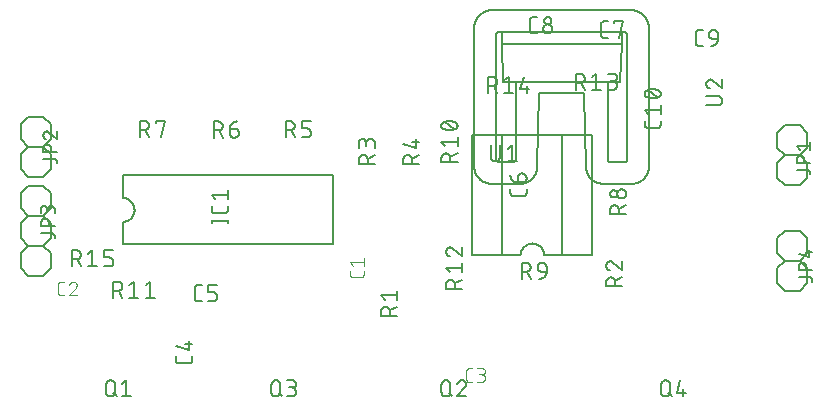
<source format=gto>
G04 EAGLE Gerber RS-274X export*
G75*
%MOMM*%
%FSLAX34Y34*%
%LPD*%
%INSilkscreen Top*%
%IPPOS*%
%AMOC8*
5,1,8,0,0,1.08239X$1,22.5*%
G01*
%ADD10C,0.152400*%
%ADD11C,0.127000*%
%ADD12C,0.101600*%


D10*
X304840Y237690D02*
X127040Y237690D01*
X127040Y179270D02*
X304840Y179270D01*
X304840Y237690D01*
X127040Y237690D02*
X127040Y218640D01*
X127040Y198320D02*
X127040Y179270D01*
X127040Y198320D02*
X127287Y198323D01*
X127535Y198332D01*
X127782Y198347D01*
X128028Y198368D01*
X128274Y198395D01*
X128519Y198428D01*
X128764Y198467D01*
X129007Y198512D01*
X129249Y198563D01*
X129490Y198620D01*
X129729Y198682D01*
X129967Y198751D01*
X130203Y198825D01*
X130437Y198905D01*
X130669Y198990D01*
X130899Y199082D01*
X131127Y199178D01*
X131352Y199281D01*
X131575Y199388D01*
X131795Y199502D01*
X132012Y199620D01*
X132227Y199744D01*
X132438Y199873D01*
X132646Y200007D01*
X132851Y200146D01*
X133052Y200290D01*
X133250Y200438D01*
X133444Y200592D01*
X133634Y200750D01*
X133820Y200913D01*
X134002Y201080D01*
X134180Y201252D01*
X134354Y201428D01*
X134524Y201608D01*
X134689Y201793D01*
X134849Y201981D01*
X135005Y202173D01*
X135157Y202369D01*
X135303Y202568D01*
X135445Y202771D01*
X135581Y202978D01*
X135713Y203187D01*
X135839Y203400D01*
X135960Y203616D01*
X136076Y203834D01*
X136186Y204056D01*
X136291Y204280D01*
X136391Y204506D01*
X136485Y204735D01*
X136573Y204966D01*
X136656Y205200D01*
X136733Y205435D01*
X136804Y205672D01*
X136870Y205910D01*
X136929Y206150D01*
X136983Y206392D01*
X137031Y206635D01*
X137073Y206878D01*
X137109Y207123D01*
X137139Y207369D01*
X137163Y207615D01*
X137181Y207862D01*
X137193Y208109D01*
X137199Y208356D01*
X137199Y208604D01*
X137193Y208851D01*
X137181Y209098D01*
X137163Y209345D01*
X137139Y209591D01*
X137109Y209837D01*
X137073Y210082D01*
X137031Y210325D01*
X136983Y210568D01*
X136929Y210810D01*
X136870Y211050D01*
X136804Y211288D01*
X136733Y211525D01*
X136656Y211760D01*
X136573Y211994D01*
X136485Y212225D01*
X136391Y212454D01*
X136291Y212680D01*
X136186Y212904D01*
X136076Y213126D01*
X135960Y213344D01*
X135839Y213560D01*
X135713Y213773D01*
X135581Y213982D01*
X135445Y214189D01*
X135303Y214392D01*
X135157Y214591D01*
X135005Y214787D01*
X134849Y214979D01*
X134689Y215167D01*
X134524Y215352D01*
X134354Y215532D01*
X134180Y215708D01*
X134002Y215880D01*
X133820Y216047D01*
X133634Y216210D01*
X133444Y216368D01*
X133250Y216522D01*
X133052Y216670D01*
X132851Y216814D01*
X132646Y216953D01*
X132438Y217087D01*
X132227Y217216D01*
X132012Y217340D01*
X131795Y217458D01*
X131575Y217572D01*
X131352Y217679D01*
X131127Y217782D01*
X130899Y217878D01*
X130669Y217970D01*
X130437Y218055D01*
X130203Y218135D01*
X129967Y218209D01*
X129729Y218278D01*
X129490Y218340D01*
X129249Y218397D01*
X129007Y218448D01*
X128764Y218493D01*
X128519Y218532D01*
X128274Y218565D01*
X128028Y218592D01*
X127782Y218613D01*
X127535Y218628D01*
X127287Y218637D01*
X127040Y218640D01*
X202522Y198658D02*
X216238Y198658D01*
X216238Y197134D02*
X216238Y200182D01*
X202522Y200182D02*
X202522Y197134D01*
X216238Y208803D02*
X216238Y211851D01*
X216238Y208803D02*
X216236Y208694D01*
X216230Y208586D01*
X216221Y208477D01*
X216207Y208369D01*
X216190Y208262D01*
X216168Y208155D01*
X216143Y208049D01*
X216115Y207944D01*
X216082Y207840D01*
X216046Y207738D01*
X216006Y207637D01*
X215963Y207537D01*
X215916Y207439D01*
X215865Y207342D01*
X215811Y207248D01*
X215754Y207155D01*
X215694Y207065D01*
X215630Y206976D01*
X215563Y206890D01*
X215494Y206807D01*
X215421Y206726D01*
X215345Y206648D01*
X215267Y206572D01*
X215186Y206499D01*
X215103Y206430D01*
X215017Y206363D01*
X214928Y206299D01*
X214838Y206239D01*
X214745Y206182D01*
X214651Y206128D01*
X214554Y206077D01*
X214456Y206030D01*
X214356Y205987D01*
X214255Y205947D01*
X214153Y205911D01*
X214049Y205878D01*
X213944Y205850D01*
X213838Y205825D01*
X213731Y205803D01*
X213624Y205786D01*
X213516Y205772D01*
X213407Y205763D01*
X213299Y205757D01*
X213190Y205755D01*
X205570Y205755D01*
X205461Y205757D01*
X205353Y205763D01*
X205244Y205772D01*
X205136Y205786D01*
X205029Y205803D01*
X204922Y205825D01*
X204816Y205850D01*
X204711Y205878D01*
X204607Y205911D01*
X204505Y205947D01*
X204404Y205987D01*
X204304Y206030D01*
X204206Y206077D01*
X204109Y206128D01*
X204015Y206182D01*
X203922Y206239D01*
X203832Y206299D01*
X203743Y206363D01*
X203657Y206430D01*
X203574Y206499D01*
X203493Y206572D01*
X203415Y206648D01*
X203339Y206726D01*
X203266Y206807D01*
X203197Y206890D01*
X203130Y206976D01*
X203066Y207065D01*
X203006Y207155D01*
X202949Y207248D01*
X202895Y207342D01*
X202844Y207439D01*
X202797Y207537D01*
X202754Y207637D01*
X202714Y207738D01*
X202678Y207840D01*
X202645Y207944D01*
X202617Y208049D01*
X202592Y208155D01*
X202570Y208262D01*
X202553Y208369D01*
X202539Y208477D01*
X202530Y208586D01*
X202524Y208694D01*
X202522Y208803D01*
X202522Y211851D01*
X205570Y217206D02*
X202522Y221016D01*
X216238Y221016D01*
X216238Y217206D02*
X216238Y224826D01*
X423280Y271410D02*
X423280Y169810D01*
X524880Y169810D02*
X524880Y271410D01*
X448680Y271410D02*
X423280Y271410D01*
X423280Y169810D02*
X448680Y169810D01*
X499480Y169810D02*
X524880Y169810D01*
X484240Y169810D02*
X484237Y170057D01*
X484228Y170305D01*
X484213Y170552D01*
X484192Y170798D01*
X484165Y171044D01*
X484132Y171289D01*
X484093Y171534D01*
X484048Y171777D01*
X483997Y172019D01*
X483940Y172260D01*
X483878Y172499D01*
X483809Y172737D01*
X483735Y172973D01*
X483655Y173207D01*
X483570Y173439D01*
X483478Y173669D01*
X483382Y173897D01*
X483279Y174122D01*
X483172Y174345D01*
X483058Y174565D01*
X482940Y174782D01*
X482816Y174997D01*
X482687Y175208D01*
X482553Y175416D01*
X482414Y175621D01*
X482270Y175822D01*
X482122Y176020D01*
X481968Y176214D01*
X481810Y176404D01*
X481647Y176590D01*
X481480Y176772D01*
X481308Y176950D01*
X481132Y177124D01*
X480952Y177294D01*
X480767Y177459D01*
X480579Y177619D01*
X480387Y177775D01*
X480191Y177927D01*
X479992Y178073D01*
X479789Y178215D01*
X479582Y178351D01*
X479373Y178483D01*
X479160Y178609D01*
X478944Y178730D01*
X478726Y178846D01*
X478504Y178956D01*
X478280Y179061D01*
X478054Y179161D01*
X477825Y179255D01*
X477594Y179343D01*
X477360Y179426D01*
X477125Y179503D01*
X476888Y179574D01*
X476650Y179640D01*
X476410Y179699D01*
X476168Y179753D01*
X475925Y179801D01*
X475682Y179843D01*
X475437Y179879D01*
X475191Y179909D01*
X474945Y179933D01*
X474698Y179951D01*
X474451Y179963D01*
X474204Y179969D01*
X473956Y179969D01*
X473709Y179963D01*
X473462Y179951D01*
X473215Y179933D01*
X472969Y179909D01*
X472723Y179879D01*
X472478Y179843D01*
X472235Y179801D01*
X471992Y179753D01*
X471750Y179699D01*
X471510Y179640D01*
X471272Y179574D01*
X471035Y179503D01*
X470800Y179426D01*
X470566Y179343D01*
X470335Y179255D01*
X470106Y179161D01*
X469880Y179061D01*
X469656Y178956D01*
X469434Y178846D01*
X469216Y178730D01*
X469000Y178609D01*
X468787Y178483D01*
X468578Y178351D01*
X468371Y178215D01*
X468168Y178073D01*
X467969Y177927D01*
X467773Y177775D01*
X467581Y177619D01*
X467393Y177459D01*
X467208Y177294D01*
X467028Y177124D01*
X466852Y176950D01*
X466680Y176772D01*
X466513Y176590D01*
X466350Y176404D01*
X466192Y176214D01*
X466038Y176020D01*
X465890Y175822D01*
X465746Y175621D01*
X465607Y175416D01*
X465473Y175208D01*
X465344Y174997D01*
X465220Y174782D01*
X465102Y174565D01*
X464988Y174345D01*
X464881Y174122D01*
X464778Y173897D01*
X464682Y173669D01*
X464590Y173439D01*
X464505Y173207D01*
X464425Y172973D01*
X464351Y172737D01*
X464282Y172499D01*
X464220Y172260D01*
X464163Y172019D01*
X464112Y171777D01*
X464067Y171534D01*
X464028Y171289D01*
X463995Y171044D01*
X463968Y170798D01*
X463947Y170552D01*
X463932Y170305D01*
X463923Y170057D01*
X463920Y169810D01*
X448680Y169810D02*
X448680Y271410D01*
X448680Y169810D02*
X463920Y169810D01*
X448680Y271410D02*
X499480Y271410D01*
X499480Y169810D01*
X484240Y169810D01*
X499480Y271410D02*
X524880Y271410D01*
X40840Y171650D02*
X40840Y158950D01*
X40840Y171650D02*
X47190Y178000D01*
X59890Y178000D01*
X66240Y171650D01*
X47190Y178000D02*
X40840Y184350D01*
X40840Y197050D01*
X47190Y203400D01*
X59890Y203400D01*
X66240Y197050D01*
X66240Y184350D01*
X59890Y178000D01*
X59890Y152600D02*
X47190Y152600D01*
X40840Y158950D01*
X59890Y152600D02*
X66240Y158950D01*
X66240Y171650D01*
X47190Y203400D02*
X40840Y209750D01*
X40840Y222450D01*
X47190Y228800D01*
X59890Y228800D01*
X66240Y222450D01*
X66240Y209750D01*
X59890Y203400D01*
D11*
X58187Y188783D02*
X67077Y188783D01*
X67177Y188781D01*
X67276Y188775D01*
X67376Y188765D01*
X67474Y188752D01*
X67573Y188734D01*
X67670Y188713D01*
X67766Y188688D01*
X67862Y188659D01*
X67956Y188626D01*
X68049Y188590D01*
X68140Y188550D01*
X68230Y188506D01*
X68318Y188459D01*
X68404Y188409D01*
X68488Y188355D01*
X68570Y188298D01*
X68649Y188238D01*
X68727Y188174D01*
X68801Y188108D01*
X68873Y188039D01*
X68942Y187967D01*
X69008Y187893D01*
X69072Y187815D01*
X69132Y187736D01*
X69189Y187654D01*
X69243Y187570D01*
X69293Y187484D01*
X69340Y187396D01*
X69384Y187306D01*
X69424Y187215D01*
X69460Y187122D01*
X69493Y187028D01*
X69522Y186932D01*
X69547Y186836D01*
X69568Y186739D01*
X69586Y186640D01*
X69599Y186542D01*
X69609Y186442D01*
X69615Y186343D01*
X69617Y186243D01*
X69617Y184973D01*
X69617Y194763D02*
X58187Y194763D01*
X58187Y197938D01*
X58189Y198049D01*
X58195Y198159D01*
X58204Y198270D01*
X58218Y198380D01*
X58235Y198489D01*
X58256Y198598D01*
X58281Y198706D01*
X58310Y198813D01*
X58342Y198919D01*
X58378Y199024D01*
X58418Y199127D01*
X58461Y199229D01*
X58508Y199330D01*
X58559Y199429D01*
X58612Y199526D01*
X58669Y199620D01*
X58730Y199713D01*
X58793Y199804D01*
X58860Y199893D01*
X58930Y199979D01*
X59003Y200062D01*
X59078Y200144D01*
X59156Y200222D01*
X59238Y200297D01*
X59321Y200370D01*
X59407Y200440D01*
X59496Y200507D01*
X59587Y200570D01*
X59680Y200631D01*
X59774Y200688D01*
X59871Y200741D01*
X59970Y200792D01*
X60071Y200839D01*
X60173Y200882D01*
X60276Y200922D01*
X60381Y200958D01*
X60487Y200990D01*
X60594Y201019D01*
X60702Y201044D01*
X60811Y201065D01*
X60920Y201082D01*
X61030Y201096D01*
X61141Y201105D01*
X61251Y201111D01*
X61362Y201113D01*
X61473Y201111D01*
X61583Y201105D01*
X61694Y201096D01*
X61804Y201082D01*
X61913Y201065D01*
X62022Y201044D01*
X62130Y201019D01*
X62237Y200990D01*
X62343Y200958D01*
X62448Y200922D01*
X62551Y200882D01*
X62653Y200839D01*
X62754Y200792D01*
X62853Y200741D01*
X62950Y200688D01*
X63044Y200631D01*
X63137Y200570D01*
X63228Y200507D01*
X63317Y200440D01*
X63403Y200370D01*
X63486Y200297D01*
X63568Y200222D01*
X63646Y200144D01*
X63721Y200062D01*
X63794Y199979D01*
X63864Y199893D01*
X63931Y199804D01*
X63994Y199713D01*
X64055Y199620D01*
X64112Y199526D01*
X64165Y199429D01*
X64216Y199330D01*
X64263Y199229D01*
X64306Y199127D01*
X64346Y199024D01*
X64382Y198919D01*
X64414Y198813D01*
X64443Y198706D01*
X64468Y198598D01*
X64489Y198489D01*
X64506Y198380D01*
X64520Y198270D01*
X64529Y198159D01*
X64535Y198049D01*
X64537Y197938D01*
X64537Y194763D01*
X69617Y205622D02*
X69617Y208797D01*
X69615Y208908D01*
X69609Y209018D01*
X69600Y209129D01*
X69586Y209239D01*
X69569Y209348D01*
X69548Y209457D01*
X69523Y209565D01*
X69494Y209672D01*
X69462Y209778D01*
X69426Y209883D01*
X69386Y209986D01*
X69343Y210088D01*
X69296Y210189D01*
X69245Y210288D01*
X69192Y210385D01*
X69135Y210479D01*
X69074Y210572D01*
X69011Y210663D01*
X68944Y210752D01*
X68874Y210838D01*
X68801Y210921D01*
X68726Y211003D01*
X68648Y211081D01*
X68566Y211156D01*
X68483Y211229D01*
X68397Y211299D01*
X68308Y211366D01*
X68217Y211429D01*
X68124Y211490D01*
X68030Y211547D01*
X67933Y211600D01*
X67834Y211651D01*
X67733Y211698D01*
X67631Y211741D01*
X67528Y211781D01*
X67423Y211817D01*
X67317Y211849D01*
X67210Y211878D01*
X67102Y211903D01*
X66993Y211924D01*
X66884Y211941D01*
X66774Y211955D01*
X66663Y211964D01*
X66553Y211970D01*
X66442Y211972D01*
X66331Y211970D01*
X66221Y211964D01*
X66110Y211955D01*
X66000Y211941D01*
X65891Y211924D01*
X65782Y211903D01*
X65674Y211878D01*
X65567Y211849D01*
X65461Y211817D01*
X65356Y211781D01*
X65253Y211741D01*
X65151Y211698D01*
X65050Y211651D01*
X64951Y211600D01*
X64854Y211547D01*
X64760Y211490D01*
X64667Y211429D01*
X64576Y211366D01*
X64487Y211299D01*
X64401Y211229D01*
X64318Y211156D01*
X64236Y211081D01*
X64158Y211003D01*
X64083Y210921D01*
X64010Y210838D01*
X63940Y210752D01*
X63873Y210663D01*
X63810Y210572D01*
X63749Y210479D01*
X63692Y210385D01*
X63639Y210288D01*
X63588Y210189D01*
X63541Y210088D01*
X63498Y209986D01*
X63458Y209883D01*
X63422Y209778D01*
X63390Y209672D01*
X63361Y209565D01*
X63336Y209457D01*
X63315Y209348D01*
X63298Y209239D01*
X63284Y209129D01*
X63275Y209018D01*
X63269Y208908D01*
X63267Y208797D01*
X58187Y209432D02*
X58187Y205622D01*
X58187Y209432D02*
X58189Y209532D01*
X58195Y209631D01*
X58205Y209731D01*
X58218Y209829D01*
X58236Y209928D01*
X58257Y210025D01*
X58282Y210121D01*
X58311Y210217D01*
X58344Y210311D01*
X58380Y210404D01*
X58420Y210495D01*
X58464Y210585D01*
X58511Y210673D01*
X58561Y210759D01*
X58615Y210843D01*
X58672Y210925D01*
X58732Y211004D01*
X58796Y211082D01*
X58862Y211156D01*
X58931Y211228D01*
X59003Y211297D01*
X59077Y211363D01*
X59155Y211427D01*
X59234Y211487D01*
X59316Y211544D01*
X59400Y211598D01*
X59486Y211648D01*
X59574Y211695D01*
X59664Y211739D01*
X59755Y211779D01*
X59848Y211815D01*
X59942Y211848D01*
X60038Y211877D01*
X60134Y211902D01*
X60231Y211923D01*
X60330Y211941D01*
X60428Y211954D01*
X60528Y211964D01*
X60627Y211970D01*
X60727Y211972D01*
X60827Y211970D01*
X60926Y211964D01*
X61026Y211954D01*
X61124Y211941D01*
X61223Y211923D01*
X61320Y211902D01*
X61416Y211877D01*
X61512Y211848D01*
X61606Y211815D01*
X61699Y211779D01*
X61790Y211739D01*
X61880Y211695D01*
X61968Y211648D01*
X62054Y211598D01*
X62138Y211544D01*
X62220Y211487D01*
X62299Y211427D01*
X62377Y211363D01*
X62451Y211297D01*
X62523Y211228D01*
X62592Y211156D01*
X62658Y211082D01*
X62722Y211004D01*
X62782Y210925D01*
X62839Y210843D01*
X62893Y210759D01*
X62943Y210673D01*
X62990Y210585D01*
X63034Y210495D01*
X63074Y210404D01*
X63110Y210311D01*
X63143Y210217D01*
X63172Y210121D01*
X63197Y210025D01*
X63218Y209928D01*
X63236Y209829D01*
X63249Y209731D01*
X63259Y209631D01*
X63265Y209532D01*
X63267Y209432D01*
X63267Y206892D01*
D10*
X113063Y60398D02*
X113063Y54302D01*
X113063Y60398D02*
X113065Y60520D01*
X113071Y60642D01*
X113081Y60764D01*
X113094Y60885D01*
X113112Y61006D01*
X113133Y61126D01*
X113159Y61246D01*
X113188Y61364D01*
X113220Y61482D01*
X113257Y61599D01*
X113297Y61714D01*
X113341Y61828D01*
X113389Y61940D01*
X113440Y62051D01*
X113495Y62160D01*
X113553Y62268D01*
X113615Y62373D01*
X113680Y62476D01*
X113748Y62578D01*
X113820Y62677D01*
X113894Y62773D01*
X113972Y62868D01*
X114053Y62959D01*
X114136Y63049D01*
X114222Y63135D01*
X114312Y63218D01*
X114403Y63299D01*
X114498Y63377D01*
X114594Y63451D01*
X114693Y63523D01*
X114795Y63591D01*
X114898Y63656D01*
X115003Y63718D01*
X115111Y63776D01*
X115220Y63831D01*
X115331Y63882D01*
X115443Y63930D01*
X115557Y63974D01*
X115672Y64014D01*
X115789Y64051D01*
X115907Y64083D01*
X116025Y64112D01*
X116145Y64138D01*
X116265Y64159D01*
X116386Y64177D01*
X116507Y64190D01*
X116629Y64200D01*
X116751Y64206D01*
X116873Y64208D01*
X116995Y64206D01*
X117117Y64200D01*
X117239Y64190D01*
X117360Y64177D01*
X117481Y64159D01*
X117601Y64138D01*
X117721Y64112D01*
X117839Y64083D01*
X117957Y64051D01*
X118074Y64014D01*
X118189Y63974D01*
X118303Y63930D01*
X118415Y63882D01*
X118526Y63831D01*
X118635Y63776D01*
X118743Y63718D01*
X118848Y63656D01*
X118951Y63591D01*
X119053Y63523D01*
X119152Y63451D01*
X119248Y63377D01*
X119343Y63299D01*
X119434Y63218D01*
X119524Y63135D01*
X119610Y63049D01*
X119693Y62959D01*
X119774Y62868D01*
X119852Y62773D01*
X119926Y62677D01*
X119998Y62578D01*
X120066Y62476D01*
X120131Y62373D01*
X120193Y62268D01*
X120251Y62160D01*
X120306Y62051D01*
X120357Y61940D01*
X120405Y61828D01*
X120449Y61714D01*
X120489Y61599D01*
X120526Y61482D01*
X120558Y61364D01*
X120587Y61246D01*
X120613Y61126D01*
X120634Y61006D01*
X120652Y60885D01*
X120665Y60764D01*
X120675Y60642D01*
X120681Y60520D01*
X120683Y60398D01*
X120683Y54302D01*
X120681Y54180D01*
X120675Y54058D01*
X120665Y53936D01*
X120652Y53815D01*
X120634Y53694D01*
X120613Y53574D01*
X120587Y53454D01*
X120558Y53336D01*
X120526Y53218D01*
X120489Y53101D01*
X120449Y52986D01*
X120405Y52872D01*
X120357Y52760D01*
X120306Y52649D01*
X120251Y52540D01*
X120193Y52432D01*
X120131Y52327D01*
X120066Y52224D01*
X119998Y52122D01*
X119926Y52023D01*
X119852Y51927D01*
X119774Y51832D01*
X119693Y51741D01*
X119610Y51651D01*
X119524Y51565D01*
X119434Y51482D01*
X119343Y51401D01*
X119248Y51323D01*
X119152Y51249D01*
X119053Y51177D01*
X118951Y51109D01*
X118848Y51044D01*
X118743Y50982D01*
X118635Y50924D01*
X118526Y50869D01*
X118415Y50818D01*
X118303Y50770D01*
X118189Y50726D01*
X118074Y50686D01*
X117957Y50649D01*
X117839Y50617D01*
X117721Y50588D01*
X117601Y50562D01*
X117481Y50541D01*
X117360Y50523D01*
X117239Y50510D01*
X117117Y50500D01*
X116995Y50494D01*
X116873Y50492D01*
X116751Y50494D01*
X116629Y50500D01*
X116507Y50510D01*
X116386Y50523D01*
X116265Y50541D01*
X116145Y50562D01*
X116025Y50588D01*
X115907Y50617D01*
X115789Y50649D01*
X115672Y50686D01*
X115557Y50726D01*
X115443Y50770D01*
X115331Y50818D01*
X115220Y50869D01*
X115111Y50924D01*
X115003Y50982D01*
X114898Y51044D01*
X114795Y51109D01*
X114693Y51177D01*
X114594Y51249D01*
X114498Y51323D01*
X114403Y51401D01*
X114312Y51482D01*
X114222Y51565D01*
X114136Y51651D01*
X114053Y51741D01*
X113972Y51832D01*
X113894Y51927D01*
X113820Y52023D01*
X113748Y52122D01*
X113680Y52224D01*
X113615Y52327D01*
X113553Y52432D01*
X113495Y52540D01*
X113440Y52649D01*
X113389Y52760D01*
X113341Y52872D01*
X113297Y52986D01*
X113257Y53101D01*
X113220Y53218D01*
X113188Y53336D01*
X113159Y53454D01*
X113133Y53574D01*
X113112Y53694D01*
X113094Y53815D01*
X113081Y53936D01*
X113071Y54058D01*
X113065Y54180D01*
X113063Y54302D01*
X119159Y53540D02*
X122207Y50492D01*
X126317Y61160D02*
X130127Y64208D01*
X130127Y50492D01*
X126317Y50492D02*
X133937Y50492D01*
X397063Y54302D02*
X397063Y60398D01*
X397065Y60520D01*
X397071Y60642D01*
X397081Y60764D01*
X397094Y60885D01*
X397112Y61006D01*
X397133Y61126D01*
X397159Y61246D01*
X397188Y61364D01*
X397220Y61482D01*
X397257Y61599D01*
X397297Y61714D01*
X397341Y61828D01*
X397389Y61940D01*
X397440Y62051D01*
X397495Y62160D01*
X397553Y62268D01*
X397615Y62373D01*
X397680Y62476D01*
X397748Y62578D01*
X397820Y62677D01*
X397894Y62773D01*
X397972Y62868D01*
X398053Y62959D01*
X398136Y63049D01*
X398222Y63135D01*
X398312Y63218D01*
X398403Y63299D01*
X398498Y63377D01*
X398594Y63451D01*
X398693Y63523D01*
X398795Y63591D01*
X398898Y63656D01*
X399003Y63718D01*
X399111Y63776D01*
X399220Y63831D01*
X399331Y63882D01*
X399443Y63930D01*
X399557Y63974D01*
X399672Y64014D01*
X399789Y64051D01*
X399907Y64083D01*
X400025Y64112D01*
X400145Y64138D01*
X400265Y64159D01*
X400386Y64177D01*
X400507Y64190D01*
X400629Y64200D01*
X400751Y64206D01*
X400873Y64208D01*
X400995Y64206D01*
X401117Y64200D01*
X401239Y64190D01*
X401360Y64177D01*
X401481Y64159D01*
X401601Y64138D01*
X401721Y64112D01*
X401839Y64083D01*
X401957Y64051D01*
X402074Y64014D01*
X402189Y63974D01*
X402303Y63930D01*
X402415Y63882D01*
X402526Y63831D01*
X402635Y63776D01*
X402743Y63718D01*
X402848Y63656D01*
X402951Y63591D01*
X403053Y63523D01*
X403152Y63451D01*
X403248Y63377D01*
X403343Y63299D01*
X403434Y63218D01*
X403524Y63135D01*
X403610Y63049D01*
X403693Y62959D01*
X403774Y62868D01*
X403852Y62773D01*
X403926Y62677D01*
X403998Y62578D01*
X404066Y62476D01*
X404131Y62373D01*
X404193Y62268D01*
X404251Y62160D01*
X404306Y62051D01*
X404357Y61940D01*
X404405Y61828D01*
X404449Y61714D01*
X404489Y61599D01*
X404526Y61482D01*
X404558Y61364D01*
X404587Y61246D01*
X404613Y61126D01*
X404634Y61006D01*
X404652Y60885D01*
X404665Y60764D01*
X404675Y60642D01*
X404681Y60520D01*
X404683Y60398D01*
X404683Y54302D01*
X404681Y54180D01*
X404675Y54058D01*
X404665Y53936D01*
X404652Y53815D01*
X404634Y53694D01*
X404613Y53574D01*
X404587Y53454D01*
X404558Y53336D01*
X404526Y53218D01*
X404489Y53101D01*
X404449Y52986D01*
X404405Y52872D01*
X404357Y52760D01*
X404306Y52649D01*
X404251Y52540D01*
X404193Y52432D01*
X404131Y52327D01*
X404066Y52224D01*
X403998Y52122D01*
X403926Y52023D01*
X403852Y51927D01*
X403774Y51832D01*
X403693Y51741D01*
X403610Y51651D01*
X403524Y51565D01*
X403434Y51482D01*
X403343Y51401D01*
X403248Y51323D01*
X403152Y51249D01*
X403053Y51177D01*
X402951Y51109D01*
X402848Y51044D01*
X402743Y50982D01*
X402635Y50924D01*
X402526Y50869D01*
X402415Y50818D01*
X402303Y50770D01*
X402189Y50726D01*
X402074Y50686D01*
X401957Y50649D01*
X401839Y50617D01*
X401721Y50588D01*
X401601Y50562D01*
X401481Y50541D01*
X401360Y50523D01*
X401239Y50510D01*
X401117Y50500D01*
X400995Y50494D01*
X400873Y50492D01*
X400751Y50494D01*
X400629Y50500D01*
X400507Y50510D01*
X400386Y50523D01*
X400265Y50541D01*
X400145Y50562D01*
X400025Y50588D01*
X399907Y50617D01*
X399789Y50649D01*
X399672Y50686D01*
X399557Y50726D01*
X399443Y50770D01*
X399331Y50818D01*
X399220Y50869D01*
X399111Y50924D01*
X399003Y50982D01*
X398898Y51044D01*
X398795Y51109D01*
X398693Y51177D01*
X398594Y51249D01*
X398498Y51323D01*
X398403Y51401D01*
X398312Y51482D01*
X398222Y51565D01*
X398136Y51651D01*
X398053Y51741D01*
X397972Y51832D01*
X397894Y51927D01*
X397820Y52023D01*
X397748Y52122D01*
X397680Y52224D01*
X397615Y52327D01*
X397553Y52432D01*
X397495Y52540D01*
X397440Y52649D01*
X397389Y52760D01*
X397341Y52872D01*
X397297Y52986D01*
X397257Y53101D01*
X397220Y53218D01*
X397188Y53336D01*
X397159Y53454D01*
X397133Y53574D01*
X397112Y53694D01*
X397094Y53815D01*
X397081Y53936D01*
X397071Y54058D01*
X397065Y54180D01*
X397063Y54302D01*
X403159Y53540D02*
X406207Y50492D01*
X417937Y60779D02*
X417935Y60894D01*
X417929Y61008D01*
X417920Y61122D01*
X417906Y61236D01*
X417889Y61349D01*
X417868Y61462D01*
X417844Y61574D01*
X417815Y61685D01*
X417783Y61795D01*
X417747Y61904D01*
X417708Y62011D01*
X417665Y62118D01*
X417618Y62222D01*
X417568Y62326D01*
X417515Y62427D01*
X417458Y62526D01*
X417398Y62624D01*
X417335Y62720D01*
X417269Y62813D01*
X417199Y62904D01*
X417127Y62993D01*
X417051Y63079D01*
X416973Y63163D01*
X416892Y63244D01*
X416808Y63322D01*
X416722Y63398D01*
X416633Y63470D01*
X416542Y63540D01*
X416449Y63606D01*
X416353Y63669D01*
X416255Y63729D01*
X416156Y63786D01*
X416055Y63839D01*
X415951Y63889D01*
X415847Y63936D01*
X415740Y63979D01*
X415633Y64018D01*
X415524Y64054D01*
X415414Y64086D01*
X415303Y64115D01*
X415191Y64139D01*
X415078Y64160D01*
X414965Y64177D01*
X414851Y64191D01*
X414737Y64200D01*
X414623Y64206D01*
X414508Y64208D01*
X414376Y64206D01*
X414244Y64200D01*
X414113Y64190D01*
X413982Y64176D01*
X413851Y64159D01*
X413721Y64137D01*
X413591Y64112D01*
X413463Y64082D01*
X413335Y64049D01*
X413209Y64012D01*
X413083Y63971D01*
X412959Y63927D01*
X412836Y63878D01*
X412715Y63827D01*
X412595Y63771D01*
X412477Y63712D01*
X412361Y63650D01*
X412247Y63584D01*
X412135Y63514D01*
X412025Y63441D01*
X411917Y63365D01*
X411812Y63286D01*
X411709Y63204D01*
X411608Y63119D01*
X411510Y63030D01*
X411415Y62939D01*
X411322Y62845D01*
X411233Y62748D01*
X411146Y62649D01*
X411062Y62547D01*
X410982Y62443D01*
X410904Y62336D01*
X410830Y62227D01*
X410759Y62116D01*
X410691Y62002D01*
X410627Y61887D01*
X410567Y61770D01*
X410509Y61651D01*
X410456Y61531D01*
X410406Y61409D01*
X410360Y61285D01*
X410317Y61160D01*
X416794Y58112D02*
X416879Y58196D01*
X416961Y58282D01*
X417041Y58371D01*
X417117Y58463D01*
X417191Y58556D01*
X417261Y58653D01*
X417329Y58751D01*
X417393Y58852D01*
X417453Y58955D01*
X417511Y59059D01*
X417565Y59165D01*
X417615Y59274D01*
X417662Y59383D01*
X417706Y59494D01*
X417745Y59607D01*
X417782Y59720D01*
X417814Y59835D01*
X417843Y59951D01*
X417868Y60068D01*
X417889Y60185D01*
X417906Y60303D01*
X417920Y60422D01*
X417929Y60541D01*
X417935Y60660D01*
X417937Y60779D01*
X416794Y58112D02*
X410317Y50492D01*
X417937Y50492D01*
X253063Y54302D02*
X253063Y60398D01*
X253065Y60520D01*
X253071Y60642D01*
X253081Y60764D01*
X253094Y60885D01*
X253112Y61006D01*
X253133Y61126D01*
X253159Y61246D01*
X253188Y61364D01*
X253220Y61482D01*
X253257Y61599D01*
X253297Y61714D01*
X253341Y61828D01*
X253389Y61940D01*
X253440Y62051D01*
X253495Y62160D01*
X253553Y62268D01*
X253615Y62373D01*
X253680Y62476D01*
X253748Y62578D01*
X253820Y62677D01*
X253894Y62773D01*
X253972Y62868D01*
X254053Y62959D01*
X254136Y63049D01*
X254222Y63135D01*
X254312Y63218D01*
X254403Y63299D01*
X254498Y63377D01*
X254594Y63451D01*
X254693Y63523D01*
X254795Y63591D01*
X254898Y63656D01*
X255003Y63718D01*
X255111Y63776D01*
X255220Y63831D01*
X255331Y63882D01*
X255443Y63930D01*
X255557Y63974D01*
X255672Y64014D01*
X255789Y64051D01*
X255907Y64083D01*
X256025Y64112D01*
X256145Y64138D01*
X256265Y64159D01*
X256386Y64177D01*
X256507Y64190D01*
X256629Y64200D01*
X256751Y64206D01*
X256873Y64208D01*
X256995Y64206D01*
X257117Y64200D01*
X257239Y64190D01*
X257360Y64177D01*
X257481Y64159D01*
X257601Y64138D01*
X257721Y64112D01*
X257839Y64083D01*
X257957Y64051D01*
X258074Y64014D01*
X258189Y63974D01*
X258303Y63930D01*
X258415Y63882D01*
X258526Y63831D01*
X258635Y63776D01*
X258743Y63718D01*
X258848Y63656D01*
X258951Y63591D01*
X259053Y63523D01*
X259152Y63451D01*
X259248Y63377D01*
X259343Y63299D01*
X259434Y63218D01*
X259524Y63135D01*
X259610Y63049D01*
X259693Y62959D01*
X259774Y62868D01*
X259852Y62773D01*
X259926Y62677D01*
X259998Y62578D01*
X260066Y62476D01*
X260131Y62373D01*
X260193Y62268D01*
X260251Y62160D01*
X260306Y62051D01*
X260357Y61940D01*
X260405Y61828D01*
X260449Y61714D01*
X260489Y61599D01*
X260526Y61482D01*
X260558Y61364D01*
X260587Y61246D01*
X260613Y61126D01*
X260634Y61006D01*
X260652Y60885D01*
X260665Y60764D01*
X260675Y60642D01*
X260681Y60520D01*
X260683Y60398D01*
X260683Y54302D01*
X260681Y54180D01*
X260675Y54058D01*
X260665Y53936D01*
X260652Y53815D01*
X260634Y53694D01*
X260613Y53574D01*
X260587Y53454D01*
X260558Y53336D01*
X260526Y53218D01*
X260489Y53101D01*
X260449Y52986D01*
X260405Y52872D01*
X260357Y52760D01*
X260306Y52649D01*
X260251Y52540D01*
X260193Y52432D01*
X260131Y52327D01*
X260066Y52224D01*
X259998Y52122D01*
X259926Y52023D01*
X259852Y51927D01*
X259774Y51832D01*
X259693Y51741D01*
X259610Y51651D01*
X259524Y51565D01*
X259434Y51482D01*
X259343Y51401D01*
X259248Y51323D01*
X259152Y51249D01*
X259053Y51177D01*
X258951Y51109D01*
X258848Y51044D01*
X258743Y50982D01*
X258635Y50924D01*
X258526Y50869D01*
X258415Y50818D01*
X258303Y50770D01*
X258189Y50726D01*
X258074Y50686D01*
X257957Y50649D01*
X257839Y50617D01*
X257721Y50588D01*
X257601Y50562D01*
X257481Y50541D01*
X257360Y50523D01*
X257239Y50510D01*
X257117Y50500D01*
X256995Y50494D01*
X256873Y50492D01*
X256751Y50494D01*
X256629Y50500D01*
X256507Y50510D01*
X256386Y50523D01*
X256265Y50541D01*
X256145Y50562D01*
X256025Y50588D01*
X255907Y50617D01*
X255789Y50649D01*
X255672Y50686D01*
X255557Y50726D01*
X255443Y50770D01*
X255331Y50818D01*
X255220Y50869D01*
X255111Y50924D01*
X255003Y50982D01*
X254898Y51044D01*
X254795Y51109D01*
X254693Y51177D01*
X254594Y51249D01*
X254498Y51323D01*
X254403Y51401D01*
X254312Y51482D01*
X254222Y51565D01*
X254136Y51651D01*
X254053Y51741D01*
X253972Y51832D01*
X253894Y51927D01*
X253820Y52023D01*
X253748Y52122D01*
X253680Y52224D01*
X253615Y52327D01*
X253553Y52432D01*
X253495Y52540D01*
X253440Y52649D01*
X253389Y52760D01*
X253341Y52872D01*
X253297Y52986D01*
X253257Y53101D01*
X253220Y53218D01*
X253188Y53336D01*
X253159Y53454D01*
X253133Y53574D01*
X253112Y53694D01*
X253094Y53815D01*
X253081Y53936D01*
X253071Y54058D01*
X253065Y54180D01*
X253063Y54302D01*
X259159Y53540D02*
X262207Y50492D01*
X266317Y50492D02*
X270127Y50492D01*
X270249Y50494D01*
X270371Y50500D01*
X270493Y50510D01*
X270614Y50523D01*
X270735Y50541D01*
X270855Y50562D01*
X270975Y50588D01*
X271093Y50617D01*
X271211Y50649D01*
X271328Y50686D01*
X271443Y50726D01*
X271557Y50770D01*
X271669Y50818D01*
X271780Y50869D01*
X271889Y50924D01*
X271997Y50982D01*
X272102Y51044D01*
X272205Y51109D01*
X272307Y51177D01*
X272406Y51249D01*
X272502Y51323D01*
X272597Y51401D01*
X272688Y51482D01*
X272778Y51565D01*
X272864Y51651D01*
X272947Y51741D01*
X273028Y51832D01*
X273106Y51927D01*
X273180Y52023D01*
X273252Y52122D01*
X273320Y52224D01*
X273385Y52327D01*
X273447Y52432D01*
X273505Y52540D01*
X273560Y52649D01*
X273611Y52760D01*
X273659Y52872D01*
X273703Y52986D01*
X273743Y53101D01*
X273780Y53218D01*
X273812Y53336D01*
X273841Y53454D01*
X273867Y53574D01*
X273888Y53694D01*
X273906Y53815D01*
X273919Y53936D01*
X273929Y54058D01*
X273935Y54180D01*
X273937Y54302D01*
X273935Y54424D01*
X273929Y54546D01*
X273919Y54668D01*
X273906Y54789D01*
X273888Y54910D01*
X273867Y55030D01*
X273841Y55150D01*
X273812Y55268D01*
X273780Y55386D01*
X273743Y55503D01*
X273703Y55618D01*
X273659Y55732D01*
X273611Y55844D01*
X273560Y55955D01*
X273505Y56064D01*
X273447Y56172D01*
X273385Y56277D01*
X273320Y56380D01*
X273252Y56482D01*
X273180Y56581D01*
X273106Y56677D01*
X273028Y56772D01*
X272947Y56863D01*
X272864Y56953D01*
X272778Y57039D01*
X272688Y57122D01*
X272597Y57203D01*
X272502Y57281D01*
X272406Y57355D01*
X272307Y57427D01*
X272205Y57495D01*
X272102Y57560D01*
X271997Y57622D01*
X271889Y57680D01*
X271780Y57735D01*
X271669Y57786D01*
X271557Y57834D01*
X271443Y57878D01*
X271328Y57918D01*
X271211Y57955D01*
X271093Y57987D01*
X270975Y58016D01*
X270855Y58042D01*
X270735Y58063D01*
X270614Y58081D01*
X270493Y58094D01*
X270371Y58104D01*
X270249Y58110D01*
X270127Y58112D01*
X270889Y64208D02*
X266317Y64208D01*
X270889Y64208D02*
X270998Y64206D01*
X271106Y64200D01*
X271215Y64191D01*
X271323Y64177D01*
X271430Y64160D01*
X271537Y64138D01*
X271643Y64113D01*
X271748Y64085D01*
X271852Y64052D01*
X271954Y64016D01*
X272055Y63976D01*
X272155Y63933D01*
X272253Y63886D01*
X272350Y63835D01*
X272444Y63781D01*
X272537Y63724D01*
X272627Y63664D01*
X272716Y63600D01*
X272802Y63533D01*
X272885Y63464D01*
X272966Y63391D01*
X273044Y63315D01*
X273120Y63237D01*
X273193Y63156D01*
X273262Y63073D01*
X273329Y62987D01*
X273393Y62898D01*
X273453Y62808D01*
X273510Y62715D01*
X273564Y62621D01*
X273615Y62524D01*
X273662Y62426D01*
X273705Y62326D01*
X273745Y62225D01*
X273781Y62123D01*
X273814Y62019D01*
X273842Y61914D01*
X273867Y61808D01*
X273889Y61701D01*
X273906Y61594D01*
X273920Y61486D01*
X273929Y61377D01*
X273935Y61269D01*
X273937Y61160D01*
X273935Y61051D01*
X273929Y60943D01*
X273920Y60834D01*
X273906Y60726D01*
X273889Y60619D01*
X273867Y60512D01*
X273842Y60406D01*
X273814Y60301D01*
X273781Y60197D01*
X273745Y60095D01*
X273705Y59994D01*
X273662Y59894D01*
X273615Y59796D01*
X273564Y59699D01*
X273510Y59605D01*
X273453Y59512D01*
X273393Y59422D01*
X273329Y59333D01*
X273262Y59247D01*
X273193Y59164D01*
X273120Y59083D01*
X273044Y59005D01*
X272966Y58929D01*
X272885Y58856D01*
X272802Y58787D01*
X272716Y58720D01*
X272627Y58656D01*
X272537Y58596D01*
X272444Y58539D01*
X272350Y58485D01*
X272253Y58434D01*
X272155Y58387D01*
X272055Y58344D01*
X271954Y58304D01*
X271852Y58268D01*
X271748Y58235D01*
X271643Y58207D01*
X271537Y58182D01*
X271430Y58160D01*
X271323Y58143D01*
X271215Y58129D01*
X271106Y58120D01*
X270998Y58114D01*
X270889Y58112D01*
X267841Y58112D01*
X583063Y60398D02*
X583063Y54302D01*
X583063Y60398D02*
X583065Y60520D01*
X583071Y60642D01*
X583081Y60764D01*
X583094Y60885D01*
X583112Y61006D01*
X583133Y61126D01*
X583159Y61246D01*
X583188Y61364D01*
X583220Y61482D01*
X583257Y61599D01*
X583297Y61714D01*
X583341Y61828D01*
X583389Y61940D01*
X583440Y62051D01*
X583495Y62160D01*
X583553Y62268D01*
X583615Y62373D01*
X583680Y62476D01*
X583748Y62578D01*
X583820Y62677D01*
X583894Y62773D01*
X583972Y62868D01*
X584053Y62959D01*
X584136Y63049D01*
X584222Y63135D01*
X584312Y63218D01*
X584403Y63299D01*
X584498Y63377D01*
X584594Y63451D01*
X584693Y63523D01*
X584795Y63591D01*
X584898Y63656D01*
X585003Y63718D01*
X585111Y63776D01*
X585220Y63831D01*
X585331Y63882D01*
X585443Y63930D01*
X585557Y63974D01*
X585672Y64014D01*
X585789Y64051D01*
X585907Y64083D01*
X586025Y64112D01*
X586145Y64138D01*
X586265Y64159D01*
X586386Y64177D01*
X586507Y64190D01*
X586629Y64200D01*
X586751Y64206D01*
X586873Y64208D01*
X586995Y64206D01*
X587117Y64200D01*
X587239Y64190D01*
X587360Y64177D01*
X587481Y64159D01*
X587601Y64138D01*
X587721Y64112D01*
X587839Y64083D01*
X587957Y64051D01*
X588074Y64014D01*
X588189Y63974D01*
X588303Y63930D01*
X588415Y63882D01*
X588526Y63831D01*
X588635Y63776D01*
X588743Y63718D01*
X588848Y63656D01*
X588951Y63591D01*
X589053Y63523D01*
X589152Y63451D01*
X589248Y63377D01*
X589343Y63299D01*
X589434Y63218D01*
X589524Y63135D01*
X589610Y63049D01*
X589693Y62959D01*
X589774Y62868D01*
X589852Y62773D01*
X589926Y62677D01*
X589998Y62578D01*
X590066Y62476D01*
X590131Y62373D01*
X590193Y62268D01*
X590251Y62160D01*
X590306Y62051D01*
X590357Y61940D01*
X590405Y61828D01*
X590449Y61714D01*
X590489Y61599D01*
X590526Y61482D01*
X590558Y61364D01*
X590587Y61246D01*
X590613Y61126D01*
X590634Y61006D01*
X590652Y60885D01*
X590665Y60764D01*
X590675Y60642D01*
X590681Y60520D01*
X590683Y60398D01*
X590683Y54302D01*
X590681Y54180D01*
X590675Y54058D01*
X590665Y53936D01*
X590652Y53815D01*
X590634Y53694D01*
X590613Y53574D01*
X590587Y53454D01*
X590558Y53336D01*
X590526Y53218D01*
X590489Y53101D01*
X590449Y52986D01*
X590405Y52872D01*
X590357Y52760D01*
X590306Y52649D01*
X590251Y52540D01*
X590193Y52432D01*
X590131Y52327D01*
X590066Y52224D01*
X589998Y52122D01*
X589926Y52023D01*
X589852Y51927D01*
X589774Y51832D01*
X589693Y51741D01*
X589610Y51651D01*
X589524Y51565D01*
X589434Y51482D01*
X589343Y51401D01*
X589248Y51323D01*
X589152Y51249D01*
X589053Y51177D01*
X588951Y51109D01*
X588848Y51044D01*
X588743Y50982D01*
X588635Y50924D01*
X588526Y50869D01*
X588415Y50818D01*
X588303Y50770D01*
X588189Y50726D01*
X588074Y50686D01*
X587957Y50649D01*
X587839Y50617D01*
X587721Y50588D01*
X587601Y50562D01*
X587481Y50541D01*
X587360Y50523D01*
X587239Y50510D01*
X587117Y50500D01*
X586995Y50494D01*
X586873Y50492D01*
X586751Y50494D01*
X586629Y50500D01*
X586507Y50510D01*
X586386Y50523D01*
X586265Y50541D01*
X586145Y50562D01*
X586025Y50588D01*
X585907Y50617D01*
X585789Y50649D01*
X585672Y50686D01*
X585557Y50726D01*
X585443Y50770D01*
X585331Y50818D01*
X585220Y50869D01*
X585111Y50924D01*
X585003Y50982D01*
X584898Y51044D01*
X584795Y51109D01*
X584693Y51177D01*
X584594Y51249D01*
X584498Y51323D01*
X584403Y51401D01*
X584312Y51482D01*
X584222Y51565D01*
X584136Y51651D01*
X584053Y51741D01*
X583972Y51832D01*
X583894Y51927D01*
X583820Y52023D01*
X583748Y52122D01*
X583680Y52224D01*
X583615Y52327D01*
X583553Y52432D01*
X583495Y52540D01*
X583440Y52649D01*
X583389Y52760D01*
X583341Y52872D01*
X583297Y52986D01*
X583257Y53101D01*
X583220Y53218D01*
X583188Y53336D01*
X583159Y53454D01*
X583133Y53574D01*
X583112Y53694D01*
X583094Y53815D01*
X583081Y53936D01*
X583071Y54058D01*
X583065Y54180D01*
X583063Y54302D01*
X589159Y53540D02*
X592207Y50492D01*
X596317Y53540D02*
X599365Y64208D01*
X596317Y53540D02*
X603937Y53540D01*
X601651Y56588D02*
X601651Y50492D01*
X359738Y118875D02*
X346022Y118875D01*
X346022Y122685D01*
X346024Y122807D01*
X346030Y122929D01*
X346040Y123051D01*
X346053Y123172D01*
X346071Y123293D01*
X346092Y123413D01*
X346118Y123533D01*
X346147Y123651D01*
X346179Y123769D01*
X346216Y123886D01*
X346256Y124001D01*
X346300Y124115D01*
X346348Y124227D01*
X346399Y124338D01*
X346454Y124447D01*
X346512Y124555D01*
X346574Y124660D01*
X346639Y124763D01*
X346707Y124865D01*
X346779Y124964D01*
X346853Y125060D01*
X346931Y125155D01*
X347012Y125246D01*
X347095Y125336D01*
X347181Y125422D01*
X347271Y125505D01*
X347362Y125586D01*
X347457Y125664D01*
X347553Y125738D01*
X347652Y125810D01*
X347754Y125878D01*
X347857Y125943D01*
X347962Y126005D01*
X348070Y126063D01*
X348179Y126118D01*
X348290Y126169D01*
X348402Y126217D01*
X348516Y126261D01*
X348631Y126301D01*
X348748Y126338D01*
X348866Y126370D01*
X348984Y126399D01*
X349104Y126425D01*
X349224Y126446D01*
X349345Y126464D01*
X349466Y126477D01*
X349588Y126487D01*
X349710Y126493D01*
X349832Y126495D01*
X349954Y126493D01*
X350076Y126487D01*
X350198Y126477D01*
X350319Y126464D01*
X350440Y126446D01*
X350560Y126425D01*
X350680Y126399D01*
X350798Y126370D01*
X350916Y126338D01*
X351033Y126301D01*
X351148Y126261D01*
X351262Y126217D01*
X351374Y126169D01*
X351485Y126118D01*
X351594Y126063D01*
X351702Y126005D01*
X351807Y125943D01*
X351910Y125878D01*
X352012Y125810D01*
X352111Y125738D01*
X352207Y125664D01*
X352302Y125586D01*
X352393Y125505D01*
X352483Y125422D01*
X352569Y125336D01*
X352652Y125246D01*
X352733Y125155D01*
X352811Y125060D01*
X352885Y124964D01*
X352957Y124865D01*
X353025Y124763D01*
X353090Y124660D01*
X353152Y124555D01*
X353210Y124447D01*
X353265Y124338D01*
X353316Y124227D01*
X353364Y124115D01*
X353408Y124001D01*
X353448Y123886D01*
X353485Y123769D01*
X353517Y123651D01*
X353546Y123533D01*
X353572Y123413D01*
X353593Y123293D01*
X353611Y123172D01*
X353624Y123051D01*
X353634Y122929D01*
X353640Y122807D01*
X353642Y122685D01*
X353642Y118875D01*
X353642Y123447D02*
X359738Y126495D01*
X349070Y132465D02*
X346022Y136275D01*
X359738Y136275D01*
X359738Y132465D02*
X359738Y140085D01*
X396942Y248671D02*
X410658Y248671D01*
X396942Y248671D02*
X396942Y252481D01*
X396944Y252603D01*
X396950Y252725D01*
X396960Y252847D01*
X396973Y252968D01*
X396991Y253089D01*
X397012Y253209D01*
X397038Y253329D01*
X397067Y253447D01*
X397099Y253565D01*
X397136Y253682D01*
X397176Y253797D01*
X397220Y253911D01*
X397268Y254023D01*
X397319Y254134D01*
X397374Y254243D01*
X397432Y254351D01*
X397494Y254456D01*
X397559Y254559D01*
X397627Y254661D01*
X397699Y254760D01*
X397773Y254856D01*
X397851Y254951D01*
X397932Y255042D01*
X398015Y255132D01*
X398101Y255218D01*
X398191Y255301D01*
X398282Y255382D01*
X398377Y255460D01*
X398473Y255534D01*
X398572Y255606D01*
X398674Y255674D01*
X398777Y255739D01*
X398882Y255801D01*
X398990Y255859D01*
X399099Y255914D01*
X399210Y255965D01*
X399322Y256013D01*
X399436Y256057D01*
X399551Y256097D01*
X399668Y256134D01*
X399786Y256166D01*
X399904Y256195D01*
X400024Y256221D01*
X400144Y256242D01*
X400265Y256260D01*
X400386Y256273D01*
X400508Y256283D01*
X400630Y256289D01*
X400752Y256291D01*
X400874Y256289D01*
X400996Y256283D01*
X401118Y256273D01*
X401239Y256260D01*
X401360Y256242D01*
X401480Y256221D01*
X401600Y256195D01*
X401718Y256166D01*
X401836Y256134D01*
X401953Y256097D01*
X402068Y256057D01*
X402182Y256013D01*
X402294Y255965D01*
X402405Y255914D01*
X402514Y255859D01*
X402622Y255801D01*
X402727Y255739D01*
X402830Y255674D01*
X402932Y255606D01*
X403031Y255534D01*
X403127Y255460D01*
X403222Y255382D01*
X403313Y255301D01*
X403403Y255218D01*
X403489Y255132D01*
X403572Y255042D01*
X403653Y254951D01*
X403731Y254856D01*
X403805Y254760D01*
X403877Y254661D01*
X403945Y254559D01*
X404010Y254456D01*
X404072Y254351D01*
X404130Y254243D01*
X404185Y254134D01*
X404236Y254023D01*
X404284Y253911D01*
X404328Y253797D01*
X404368Y253682D01*
X404405Y253565D01*
X404437Y253447D01*
X404466Y253329D01*
X404492Y253209D01*
X404513Y253089D01*
X404531Y252968D01*
X404544Y252847D01*
X404554Y252725D01*
X404560Y252603D01*
X404562Y252481D01*
X404562Y248671D01*
X404562Y253243D02*
X410658Y256291D01*
X399990Y262261D02*
X396942Y266071D01*
X410658Y266071D01*
X410658Y262261D02*
X410658Y269881D01*
X403800Y275949D02*
X403530Y275952D01*
X403261Y275962D01*
X402991Y275978D01*
X402722Y276000D01*
X402454Y276029D01*
X402186Y276065D01*
X401920Y276106D01*
X401654Y276155D01*
X401390Y276209D01*
X401127Y276270D01*
X400866Y276337D01*
X400606Y276410D01*
X400348Y276489D01*
X400092Y276574D01*
X399838Y276666D01*
X399587Y276764D01*
X399338Y276867D01*
X399091Y276977D01*
X398847Y277092D01*
X398747Y277129D01*
X398649Y277169D01*
X398552Y277212D01*
X398458Y277259D01*
X398365Y277310D01*
X398274Y277364D01*
X398185Y277422D01*
X398098Y277483D01*
X398013Y277547D01*
X397932Y277614D01*
X397852Y277684D01*
X397776Y277758D01*
X397702Y277834D01*
X397631Y277912D01*
X397563Y277994D01*
X397498Y278078D01*
X397437Y278164D01*
X397378Y278252D01*
X397323Y278343D01*
X397272Y278436D01*
X397224Y278530D01*
X397180Y278626D01*
X397139Y278724D01*
X397102Y278823D01*
X397069Y278924D01*
X397039Y279026D01*
X397013Y279129D01*
X396992Y279232D01*
X396974Y279337D01*
X396960Y279442D01*
X396950Y279547D01*
X396944Y279653D01*
X396942Y279759D01*
X396944Y279865D01*
X396950Y279971D01*
X396960Y280076D01*
X396974Y280181D01*
X396992Y280286D01*
X397013Y280389D01*
X397039Y280492D01*
X397069Y280594D01*
X397102Y280695D01*
X397139Y280794D01*
X397180Y280892D01*
X397224Y280988D01*
X397272Y281082D01*
X397323Y281175D01*
X397378Y281266D01*
X397437Y281354D01*
X397498Y281440D01*
X397563Y281524D01*
X397631Y281606D01*
X397702Y281684D01*
X397776Y281760D01*
X397852Y281834D01*
X397932Y281904D01*
X398013Y281971D01*
X398098Y282035D01*
X398185Y282096D01*
X398274Y282154D01*
X398365Y282208D01*
X398458Y282259D01*
X398552Y282306D01*
X398649Y282349D01*
X398747Y282389D01*
X398847Y282426D01*
X399091Y282541D01*
X399338Y282651D01*
X399587Y282754D01*
X399838Y282852D01*
X400092Y282944D01*
X400348Y283029D01*
X400606Y283108D01*
X400866Y283181D01*
X401127Y283248D01*
X401390Y283309D01*
X401654Y283363D01*
X401920Y283412D01*
X402186Y283453D01*
X402454Y283489D01*
X402722Y283518D01*
X402991Y283540D01*
X403261Y283556D01*
X403530Y283566D01*
X403800Y283569D01*
X403800Y275949D02*
X404070Y275952D01*
X404339Y275962D01*
X404609Y275978D01*
X404878Y276000D01*
X405146Y276029D01*
X405414Y276065D01*
X405680Y276106D01*
X405946Y276155D01*
X406210Y276209D01*
X406473Y276270D01*
X406734Y276337D01*
X406994Y276410D01*
X407252Y276489D01*
X407508Y276574D01*
X407762Y276666D01*
X408013Y276764D01*
X408262Y276867D01*
X408509Y276977D01*
X408753Y277092D01*
X408853Y277129D01*
X408951Y277169D01*
X409048Y277212D01*
X409142Y277259D01*
X409235Y277310D01*
X409326Y277364D01*
X409415Y277422D01*
X409502Y277483D01*
X409587Y277547D01*
X409668Y277614D01*
X409748Y277684D01*
X409824Y277758D01*
X409898Y277834D01*
X409969Y277912D01*
X410037Y277994D01*
X410102Y278078D01*
X410163Y278164D01*
X410222Y278252D01*
X410277Y278343D01*
X410328Y278436D01*
X410376Y278530D01*
X410420Y278626D01*
X410461Y278724D01*
X410498Y278823D01*
X410531Y278924D01*
X410561Y279026D01*
X410587Y279129D01*
X410608Y279232D01*
X410626Y279337D01*
X410640Y279442D01*
X410650Y279547D01*
X410656Y279653D01*
X410658Y279759D01*
X408753Y282426D02*
X408509Y282541D01*
X408262Y282651D01*
X408013Y282754D01*
X407762Y282852D01*
X407508Y282944D01*
X407252Y283029D01*
X406994Y283108D01*
X406734Y283181D01*
X406473Y283248D01*
X406210Y283309D01*
X405946Y283363D01*
X405680Y283412D01*
X405414Y283453D01*
X405146Y283489D01*
X404878Y283518D01*
X404609Y283540D01*
X404339Y283556D01*
X404070Y283566D01*
X403800Y283569D01*
X408753Y282426D02*
X408853Y282389D01*
X408951Y282349D01*
X409048Y282306D01*
X409142Y282259D01*
X409235Y282208D01*
X409326Y282154D01*
X409415Y282096D01*
X409502Y282035D01*
X409587Y281971D01*
X409668Y281904D01*
X409748Y281834D01*
X409824Y281760D01*
X409898Y281684D01*
X409969Y281606D01*
X410037Y281524D01*
X410102Y281440D01*
X410163Y281354D01*
X410222Y281266D01*
X410277Y281175D01*
X410328Y281082D01*
X410376Y280988D01*
X410420Y280892D01*
X410461Y280794D01*
X410498Y280695D01*
X410531Y280594D01*
X410561Y280492D01*
X410587Y280389D01*
X410608Y280286D01*
X410626Y280181D01*
X410640Y280076D01*
X410650Y279971D01*
X410656Y279865D01*
X410658Y279759D01*
X407610Y276711D02*
X399990Y282807D01*
X536532Y143685D02*
X550248Y143685D01*
X536532Y143685D02*
X536532Y147495D01*
X536534Y147617D01*
X536540Y147739D01*
X536550Y147861D01*
X536563Y147982D01*
X536581Y148103D01*
X536602Y148223D01*
X536628Y148343D01*
X536657Y148461D01*
X536689Y148579D01*
X536726Y148696D01*
X536766Y148811D01*
X536810Y148925D01*
X536858Y149037D01*
X536909Y149148D01*
X536964Y149257D01*
X537022Y149365D01*
X537084Y149470D01*
X537149Y149573D01*
X537217Y149675D01*
X537289Y149774D01*
X537363Y149870D01*
X537441Y149965D01*
X537522Y150056D01*
X537605Y150146D01*
X537691Y150232D01*
X537781Y150315D01*
X537872Y150396D01*
X537967Y150474D01*
X538063Y150548D01*
X538162Y150620D01*
X538264Y150688D01*
X538367Y150753D01*
X538472Y150815D01*
X538580Y150873D01*
X538689Y150928D01*
X538800Y150979D01*
X538912Y151027D01*
X539026Y151071D01*
X539141Y151111D01*
X539258Y151148D01*
X539376Y151180D01*
X539494Y151209D01*
X539614Y151235D01*
X539734Y151256D01*
X539855Y151274D01*
X539976Y151287D01*
X540098Y151297D01*
X540220Y151303D01*
X540342Y151305D01*
X540464Y151303D01*
X540586Y151297D01*
X540708Y151287D01*
X540829Y151274D01*
X540950Y151256D01*
X541070Y151235D01*
X541190Y151209D01*
X541308Y151180D01*
X541426Y151148D01*
X541543Y151111D01*
X541658Y151071D01*
X541772Y151027D01*
X541884Y150979D01*
X541995Y150928D01*
X542104Y150873D01*
X542212Y150815D01*
X542317Y150753D01*
X542420Y150688D01*
X542522Y150620D01*
X542621Y150548D01*
X542717Y150474D01*
X542812Y150396D01*
X542903Y150315D01*
X542993Y150232D01*
X543079Y150146D01*
X543162Y150056D01*
X543243Y149965D01*
X543321Y149870D01*
X543395Y149774D01*
X543467Y149675D01*
X543535Y149573D01*
X543600Y149470D01*
X543662Y149365D01*
X543720Y149257D01*
X543775Y149148D01*
X543826Y149037D01*
X543874Y148925D01*
X543918Y148811D01*
X543958Y148696D01*
X543995Y148579D01*
X544027Y148461D01*
X544056Y148343D01*
X544082Y148223D01*
X544103Y148103D01*
X544121Y147982D01*
X544134Y147861D01*
X544144Y147739D01*
X544150Y147617D01*
X544152Y147495D01*
X544152Y143685D01*
X544152Y148257D02*
X550248Y151305D01*
X539961Y164895D02*
X539846Y164893D01*
X539732Y164887D01*
X539618Y164878D01*
X539504Y164864D01*
X539391Y164847D01*
X539278Y164826D01*
X539166Y164802D01*
X539055Y164773D01*
X538945Y164741D01*
X538836Y164705D01*
X538729Y164666D01*
X538622Y164623D01*
X538518Y164576D01*
X538414Y164526D01*
X538313Y164473D01*
X538214Y164416D01*
X538116Y164356D01*
X538020Y164293D01*
X537927Y164227D01*
X537836Y164157D01*
X537747Y164085D01*
X537661Y164009D01*
X537577Y163931D01*
X537496Y163850D01*
X537418Y163766D01*
X537342Y163680D01*
X537270Y163591D01*
X537200Y163500D01*
X537134Y163407D01*
X537071Y163311D01*
X537011Y163213D01*
X536954Y163114D01*
X536901Y163013D01*
X536851Y162909D01*
X536804Y162805D01*
X536761Y162698D01*
X536722Y162591D01*
X536686Y162482D01*
X536654Y162372D01*
X536625Y162261D01*
X536601Y162149D01*
X536580Y162036D01*
X536563Y161923D01*
X536549Y161809D01*
X536540Y161695D01*
X536534Y161581D01*
X536532Y161466D01*
X536534Y161334D01*
X536540Y161202D01*
X536550Y161071D01*
X536564Y160940D01*
X536581Y160809D01*
X536603Y160679D01*
X536628Y160549D01*
X536658Y160421D01*
X536691Y160293D01*
X536728Y160167D01*
X536769Y160041D01*
X536813Y159917D01*
X536862Y159794D01*
X536913Y159673D01*
X536969Y159553D01*
X537028Y159435D01*
X537090Y159319D01*
X537156Y159205D01*
X537226Y159093D01*
X537299Y158983D01*
X537375Y158875D01*
X537454Y158770D01*
X537536Y158667D01*
X537621Y158566D01*
X537710Y158468D01*
X537801Y158373D01*
X537895Y158280D01*
X537992Y158191D01*
X538091Y158104D01*
X538193Y158020D01*
X538297Y157940D01*
X538404Y157862D01*
X538513Y157788D01*
X538624Y157717D01*
X538738Y157649D01*
X538853Y157585D01*
X538970Y157525D01*
X539089Y157467D01*
X539209Y157414D01*
X539331Y157364D01*
X539455Y157318D01*
X539580Y157275D01*
X542628Y163752D02*
X542544Y163837D01*
X542458Y163919D01*
X542369Y163999D01*
X542277Y164075D01*
X542184Y164149D01*
X542087Y164219D01*
X541989Y164287D01*
X541888Y164351D01*
X541785Y164411D01*
X541681Y164469D01*
X541575Y164523D01*
X541466Y164573D01*
X541357Y164620D01*
X541246Y164664D01*
X541133Y164703D01*
X541020Y164740D01*
X540905Y164772D01*
X540789Y164801D01*
X540672Y164826D01*
X540555Y164847D01*
X540437Y164864D01*
X540318Y164878D01*
X540199Y164887D01*
X540080Y164893D01*
X539961Y164895D01*
X542628Y163752D02*
X550248Y157275D01*
X550248Y164895D01*
X340838Y247285D02*
X327122Y247285D01*
X327122Y251095D01*
X327124Y251217D01*
X327130Y251339D01*
X327140Y251461D01*
X327153Y251582D01*
X327171Y251703D01*
X327192Y251823D01*
X327218Y251943D01*
X327247Y252061D01*
X327279Y252179D01*
X327316Y252296D01*
X327356Y252411D01*
X327400Y252525D01*
X327448Y252637D01*
X327499Y252748D01*
X327554Y252857D01*
X327612Y252965D01*
X327674Y253070D01*
X327739Y253173D01*
X327807Y253275D01*
X327879Y253374D01*
X327953Y253470D01*
X328031Y253565D01*
X328112Y253656D01*
X328195Y253746D01*
X328281Y253832D01*
X328371Y253915D01*
X328462Y253996D01*
X328557Y254074D01*
X328653Y254148D01*
X328752Y254220D01*
X328854Y254288D01*
X328957Y254353D01*
X329062Y254415D01*
X329170Y254473D01*
X329279Y254528D01*
X329390Y254579D01*
X329502Y254627D01*
X329616Y254671D01*
X329731Y254711D01*
X329848Y254748D01*
X329966Y254780D01*
X330084Y254809D01*
X330204Y254835D01*
X330324Y254856D01*
X330445Y254874D01*
X330566Y254887D01*
X330688Y254897D01*
X330810Y254903D01*
X330932Y254905D01*
X331054Y254903D01*
X331176Y254897D01*
X331298Y254887D01*
X331419Y254874D01*
X331540Y254856D01*
X331660Y254835D01*
X331780Y254809D01*
X331898Y254780D01*
X332016Y254748D01*
X332133Y254711D01*
X332248Y254671D01*
X332362Y254627D01*
X332474Y254579D01*
X332585Y254528D01*
X332694Y254473D01*
X332802Y254415D01*
X332907Y254353D01*
X333010Y254288D01*
X333112Y254220D01*
X333211Y254148D01*
X333307Y254074D01*
X333402Y253996D01*
X333493Y253915D01*
X333583Y253832D01*
X333669Y253746D01*
X333752Y253656D01*
X333833Y253565D01*
X333911Y253470D01*
X333985Y253374D01*
X334057Y253275D01*
X334125Y253173D01*
X334190Y253070D01*
X334252Y252965D01*
X334310Y252857D01*
X334365Y252748D01*
X334416Y252637D01*
X334464Y252525D01*
X334508Y252411D01*
X334548Y252296D01*
X334585Y252179D01*
X334617Y252061D01*
X334646Y251943D01*
X334672Y251823D01*
X334693Y251703D01*
X334711Y251582D01*
X334724Y251461D01*
X334734Y251339D01*
X334740Y251217D01*
X334742Y251095D01*
X334742Y247285D01*
X334742Y251857D02*
X340838Y254905D01*
X340838Y260875D02*
X340838Y264685D01*
X340836Y264807D01*
X340830Y264929D01*
X340820Y265051D01*
X340807Y265172D01*
X340789Y265293D01*
X340768Y265413D01*
X340742Y265533D01*
X340713Y265651D01*
X340681Y265769D01*
X340644Y265886D01*
X340604Y266001D01*
X340560Y266115D01*
X340512Y266227D01*
X340461Y266338D01*
X340406Y266447D01*
X340348Y266555D01*
X340286Y266660D01*
X340221Y266763D01*
X340153Y266865D01*
X340081Y266964D01*
X340007Y267060D01*
X339929Y267155D01*
X339848Y267246D01*
X339765Y267336D01*
X339679Y267422D01*
X339589Y267505D01*
X339498Y267586D01*
X339403Y267664D01*
X339307Y267738D01*
X339208Y267810D01*
X339106Y267878D01*
X339003Y267943D01*
X338898Y268005D01*
X338790Y268063D01*
X338681Y268118D01*
X338570Y268169D01*
X338458Y268217D01*
X338344Y268261D01*
X338229Y268301D01*
X338112Y268338D01*
X337994Y268370D01*
X337876Y268399D01*
X337756Y268425D01*
X337636Y268446D01*
X337515Y268464D01*
X337394Y268477D01*
X337272Y268487D01*
X337150Y268493D01*
X337028Y268495D01*
X336906Y268493D01*
X336784Y268487D01*
X336662Y268477D01*
X336541Y268464D01*
X336420Y268446D01*
X336300Y268425D01*
X336180Y268399D01*
X336062Y268370D01*
X335944Y268338D01*
X335827Y268301D01*
X335712Y268261D01*
X335598Y268217D01*
X335486Y268169D01*
X335375Y268118D01*
X335266Y268063D01*
X335158Y268005D01*
X335053Y267943D01*
X334950Y267878D01*
X334848Y267810D01*
X334749Y267738D01*
X334653Y267664D01*
X334558Y267586D01*
X334467Y267505D01*
X334377Y267422D01*
X334291Y267336D01*
X334208Y267246D01*
X334127Y267155D01*
X334049Y267060D01*
X333975Y266964D01*
X333903Y266865D01*
X333835Y266763D01*
X333770Y266660D01*
X333708Y266555D01*
X333650Y266447D01*
X333595Y266338D01*
X333544Y266227D01*
X333496Y266115D01*
X333452Y266001D01*
X333412Y265886D01*
X333375Y265769D01*
X333343Y265651D01*
X333314Y265533D01*
X333288Y265413D01*
X333267Y265293D01*
X333249Y265172D01*
X333236Y265051D01*
X333226Y264929D01*
X333220Y264807D01*
X333218Y264685D01*
X327122Y265447D02*
X327122Y260875D01*
X327122Y265447D02*
X327124Y265556D01*
X327130Y265664D01*
X327139Y265773D01*
X327153Y265881D01*
X327170Y265988D01*
X327192Y266095D01*
X327217Y266201D01*
X327245Y266306D01*
X327278Y266410D01*
X327314Y266512D01*
X327354Y266613D01*
X327397Y266713D01*
X327444Y266811D01*
X327495Y266908D01*
X327549Y267002D01*
X327606Y267095D01*
X327666Y267185D01*
X327730Y267274D01*
X327797Y267360D01*
X327866Y267443D01*
X327939Y267524D01*
X328015Y267602D01*
X328093Y267678D01*
X328174Y267751D01*
X328257Y267820D01*
X328343Y267887D01*
X328432Y267951D01*
X328522Y268011D01*
X328615Y268068D01*
X328709Y268122D01*
X328806Y268173D01*
X328904Y268220D01*
X329004Y268263D01*
X329105Y268303D01*
X329207Y268339D01*
X329311Y268372D01*
X329416Y268400D01*
X329522Y268425D01*
X329629Y268447D01*
X329736Y268464D01*
X329844Y268478D01*
X329953Y268487D01*
X330061Y268493D01*
X330170Y268495D01*
X330279Y268493D01*
X330387Y268487D01*
X330496Y268478D01*
X330604Y268464D01*
X330711Y268447D01*
X330818Y268425D01*
X330924Y268400D01*
X331029Y268372D01*
X331133Y268339D01*
X331235Y268303D01*
X331336Y268263D01*
X331436Y268220D01*
X331534Y268173D01*
X331631Y268122D01*
X331725Y268068D01*
X331818Y268011D01*
X331908Y267951D01*
X331997Y267887D01*
X332083Y267820D01*
X332166Y267751D01*
X332247Y267678D01*
X332325Y267602D01*
X332401Y267524D01*
X332474Y267443D01*
X332543Y267360D01*
X332610Y267274D01*
X332674Y267185D01*
X332734Y267095D01*
X332791Y267002D01*
X332845Y266908D01*
X332896Y266811D01*
X332943Y266713D01*
X332986Y266613D01*
X333026Y266512D01*
X333062Y266410D01*
X333095Y266306D01*
X333123Y266201D01*
X333148Y266095D01*
X333170Y265988D01*
X333187Y265881D01*
X333201Y265773D01*
X333210Y265664D01*
X333216Y265556D01*
X333218Y265447D01*
X333218Y262399D01*
X364622Y247265D02*
X378338Y247265D01*
X364622Y247265D02*
X364622Y251075D01*
X364624Y251197D01*
X364630Y251319D01*
X364640Y251441D01*
X364653Y251562D01*
X364671Y251683D01*
X364692Y251803D01*
X364718Y251923D01*
X364747Y252041D01*
X364779Y252159D01*
X364816Y252276D01*
X364856Y252391D01*
X364900Y252505D01*
X364948Y252617D01*
X364999Y252728D01*
X365054Y252837D01*
X365112Y252945D01*
X365174Y253050D01*
X365239Y253153D01*
X365307Y253255D01*
X365379Y253354D01*
X365453Y253450D01*
X365531Y253545D01*
X365612Y253636D01*
X365695Y253726D01*
X365781Y253812D01*
X365871Y253895D01*
X365962Y253976D01*
X366057Y254054D01*
X366153Y254128D01*
X366252Y254200D01*
X366354Y254268D01*
X366457Y254333D01*
X366562Y254395D01*
X366670Y254453D01*
X366779Y254508D01*
X366890Y254559D01*
X367002Y254607D01*
X367116Y254651D01*
X367231Y254691D01*
X367348Y254728D01*
X367466Y254760D01*
X367584Y254789D01*
X367704Y254815D01*
X367824Y254836D01*
X367945Y254854D01*
X368066Y254867D01*
X368188Y254877D01*
X368310Y254883D01*
X368432Y254885D01*
X368554Y254883D01*
X368676Y254877D01*
X368798Y254867D01*
X368919Y254854D01*
X369040Y254836D01*
X369160Y254815D01*
X369280Y254789D01*
X369398Y254760D01*
X369516Y254728D01*
X369633Y254691D01*
X369748Y254651D01*
X369862Y254607D01*
X369974Y254559D01*
X370085Y254508D01*
X370194Y254453D01*
X370302Y254395D01*
X370407Y254333D01*
X370510Y254268D01*
X370612Y254200D01*
X370711Y254128D01*
X370807Y254054D01*
X370902Y253976D01*
X370993Y253895D01*
X371083Y253812D01*
X371169Y253726D01*
X371252Y253636D01*
X371333Y253545D01*
X371411Y253450D01*
X371485Y253354D01*
X371557Y253255D01*
X371625Y253153D01*
X371690Y253050D01*
X371752Y252945D01*
X371810Y252837D01*
X371865Y252728D01*
X371916Y252617D01*
X371964Y252505D01*
X372008Y252391D01*
X372048Y252276D01*
X372085Y252159D01*
X372117Y252041D01*
X372146Y251923D01*
X372172Y251803D01*
X372193Y251683D01*
X372211Y251562D01*
X372224Y251441D01*
X372234Y251319D01*
X372240Y251197D01*
X372242Y251075D01*
X372242Y247265D01*
X372242Y251837D02*
X378338Y254885D01*
X375290Y260855D02*
X364622Y263903D01*
X375290Y260855D02*
X375290Y268475D01*
X372242Y266189D02*
X378338Y266189D01*
X265135Y269852D02*
X265135Y283568D01*
X268945Y283568D01*
X269067Y283566D01*
X269189Y283560D01*
X269311Y283550D01*
X269432Y283537D01*
X269553Y283519D01*
X269673Y283498D01*
X269793Y283472D01*
X269911Y283443D01*
X270029Y283411D01*
X270146Y283374D01*
X270261Y283334D01*
X270375Y283290D01*
X270487Y283242D01*
X270598Y283191D01*
X270707Y283136D01*
X270815Y283078D01*
X270920Y283016D01*
X271023Y282951D01*
X271125Y282883D01*
X271224Y282811D01*
X271320Y282737D01*
X271415Y282659D01*
X271506Y282578D01*
X271596Y282495D01*
X271682Y282409D01*
X271765Y282319D01*
X271846Y282228D01*
X271924Y282133D01*
X271998Y282037D01*
X272070Y281938D01*
X272138Y281836D01*
X272203Y281733D01*
X272265Y281628D01*
X272323Y281520D01*
X272378Y281411D01*
X272429Y281300D01*
X272477Y281188D01*
X272521Y281074D01*
X272561Y280959D01*
X272598Y280842D01*
X272630Y280724D01*
X272659Y280606D01*
X272685Y280486D01*
X272706Y280366D01*
X272724Y280245D01*
X272737Y280124D01*
X272747Y280002D01*
X272753Y279880D01*
X272755Y279758D01*
X272753Y279636D01*
X272747Y279514D01*
X272737Y279392D01*
X272724Y279271D01*
X272706Y279150D01*
X272685Y279030D01*
X272659Y278910D01*
X272630Y278792D01*
X272598Y278674D01*
X272561Y278557D01*
X272521Y278442D01*
X272477Y278328D01*
X272429Y278216D01*
X272378Y278105D01*
X272323Y277996D01*
X272265Y277888D01*
X272203Y277783D01*
X272138Y277680D01*
X272070Y277578D01*
X271998Y277479D01*
X271924Y277383D01*
X271846Y277288D01*
X271765Y277197D01*
X271682Y277107D01*
X271596Y277021D01*
X271506Y276938D01*
X271415Y276857D01*
X271320Y276779D01*
X271224Y276705D01*
X271125Y276633D01*
X271023Y276565D01*
X270920Y276500D01*
X270815Y276438D01*
X270707Y276380D01*
X270598Y276325D01*
X270487Y276274D01*
X270375Y276226D01*
X270261Y276182D01*
X270146Y276142D01*
X270029Y276105D01*
X269911Y276073D01*
X269793Y276044D01*
X269673Y276018D01*
X269553Y275997D01*
X269432Y275979D01*
X269311Y275966D01*
X269189Y275956D01*
X269067Y275950D01*
X268945Y275948D01*
X265135Y275948D01*
X269707Y275948D02*
X272755Y269852D01*
X278725Y269852D02*
X283297Y269852D01*
X283406Y269854D01*
X283514Y269860D01*
X283623Y269869D01*
X283731Y269883D01*
X283838Y269900D01*
X283945Y269922D01*
X284051Y269947D01*
X284156Y269975D01*
X284260Y270008D01*
X284362Y270044D01*
X284463Y270084D01*
X284563Y270127D01*
X284661Y270174D01*
X284758Y270225D01*
X284852Y270279D01*
X284945Y270336D01*
X285035Y270396D01*
X285124Y270460D01*
X285210Y270527D01*
X285293Y270596D01*
X285374Y270669D01*
X285452Y270745D01*
X285528Y270823D01*
X285601Y270904D01*
X285670Y270987D01*
X285737Y271073D01*
X285801Y271162D01*
X285861Y271252D01*
X285918Y271345D01*
X285972Y271439D01*
X286023Y271536D01*
X286070Y271634D01*
X286113Y271734D01*
X286153Y271835D01*
X286189Y271937D01*
X286222Y272041D01*
X286250Y272146D01*
X286275Y272252D01*
X286297Y272359D01*
X286314Y272466D01*
X286328Y272574D01*
X286337Y272683D01*
X286343Y272791D01*
X286345Y272900D01*
X286345Y274424D01*
X286343Y274533D01*
X286337Y274641D01*
X286328Y274750D01*
X286314Y274858D01*
X286297Y274965D01*
X286275Y275072D01*
X286250Y275178D01*
X286222Y275283D01*
X286189Y275387D01*
X286153Y275489D01*
X286113Y275590D01*
X286070Y275690D01*
X286023Y275788D01*
X285972Y275885D01*
X285918Y275979D01*
X285861Y276072D01*
X285801Y276162D01*
X285737Y276251D01*
X285670Y276337D01*
X285601Y276420D01*
X285528Y276501D01*
X285452Y276579D01*
X285374Y276655D01*
X285293Y276728D01*
X285210Y276797D01*
X285124Y276864D01*
X285035Y276928D01*
X284945Y276988D01*
X284852Y277045D01*
X284758Y277099D01*
X284661Y277150D01*
X284563Y277197D01*
X284463Y277240D01*
X284362Y277280D01*
X284260Y277316D01*
X284156Y277349D01*
X284051Y277377D01*
X283945Y277402D01*
X283838Y277424D01*
X283731Y277441D01*
X283623Y277455D01*
X283514Y277464D01*
X283406Y277470D01*
X283297Y277472D01*
X278725Y277472D01*
X278725Y283568D01*
X286345Y283568D01*
X204295Y283328D02*
X204295Y269612D01*
X204295Y283328D02*
X208105Y283328D01*
X208227Y283326D01*
X208349Y283320D01*
X208471Y283310D01*
X208592Y283297D01*
X208713Y283279D01*
X208833Y283258D01*
X208953Y283232D01*
X209071Y283203D01*
X209189Y283171D01*
X209306Y283134D01*
X209421Y283094D01*
X209535Y283050D01*
X209647Y283002D01*
X209758Y282951D01*
X209867Y282896D01*
X209975Y282838D01*
X210080Y282776D01*
X210183Y282711D01*
X210285Y282643D01*
X210384Y282571D01*
X210480Y282497D01*
X210575Y282419D01*
X210666Y282338D01*
X210756Y282255D01*
X210842Y282169D01*
X210925Y282079D01*
X211006Y281988D01*
X211084Y281893D01*
X211158Y281797D01*
X211230Y281698D01*
X211298Y281596D01*
X211363Y281493D01*
X211425Y281388D01*
X211483Y281280D01*
X211538Y281171D01*
X211589Y281060D01*
X211637Y280948D01*
X211681Y280834D01*
X211721Y280719D01*
X211758Y280602D01*
X211790Y280484D01*
X211819Y280366D01*
X211845Y280246D01*
X211866Y280126D01*
X211884Y280005D01*
X211897Y279884D01*
X211907Y279762D01*
X211913Y279640D01*
X211915Y279518D01*
X211913Y279396D01*
X211907Y279274D01*
X211897Y279152D01*
X211884Y279031D01*
X211866Y278910D01*
X211845Y278790D01*
X211819Y278670D01*
X211790Y278552D01*
X211758Y278434D01*
X211721Y278317D01*
X211681Y278202D01*
X211637Y278088D01*
X211589Y277976D01*
X211538Y277865D01*
X211483Y277756D01*
X211425Y277648D01*
X211363Y277543D01*
X211298Y277440D01*
X211230Y277338D01*
X211158Y277239D01*
X211084Y277143D01*
X211006Y277048D01*
X210925Y276957D01*
X210842Y276867D01*
X210756Y276781D01*
X210666Y276698D01*
X210575Y276617D01*
X210480Y276539D01*
X210384Y276465D01*
X210285Y276393D01*
X210183Y276325D01*
X210080Y276260D01*
X209975Y276198D01*
X209867Y276140D01*
X209758Y276085D01*
X209647Y276034D01*
X209535Y275986D01*
X209421Y275942D01*
X209306Y275902D01*
X209189Y275865D01*
X209071Y275833D01*
X208953Y275804D01*
X208833Y275778D01*
X208713Y275757D01*
X208592Y275739D01*
X208471Y275726D01*
X208349Y275716D01*
X208227Y275710D01*
X208105Y275708D01*
X204295Y275708D01*
X208867Y275708D02*
X211915Y269612D01*
X217885Y277232D02*
X222457Y277232D01*
X222566Y277230D01*
X222674Y277224D01*
X222783Y277215D01*
X222891Y277201D01*
X222998Y277184D01*
X223105Y277162D01*
X223211Y277137D01*
X223316Y277109D01*
X223420Y277076D01*
X223522Y277040D01*
X223623Y277000D01*
X223723Y276957D01*
X223821Y276910D01*
X223918Y276859D01*
X224012Y276805D01*
X224105Y276748D01*
X224195Y276688D01*
X224284Y276624D01*
X224370Y276557D01*
X224453Y276488D01*
X224534Y276415D01*
X224612Y276339D01*
X224688Y276261D01*
X224761Y276180D01*
X224830Y276097D01*
X224897Y276011D01*
X224961Y275922D01*
X225021Y275832D01*
X225078Y275739D01*
X225132Y275645D01*
X225183Y275548D01*
X225230Y275450D01*
X225273Y275350D01*
X225313Y275249D01*
X225349Y275147D01*
X225382Y275043D01*
X225410Y274938D01*
X225435Y274832D01*
X225457Y274725D01*
X225474Y274618D01*
X225488Y274510D01*
X225497Y274401D01*
X225503Y274293D01*
X225505Y274184D01*
X225505Y273422D01*
X225503Y273300D01*
X225497Y273178D01*
X225487Y273056D01*
X225474Y272935D01*
X225456Y272814D01*
X225435Y272694D01*
X225409Y272574D01*
X225380Y272456D01*
X225348Y272338D01*
X225311Y272221D01*
X225271Y272106D01*
X225227Y271992D01*
X225179Y271880D01*
X225128Y271769D01*
X225073Y271660D01*
X225015Y271552D01*
X224953Y271447D01*
X224888Y271344D01*
X224820Y271242D01*
X224748Y271143D01*
X224674Y271047D01*
X224596Y270952D01*
X224515Y270861D01*
X224432Y270771D01*
X224346Y270685D01*
X224256Y270602D01*
X224165Y270521D01*
X224070Y270443D01*
X223974Y270369D01*
X223875Y270297D01*
X223773Y270229D01*
X223670Y270164D01*
X223565Y270102D01*
X223457Y270044D01*
X223348Y269989D01*
X223237Y269938D01*
X223125Y269890D01*
X223011Y269846D01*
X222896Y269806D01*
X222779Y269769D01*
X222661Y269737D01*
X222543Y269708D01*
X222423Y269682D01*
X222303Y269661D01*
X222182Y269643D01*
X222061Y269630D01*
X221939Y269620D01*
X221817Y269614D01*
X221695Y269612D01*
X221573Y269614D01*
X221451Y269620D01*
X221329Y269630D01*
X221208Y269643D01*
X221087Y269661D01*
X220967Y269682D01*
X220847Y269708D01*
X220729Y269737D01*
X220611Y269769D01*
X220494Y269806D01*
X220379Y269846D01*
X220265Y269890D01*
X220153Y269938D01*
X220042Y269989D01*
X219933Y270044D01*
X219825Y270102D01*
X219720Y270164D01*
X219617Y270229D01*
X219515Y270297D01*
X219416Y270369D01*
X219320Y270443D01*
X219225Y270521D01*
X219134Y270602D01*
X219044Y270685D01*
X218958Y270771D01*
X218875Y270861D01*
X218794Y270952D01*
X218716Y271047D01*
X218642Y271143D01*
X218570Y271242D01*
X218502Y271344D01*
X218437Y271447D01*
X218375Y271552D01*
X218317Y271660D01*
X218262Y271769D01*
X218211Y271880D01*
X218163Y271992D01*
X218119Y272106D01*
X218079Y272221D01*
X218042Y272338D01*
X218010Y272456D01*
X217981Y272574D01*
X217955Y272694D01*
X217934Y272814D01*
X217916Y272935D01*
X217903Y273056D01*
X217893Y273178D01*
X217887Y273300D01*
X217885Y273422D01*
X217885Y277232D01*
X217887Y277386D01*
X217893Y277541D01*
X217903Y277695D01*
X217916Y277849D01*
X217934Y278002D01*
X217955Y278155D01*
X217981Y278307D01*
X218010Y278459D01*
X218043Y278610D01*
X218080Y278760D01*
X218120Y278909D01*
X218165Y279057D01*
X218213Y279204D01*
X218264Y279349D01*
X218320Y279493D01*
X218379Y279636D01*
X218442Y279777D01*
X218508Y279917D01*
X218578Y280054D01*
X218651Y280190D01*
X218728Y280324D01*
X218808Y280457D01*
X218891Y280587D01*
X218978Y280714D01*
X219067Y280840D01*
X219160Y280963D01*
X219257Y281084D01*
X219356Y281203D01*
X219458Y281319D01*
X219563Y281432D01*
X219670Y281543D01*
X219781Y281650D01*
X219894Y281755D01*
X220010Y281857D01*
X220129Y281956D01*
X220250Y282053D01*
X220373Y282146D01*
X220499Y282235D01*
X220626Y282322D01*
X220756Y282405D01*
X220889Y282485D01*
X221023Y282562D01*
X221159Y282635D01*
X221296Y282705D01*
X221436Y282771D01*
X221577Y282834D01*
X221720Y282893D01*
X221864Y282949D01*
X222009Y283000D01*
X222156Y283048D01*
X222304Y283093D01*
X222453Y283133D01*
X222603Y283170D01*
X222754Y283203D01*
X222906Y283232D01*
X223058Y283258D01*
X223211Y283279D01*
X223364Y283297D01*
X223518Y283310D01*
X223672Y283320D01*
X223827Y283326D01*
X223981Y283328D01*
X141795Y283808D02*
X141795Y270092D01*
X141795Y283808D02*
X145605Y283808D01*
X145727Y283806D01*
X145849Y283800D01*
X145971Y283790D01*
X146092Y283777D01*
X146213Y283759D01*
X146333Y283738D01*
X146453Y283712D01*
X146571Y283683D01*
X146689Y283651D01*
X146806Y283614D01*
X146921Y283574D01*
X147035Y283530D01*
X147147Y283482D01*
X147258Y283431D01*
X147367Y283376D01*
X147475Y283318D01*
X147580Y283256D01*
X147683Y283191D01*
X147785Y283123D01*
X147884Y283051D01*
X147980Y282977D01*
X148075Y282899D01*
X148166Y282818D01*
X148256Y282735D01*
X148342Y282649D01*
X148425Y282559D01*
X148506Y282468D01*
X148584Y282373D01*
X148658Y282277D01*
X148730Y282178D01*
X148798Y282076D01*
X148863Y281973D01*
X148925Y281868D01*
X148983Y281760D01*
X149038Y281651D01*
X149089Y281540D01*
X149137Y281428D01*
X149181Y281314D01*
X149221Y281199D01*
X149258Y281082D01*
X149290Y280964D01*
X149319Y280846D01*
X149345Y280726D01*
X149366Y280606D01*
X149384Y280485D01*
X149397Y280364D01*
X149407Y280242D01*
X149413Y280120D01*
X149415Y279998D01*
X149413Y279876D01*
X149407Y279754D01*
X149397Y279632D01*
X149384Y279511D01*
X149366Y279390D01*
X149345Y279270D01*
X149319Y279150D01*
X149290Y279032D01*
X149258Y278914D01*
X149221Y278797D01*
X149181Y278682D01*
X149137Y278568D01*
X149089Y278456D01*
X149038Y278345D01*
X148983Y278236D01*
X148925Y278128D01*
X148863Y278023D01*
X148798Y277920D01*
X148730Y277818D01*
X148658Y277719D01*
X148584Y277623D01*
X148506Y277528D01*
X148425Y277437D01*
X148342Y277347D01*
X148256Y277261D01*
X148166Y277178D01*
X148075Y277097D01*
X147980Y277019D01*
X147884Y276945D01*
X147785Y276873D01*
X147683Y276805D01*
X147580Y276740D01*
X147475Y276678D01*
X147367Y276620D01*
X147258Y276565D01*
X147147Y276514D01*
X147035Y276466D01*
X146921Y276422D01*
X146806Y276382D01*
X146689Y276345D01*
X146571Y276313D01*
X146453Y276284D01*
X146333Y276258D01*
X146213Y276237D01*
X146092Y276219D01*
X145971Y276206D01*
X145849Y276196D01*
X145727Y276190D01*
X145605Y276188D01*
X141795Y276188D01*
X146367Y276188D02*
X149415Y270092D01*
X155385Y282284D02*
X155385Y283808D01*
X163005Y283808D01*
X159195Y270092D01*
X539772Y204705D02*
X553488Y204705D01*
X539772Y204705D02*
X539772Y208515D01*
X539774Y208637D01*
X539780Y208759D01*
X539790Y208881D01*
X539803Y209002D01*
X539821Y209123D01*
X539842Y209243D01*
X539868Y209363D01*
X539897Y209481D01*
X539929Y209599D01*
X539966Y209716D01*
X540006Y209831D01*
X540050Y209945D01*
X540098Y210057D01*
X540149Y210168D01*
X540204Y210277D01*
X540262Y210385D01*
X540324Y210490D01*
X540389Y210593D01*
X540457Y210695D01*
X540529Y210794D01*
X540603Y210890D01*
X540681Y210985D01*
X540762Y211076D01*
X540845Y211166D01*
X540931Y211252D01*
X541021Y211335D01*
X541112Y211416D01*
X541207Y211494D01*
X541303Y211568D01*
X541402Y211640D01*
X541504Y211708D01*
X541607Y211773D01*
X541712Y211835D01*
X541820Y211893D01*
X541929Y211948D01*
X542040Y211999D01*
X542152Y212047D01*
X542266Y212091D01*
X542381Y212131D01*
X542498Y212168D01*
X542616Y212200D01*
X542734Y212229D01*
X542854Y212255D01*
X542974Y212276D01*
X543095Y212294D01*
X543216Y212307D01*
X543338Y212317D01*
X543460Y212323D01*
X543582Y212325D01*
X543704Y212323D01*
X543826Y212317D01*
X543948Y212307D01*
X544069Y212294D01*
X544190Y212276D01*
X544310Y212255D01*
X544430Y212229D01*
X544548Y212200D01*
X544666Y212168D01*
X544783Y212131D01*
X544898Y212091D01*
X545012Y212047D01*
X545124Y211999D01*
X545235Y211948D01*
X545344Y211893D01*
X545452Y211835D01*
X545557Y211773D01*
X545660Y211708D01*
X545762Y211640D01*
X545861Y211568D01*
X545957Y211494D01*
X546052Y211416D01*
X546143Y211335D01*
X546233Y211252D01*
X546319Y211166D01*
X546402Y211076D01*
X546483Y210985D01*
X546561Y210890D01*
X546635Y210794D01*
X546707Y210695D01*
X546775Y210593D01*
X546840Y210490D01*
X546902Y210385D01*
X546960Y210277D01*
X547015Y210168D01*
X547066Y210057D01*
X547114Y209945D01*
X547158Y209831D01*
X547198Y209716D01*
X547235Y209599D01*
X547267Y209481D01*
X547296Y209363D01*
X547322Y209243D01*
X547343Y209123D01*
X547361Y209002D01*
X547374Y208881D01*
X547384Y208759D01*
X547390Y208637D01*
X547392Y208515D01*
X547392Y204705D01*
X547392Y209277D02*
X553488Y212325D01*
X549678Y218295D02*
X549556Y218297D01*
X549434Y218303D01*
X549312Y218313D01*
X549191Y218326D01*
X549070Y218344D01*
X548950Y218365D01*
X548830Y218391D01*
X548712Y218420D01*
X548594Y218452D01*
X548477Y218489D01*
X548362Y218529D01*
X548248Y218573D01*
X548136Y218621D01*
X548025Y218672D01*
X547916Y218727D01*
X547808Y218785D01*
X547703Y218847D01*
X547600Y218912D01*
X547498Y218980D01*
X547399Y219052D01*
X547303Y219126D01*
X547208Y219204D01*
X547117Y219285D01*
X547027Y219368D01*
X546941Y219454D01*
X546858Y219544D01*
X546777Y219635D01*
X546699Y219730D01*
X546625Y219826D01*
X546553Y219925D01*
X546485Y220027D01*
X546420Y220130D01*
X546358Y220235D01*
X546300Y220343D01*
X546245Y220452D01*
X546194Y220563D01*
X546146Y220675D01*
X546102Y220789D01*
X546062Y220904D01*
X546025Y221021D01*
X545993Y221139D01*
X545964Y221257D01*
X545938Y221377D01*
X545917Y221497D01*
X545899Y221618D01*
X545886Y221739D01*
X545876Y221861D01*
X545870Y221983D01*
X545868Y222105D01*
X545870Y222227D01*
X545876Y222349D01*
X545886Y222471D01*
X545899Y222592D01*
X545917Y222713D01*
X545938Y222833D01*
X545964Y222953D01*
X545993Y223071D01*
X546025Y223189D01*
X546062Y223306D01*
X546102Y223421D01*
X546146Y223535D01*
X546194Y223647D01*
X546245Y223758D01*
X546300Y223867D01*
X546358Y223975D01*
X546420Y224080D01*
X546485Y224183D01*
X546553Y224285D01*
X546625Y224384D01*
X546699Y224480D01*
X546777Y224575D01*
X546858Y224666D01*
X546941Y224756D01*
X547027Y224842D01*
X547117Y224925D01*
X547208Y225006D01*
X547303Y225084D01*
X547399Y225158D01*
X547498Y225230D01*
X547600Y225298D01*
X547703Y225363D01*
X547808Y225425D01*
X547916Y225483D01*
X548025Y225538D01*
X548136Y225589D01*
X548248Y225637D01*
X548362Y225681D01*
X548477Y225721D01*
X548594Y225758D01*
X548712Y225790D01*
X548830Y225819D01*
X548950Y225845D01*
X549070Y225866D01*
X549191Y225884D01*
X549312Y225897D01*
X549434Y225907D01*
X549556Y225913D01*
X549678Y225915D01*
X549800Y225913D01*
X549922Y225907D01*
X550044Y225897D01*
X550165Y225884D01*
X550286Y225866D01*
X550406Y225845D01*
X550526Y225819D01*
X550644Y225790D01*
X550762Y225758D01*
X550879Y225721D01*
X550994Y225681D01*
X551108Y225637D01*
X551220Y225589D01*
X551331Y225538D01*
X551440Y225483D01*
X551548Y225425D01*
X551653Y225363D01*
X551756Y225298D01*
X551858Y225230D01*
X551957Y225158D01*
X552053Y225084D01*
X552148Y225006D01*
X552239Y224925D01*
X552329Y224842D01*
X552415Y224756D01*
X552498Y224666D01*
X552579Y224575D01*
X552657Y224480D01*
X552731Y224384D01*
X552803Y224285D01*
X552871Y224183D01*
X552936Y224080D01*
X552998Y223975D01*
X553056Y223867D01*
X553111Y223758D01*
X553162Y223647D01*
X553210Y223535D01*
X553254Y223421D01*
X553294Y223306D01*
X553331Y223189D01*
X553363Y223071D01*
X553392Y222953D01*
X553418Y222833D01*
X553439Y222713D01*
X553457Y222592D01*
X553470Y222471D01*
X553480Y222349D01*
X553486Y222227D01*
X553488Y222105D01*
X553486Y221983D01*
X553480Y221861D01*
X553470Y221739D01*
X553457Y221618D01*
X553439Y221497D01*
X553418Y221377D01*
X553392Y221257D01*
X553363Y221139D01*
X553331Y221021D01*
X553294Y220904D01*
X553254Y220789D01*
X553210Y220675D01*
X553162Y220563D01*
X553111Y220452D01*
X553056Y220343D01*
X552998Y220235D01*
X552936Y220130D01*
X552871Y220027D01*
X552803Y219925D01*
X552731Y219826D01*
X552657Y219730D01*
X552579Y219635D01*
X552498Y219544D01*
X552415Y219454D01*
X552329Y219368D01*
X552239Y219285D01*
X552148Y219204D01*
X552053Y219126D01*
X551957Y219052D01*
X551858Y218980D01*
X551756Y218912D01*
X551653Y218847D01*
X551548Y218785D01*
X551440Y218727D01*
X551331Y218672D01*
X551220Y218621D01*
X551108Y218573D01*
X550994Y218529D01*
X550879Y218489D01*
X550762Y218452D01*
X550644Y218420D01*
X550526Y218391D01*
X550406Y218365D01*
X550286Y218344D01*
X550165Y218326D01*
X550044Y218313D01*
X549922Y218303D01*
X549800Y218297D01*
X549678Y218295D01*
X542820Y219057D02*
X542711Y219059D01*
X542603Y219065D01*
X542494Y219074D01*
X542386Y219088D01*
X542279Y219105D01*
X542172Y219127D01*
X542066Y219152D01*
X541961Y219180D01*
X541857Y219213D01*
X541755Y219249D01*
X541654Y219289D01*
X541554Y219332D01*
X541456Y219379D01*
X541359Y219430D01*
X541265Y219484D01*
X541172Y219541D01*
X541082Y219601D01*
X540993Y219665D01*
X540907Y219732D01*
X540824Y219801D01*
X540743Y219874D01*
X540665Y219950D01*
X540589Y220028D01*
X540516Y220109D01*
X540447Y220192D01*
X540380Y220278D01*
X540316Y220367D01*
X540256Y220457D01*
X540199Y220550D01*
X540145Y220644D01*
X540094Y220741D01*
X540047Y220839D01*
X540004Y220939D01*
X539964Y221040D01*
X539928Y221142D01*
X539895Y221246D01*
X539867Y221351D01*
X539842Y221457D01*
X539820Y221564D01*
X539803Y221671D01*
X539789Y221779D01*
X539780Y221888D01*
X539774Y221996D01*
X539772Y222105D01*
X539774Y222214D01*
X539780Y222322D01*
X539789Y222431D01*
X539803Y222539D01*
X539820Y222646D01*
X539842Y222753D01*
X539867Y222859D01*
X539895Y222964D01*
X539928Y223068D01*
X539964Y223170D01*
X540004Y223271D01*
X540047Y223371D01*
X540094Y223469D01*
X540145Y223566D01*
X540199Y223660D01*
X540256Y223753D01*
X540316Y223843D01*
X540380Y223932D01*
X540447Y224018D01*
X540516Y224101D01*
X540589Y224182D01*
X540665Y224260D01*
X540743Y224336D01*
X540824Y224409D01*
X540907Y224478D01*
X540993Y224545D01*
X541082Y224609D01*
X541172Y224669D01*
X541265Y224726D01*
X541359Y224780D01*
X541456Y224831D01*
X541554Y224878D01*
X541654Y224921D01*
X541755Y224961D01*
X541857Y224997D01*
X541961Y225030D01*
X542066Y225058D01*
X542172Y225083D01*
X542279Y225105D01*
X542386Y225122D01*
X542494Y225136D01*
X542603Y225145D01*
X542711Y225151D01*
X542820Y225153D01*
X542929Y225151D01*
X543037Y225145D01*
X543146Y225136D01*
X543254Y225122D01*
X543361Y225105D01*
X543468Y225083D01*
X543574Y225058D01*
X543679Y225030D01*
X543783Y224997D01*
X543885Y224961D01*
X543986Y224921D01*
X544086Y224878D01*
X544184Y224831D01*
X544281Y224780D01*
X544375Y224726D01*
X544468Y224669D01*
X544558Y224609D01*
X544647Y224545D01*
X544733Y224478D01*
X544816Y224409D01*
X544897Y224336D01*
X544975Y224260D01*
X545051Y224182D01*
X545124Y224101D01*
X545193Y224018D01*
X545260Y223932D01*
X545324Y223843D01*
X545384Y223753D01*
X545441Y223660D01*
X545495Y223566D01*
X545546Y223469D01*
X545593Y223371D01*
X545636Y223271D01*
X545676Y223170D01*
X545712Y223068D01*
X545745Y222964D01*
X545773Y222859D01*
X545798Y222753D01*
X545820Y222646D01*
X545837Y222539D01*
X545851Y222431D01*
X545860Y222322D01*
X545866Y222214D01*
X545868Y222105D01*
X545866Y221996D01*
X545860Y221888D01*
X545851Y221779D01*
X545837Y221671D01*
X545820Y221564D01*
X545798Y221457D01*
X545773Y221351D01*
X545745Y221246D01*
X545712Y221142D01*
X545676Y221040D01*
X545636Y220939D01*
X545593Y220839D01*
X545546Y220741D01*
X545495Y220644D01*
X545441Y220550D01*
X545384Y220457D01*
X545324Y220367D01*
X545260Y220278D01*
X545193Y220192D01*
X545124Y220109D01*
X545051Y220028D01*
X544975Y219950D01*
X544897Y219874D01*
X544816Y219801D01*
X544733Y219732D01*
X544647Y219665D01*
X544558Y219601D01*
X544468Y219541D01*
X544375Y219484D01*
X544281Y219430D01*
X544184Y219379D01*
X544086Y219332D01*
X543986Y219289D01*
X543885Y219249D01*
X543783Y219213D01*
X543679Y219180D01*
X543574Y219152D01*
X543468Y219127D01*
X543361Y219105D01*
X543254Y219088D01*
X543146Y219074D01*
X543037Y219065D01*
X542929Y219059D01*
X542820Y219057D01*
X464935Y163838D02*
X464935Y150122D01*
X464935Y163838D02*
X468745Y163838D01*
X468867Y163836D01*
X468989Y163830D01*
X469111Y163820D01*
X469232Y163807D01*
X469353Y163789D01*
X469473Y163768D01*
X469593Y163742D01*
X469711Y163713D01*
X469829Y163681D01*
X469946Y163644D01*
X470061Y163604D01*
X470175Y163560D01*
X470287Y163512D01*
X470398Y163461D01*
X470507Y163406D01*
X470615Y163348D01*
X470720Y163286D01*
X470823Y163221D01*
X470925Y163153D01*
X471024Y163081D01*
X471120Y163007D01*
X471215Y162929D01*
X471306Y162848D01*
X471396Y162765D01*
X471482Y162679D01*
X471565Y162589D01*
X471646Y162498D01*
X471724Y162403D01*
X471798Y162307D01*
X471870Y162208D01*
X471938Y162106D01*
X472003Y162003D01*
X472065Y161898D01*
X472123Y161790D01*
X472178Y161681D01*
X472229Y161570D01*
X472277Y161458D01*
X472321Y161344D01*
X472361Y161229D01*
X472398Y161112D01*
X472430Y160994D01*
X472459Y160876D01*
X472485Y160756D01*
X472506Y160636D01*
X472524Y160515D01*
X472537Y160394D01*
X472547Y160272D01*
X472553Y160150D01*
X472555Y160028D01*
X472553Y159906D01*
X472547Y159784D01*
X472537Y159662D01*
X472524Y159541D01*
X472506Y159420D01*
X472485Y159300D01*
X472459Y159180D01*
X472430Y159062D01*
X472398Y158944D01*
X472361Y158827D01*
X472321Y158712D01*
X472277Y158598D01*
X472229Y158486D01*
X472178Y158375D01*
X472123Y158266D01*
X472065Y158158D01*
X472003Y158053D01*
X471938Y157950D01*
X471870Y157848D01*
X471798Y157749D01*
X471724Y157653D01*
X471646Y157558D01*
X471565Y157467D01*
X471482Y157377D01*
X471396Y157291D01*
X471306Y157208D01*
X471215Y157127D01*
X471120Y157049D01*
X471024Y156975D01*
X470925Y156903D01*
X470823Y156835D01*
X470720Y156770D01*
X470615Y156708D01*
X470507Y156650D01*
X470398Y156595D01*
X470287Y156544D01*
X470175Y156496D01*
X470061Y156452D01*
X469946Y156412D01*
X469829Y156375D01*
X469711Y156343D01*
X469593Y156314D01*
X469473Y156288D01*
X469353Y156267D01*
X469232Y156249D01*
X469111Y156236D01*
X468989Y156226D01*
X468867Y156220D01*
X468745Y156218D01*
X464935Y156218D01*
X469507Y156218D02*
X472555Y150122D01*
X481573Y156218D02*
X486145Y156218D01*
X481573Y156218D02*
X481464Y156220D01*
X481356Y156226D01*
X481247Y156235D01*
X481139Y156249D01*
X481032Y156266D01*
X480925Y156288D01*
X480819Y156313D01*
X480714Y156341D01*
X480610Y156374D01*
X480508Y156410D01*
X480407Y156450D01*
X480307Y156493D01*
X480209Y156540D01*
X480112Y156591D01*
X480018Y156645D01*
X479925Y156702D01*
X479835Y156762D01*
X479746Y156826D01*
X479660Y156893D01*
X479577Y156962D01*
X479496Y157035D01*
X479418Y157111D01*
X479342Y157189D01*
X479269Y157270D01*
X479200Y157353D01*
X479133Y157439D01*
X479069Y157528D01*
X479009Y157618D01*
X478952Y157711D01*
X478898Y157805D01*
X478847Y157902D01*
X478800Y158000D01*
X478757Y158100D01*
X478717Y158201D01*
X478681Y158303D01*
X478648Y158407D01*
X478620Y158512D01*
X478595Y158618D01*
X478573Y158725D01*
X478556Y158832D01*
X478542Y158940D01*
X478533Y159049D01*
X478527Y159157D01*
X478525Y159266D01*
X478525Y160028D01*
X478527Y160150D01*
X478533Y160272D01*
X478543Y160394D01*
X478556Y160515D01*
X478574Y160636D01*
X478595Y160756D01*
X478621Y160876D01*
X478650Y160994D01*
X478682Y161112D01*
X478719Y161229D01*
X478759Y161344D01*
X478803Y161458D01*
X478851Y161570D01*
X478902Y161681D01*
X478957Y161790D01*
X479015Y161898D01*
X479077Y162003D01*
X479142Y162106D01*
X479210Y162208D01*
X479282Y162307D01*
X479356Y162403D01*
X479434Y162498D01*
X479515Y162589D01*
X479598Y162679D01*
X479684Y162765D01*
X479774Y162848D01*
X479865Y162929D01*
X479960Y163007D01*
X480056Y163081D01*
X480155Y163153D01*
X480257Y163221D01*
X480360Y163286D01*
X480465Y163348D01*
X480573Y163406D01*
X480682Y163461D01*
X480793Y163512D01*
X480905Y163560D01*
X481019Y163604D01*
X481134Y163644D01*
X481251Y163681D01*
X481369Y163713D01*
X481487Y163742D01*
X481607Y163768D01*
X481727Y163789D01*
X481848Y163807D01*
X481969Y163820D01*
X482091Y163830D01*
X482213Y163836D01*
X482335Y163838D01*
X482457Y163836D01*
X482579Y163830D01*
X482701Y163820D01*
X482822Y163807D01*
X482943Y163789D01*
X483063Y163768D01*
X483183Y163742D01*
X483301Y163713D01*
X483419Y163681D01*
X483536Y163644D01*
X483651Y163604D01*
X483765Y163560D01*
X483877Y163512D01*
X483988Y163461D01*
X484097Y163406D01*
X484205Y163348D01*
X484310Y163286D01*
X484413Y163221D01*
X484515Y163153D01*
X484614Y163081D01*
X484710Y163007D01*
X484805Y162929D01*
X484896Y162848D01*
X484986Y162765D01*
X485072Y162679D01*
X485155Y162589D01*
X485236Y162498D01*
X485314Y162403D01*
X485388Y162307D01*
X485460Y162208D01*
X485528Y162106D01*
X485593Y162003D01*
X485655Y161898D01*
X485713Y161790D01*
X485768Y161681D01*
X485819Y161570D01*
X485867Y161458D01*
X485911Y161344D01*
X485951Y161229D01*
X485988Y161112D01*
X486020Y160994D01*
X486049Y160876D01*
X486075Y160756D01*
X486096Y160636D01*
X486114Y160515D01*
X486127Y160394D01*
X486137Y160272D01*
X486143Y160150D01*
X486145Y160028D01*
X486145Y156218D01*
X486143Y156064D01*
X486137Y155909D01*
X486127Y155755D01*
X486114Y155601D01*
X486096Y155448D01*
X486075Y155295D01*
X486049Y155143D01*
X486020Y154991D01*
X485987Y154840D01*
X485950Y154690D01*
X485910Y154541D01*
X485865Y154393D01*
X485817Y154246D01*
X485766Y154101D01*
X485710Y153957D01*
X485651Y153814D01*
X485588Y153673D01*
X485522Y153533D01*
X485452Y153396D01*
X485379Y153260D01*
X485302Y153126D01*
X485222Y152993D01*
X485139Y152863D01*
X485052Y152736D01*
X484963Y152610D01*
X484870Y152487D01*
X484773Y152366D01*
X484674Y152247D01*
X484572Y152131D01*
X484467Y152018D01*
X484360Y151907D01*
X484249Y151800D01*
X484136Y151695D01*
X484020Y151593D01*
X483901Y151494D01*
X483780Y151397D01*
X483657Y151304D01*
X483531Y151215D01*
X483404Y151128D01*
X483274Y151045D01*
X483141Y150965D01*
X483007Y150888D01*
X482871Y150815D01*
X482734Y150745D01*
X482594Y150679D01*
X482453Y150616D01*
X482310Y150557D01*
X482166Y150501D01*
X482021Y150450D01*
X481874Y150402D01*
X481726Y150357D01*
X481577Y150317D01*
X481427Y150280D01*
X481276Y150247D01*
X481124Y150218D01*
X480972Y150192D01*
X480819Y150171D01*
X480666Y150153D01*
X480512Y150140D01*
X480358Y150130D01*
X480203Y150124D01*
X480049Y150122D01*
X66240Y268170D02*
X66240Y280870D01*
X66240Y268170D02*
X59890Y261820D01*
X47190Y261820D01*
X40840Y268170D01*
X47190Y287220D02*
X59890Y287220D01*
X66240Y280870D01*
X47190Y287220D02*
X40840Y280870D01*
X40840Y268170D01*
X59890Y261820D02*
X66240Y255470D01*
X66240Y242770D01*
X59890Y236420D01*
X47190Y236420D01*
X40840Y242770D01*
X40840Y255470D01*
X47190Y261820D01*
D11*
X59963Y251658D02*
X68853Y251658D01*
X68953Y251656D01*
X69052Y251650D01*
X69152Y251640D01*
X69250Y251627D01*
X69349Y251609D01*
X69446Y251588D01*
X69542Y251563D01*
X69638Y251534D01*
X69732Y251501D01*
X69825Y251465D01*
X69916Y251425D01*
X70006Y251381D01*
X70094Y251334D01*
X70180Y251284D01*
X70264Y251230D01*
X70346Y251173D01*
X70425Y251113D01*
X70503Y251049D01*
X70577Y250983D01*
X70649Y250914D01*
X70718Y250842D01*
X70784Y250768D01*
X70848Y250690D01*
X70908Y250611D01*
X70965Y250529D01*
X71019Y250445D01*
X71069Y250359D01*
X71116Y250271D01*
X71160Y250181D01*
X71200Y250090D01*
X71236Y249997D01*
X71269Y249903D01*
X71298Y249807D01*
X71323Y249711D01*
X71344Y249614D01*
X71362Y249515D01*
X71375Y249417D01*
X71385Y249317D01*
X71391Y249218D01*
X71393Y249118D01*
X71393Y247848D01*
X71393Y257639D02*
X59963Y257639D01*
X59963Y260814D01*
X59965Y260925D01*
X59971Y261035D01*
X59980Y261146D01*
X59994Y261256D01*
X60011Y261365D01*
X60032Y261474D01*
X60057Y261582D01*
X60086Y261689D01*
X60118Y261795D01*
X60154Y261900D01*
X60194Y262003D01*
X60237Y262105D01*
X60284Y262206D01*
X60335Y262305D01*
X60388Y262402D01*
X60445Y262496D01*
X60506Y262589D01*
X60569Y262680D01*
X60636Y262769D01*
X60706Y262855D01*
X60779Y262938D01*
X60854Y263020D01*
X60932Y263098D01*
X61014Y263173D01*
X61097Y263246D01*
X61183Y263316D01*
X61272Y263383D01*
X61363Y263446D01*
X61456Y263507D01*
X61550Y263564D01*
X61647Y263617D01*
X61746Y263668D01*
X61847Y263715D01*
X61949Y263758D01*
X62052Y263798D01*
X62157Y263834D01*
X62263Y263866D01*
X62370Y263895D01*
X62478Y263920D01*
X62587Y263941D01*
X62696Y263958D01*
X62806Y263972D01*
X62917Y263981D01*
X63027Y263987D01*
X63138Y263989D01*
X63249Y263987D01*
X63359Y263981D01*
X63470Y263972D01*
X63580Y263958D01*
X63689Y263941D01*
X63798Y263920D01*
X63906Y263895D01*
X64013Y263866D01*
X64119Y263834D01*
X64224Y263798D01*
X64327Y263758D01*
X64429Y263715D01*
X64530Y263668D01*
X64629Y263617D01*
X64726Y263564D01*
X64820Y263507D01*
X64913Y263446D01*
X65004Y263383D01*
X65093Y263316D01*
X65179Y263246D01*
X65262Y263173D01*
X65344Y263098D01*
X65422Y263020D01*
X65497Y262938D01*
X65570Y262855D01*
X65640Y262769D01*
X65707Y262680D01*
X65770Y262589D01*
X65831Y262496D01*
X65888Y262402D01*
X65941Y262305D01*
X65992Y262206D01*
X66039Y262105D01*
X66082Y262003D01*
X66122Y261900D01*
X66158Y261795D01*
X66190Y261689D01*
X66219Y261582D01*
X66244Y261474D01*
X66265Y261365D01*
X66282Y261256D01*
X66296Y261146D01*
X66305Y261035D01*
X66311Y260925D01*
X66313Y260814D01*
X66313Y257639D01*
X59963Y271990D02*
X59965Y272094D01*
X59971Y272199D01*
X59980Y272303D01*
X59993Y272406D01*
X60011Y272509D01*
X60031Y272611D01*
X60056Y272713D01*
X60084Y272813D01*
X60116Y272913D01*
X60152Y273011D01*
X60191Y273108D01*
X60233Y273203D01*
X60279Y273297D01*
X60329Y273389D01*
X60381Y273479D01*
X60437Y273567D01*
X60497Y273653D01*
X60559Y273737D01*
X60624Y273818D01*
X60692Y273897D01*
X60764Y273974D01*
X60837Y274047D01*
X60914Y274119D01*
X60993Y274187D01*
X61074Y274252D01*
X61158Y274314D01*
X61244Y274374D01*
X61332Y274430D01*
X61422Y274482D01*
X61514Y274532D01*
X61608Y274578D01*
X61703Y274620D01*
X61800Y274659D01*
X61898Y274695D01*
X61998Y274727D01*
X62098Y274755D01*
X62200Y274780D01*
X62302Y274800D01*
X62405Y274818D01*
X62508Y274831D01*
X62612Y274840D01*
X62717Y274846D01*
X62821Y274848D01*
X59963Y271990D02*
X59965Y271872D01*
X59971Y271753D01*
X59980Y271635D01*
X59993Y271518D01*
X60011Y271401D01*
X60031Y271284D01*
X60056Y271168D01*
X60084Y271053D01*
X60117Y270940D01*
X60152Y270827D01*
X60192Y270715D01*
X60234Y270605D01*
X60281Y270496D01*
X60331Y270388D01*
X60384Y270283D01*
X60441Y270179D01*
X60501Y270077D01*
X60564Y269977D01*
X60631Y269879D01*
X60700Y269783D01*
X60773Y269690D01*
X60849Y269599D01*
X60927Y269510D01*
X61009Y269424D01*
X61093Y269341D01*
X61179Y269260D01*
X61269Y269183D01*
X61360Y269108D01*
X61454Y269036D01*
X61551Y268967D01*
X61649Y268902D01*
X61750Y268839D01*
X61853Y268780D01*
X61957Y268724D01*
X62063Y268672D01*
X62171Y268623D01*
X62280Y268578D01*
X62391Y268536D01*
X62503Y268498D01*
X65043Y273895D02*
X64968Y273971D01*
X64889Y274046D01*
X64808Y274117D01*
X64724Y274186D01*
X64638Y274251D01*
X64550Y274313D01*
X64460Y274373D01*
X64368Y274429D01*
X64273Y274482D01*
X64177Y274531D01*
X64079Y274577D01*
X63980Y274620D01*
X63879Y274659D01*
X63777Y274694D01*
X63674Y274726D01*
X63570Y274754D01*
X63465Y274779D01*
X63358Y274800D01*
X63252Y274817D01*
X63145Y274830D01*
X63037Y274839D01*
X62929Y274845D01*
X62821Y274847D01*
X65043Y273895D02*
X71393Y268497D01*
X71393Y274847D01*
D10*
X706700Y273800D02*
X706700Y261100D01*
X700350Y254750D01*
X687650Y254750D01*
X681300Y261100D01*
X687650Y280150D02*
X700350Y280150D01*
X706700Y273800D01*
X687650Y280150D02*
X681300Y273800D01*
X681300Y261100D01*
X700350Y254750D02*
X706700Y248400D01*
X706700Y235700D01*
X700350Y229350D01*
X687650Y229350D01*
X681300Y235700D01*
X681300Y248400D01*
X687650Y254750D01*
D11*
X697923Y242288D02*
X706813Y242288D01*
X706913Y242286D01*
X707012Y242280D01*
X707112Y242270D01*
X707210Y242257D01*
X707309Y242239D01*
X707406Y242218D01*
X707502Y242193D01*
X707598Y242164D01*
X707692Y242131D01*
X707785Y242095D01*
X707876Y242055D01*
X707966Y242011D01*
X708054Y241964D01*
X708140Y241914D01*
X708224Y241860D01*
X708306Y241803D01*
X708385Y241743D01*
X708463Y241679D01*
X708537Y241613D01*
X708609Y241544D01*
X708678Y241472D01*
X708744Y241398D01*
X708808Y241320D01*
X708868Y241241D01*
X708925Y241159D01*
X708979Y241075D01*
X709029Y240989D01*
X709076Y240901D01*
X709120Y240811D01*
X709160Y240720D01*
X709196Y240627D01*
X709229Y240533D01*
X709258Y240437D01*
X709283Y240341D01*
X709304Y240244D01*
X709322Y240145D01*
X709335Y240047D01*
X709345Y239947D01*
X709351Y239848D01*
X709353Y239748D01*
X709353Y238478D01*
X709353Y248269D02*
X697923Y248269D01*
X697923Y251444D01*
X697925Y251555D01*
X697931Y251665D01*
X697940Y251776D01*
X697954Y251886D01*
X697971Y251995D01*
X697992Y252104D01*
X698017Y252212D01*
X698046Y252319D01*
X698078Y252425D01*
X698114Y252530D01*
X698154Y252633D01*
X698197Y252735D01*
X698244Y252836D01*
X698295Y252935D01*
X698348Y253032D01*
X698405Y253126D01*
X698466Y253219D01*
X698529Y253310D01*
X698596Y253399D01*
X698666Y253485D01*
X698739Y253568D01*
X698814Y253650D01*
X698892Y253728D01*
X698974Y253803D01*
X699057Y253876D01*
X699143Y253946D01*
X699232Y254013D01*
X699323Y254076D01*
X699416Y254137D01*
X699511Y254194D01*
X699607Y254247D01*
X699706Y254298D01*
X699807Y254345D01*
X699909Y254388D01*
X700012Y254428D01*
X700117Y254464D01*
X700223Y254496D01*
X700330Y254525D01*
X700438Y254550D01*
X700547Y254571D01*
X700656Y254588D01*
X700766Y254602D01*
X700877Y254611D01*
X700987Y254617D01*
X701098Y254619D01*
X701209Y254617D01*
X701319Y254611D01*
X701430Y254602D01*
X701540Y254588D01*
X701649Y254571D01*
X701758Y254550D01*
X701866Y254525D01*
X701973Y254496D01*
X702079Y254464D01*
X702184Y254428D01*
X702287Y254388D01*
X702389Y254345D01*
X702490Y254298D01*
X702589Y254247D01*
X702686Y254194D01*
X702780Y254137D01*
X702873Y254076D01*
X702964Y254013D01*
X703053Y253946D01*
X703139Y253876D01*
X703222Y253803D01*
X703304Y253728D01*
X703382Y253650D01*
X703457Y253568D01*
X703530Y253485D01*
X703600Y253399D01*
X703667Y253310D01*
X703730Y253219D01*
X703791Y253126D01*
X703848Y253032D01*
X703901Y252935D01*
X703952Y252836D01*
X703999Y252735D01*
X704042Y252633D01*
X704082Y252530D01*
X704118Y252425D01*
X704150Y252319D01*
X704179Y252212D01*
X704204Y252104D01*
X704225Y251995D01*
X704242Y251886D01*
X704256Y251776D01*
X704265Y251665D01*
X704271Y251555D01*
X704273Y251444D01*
X704273Y248269D01*
X700463Y259127D02*
X697923Y262302D01*
X709353Y262302D01*
X709353Y259127D02*
X709353Y265477D01*
D10*
X681300Y159140D02*
X681300Y146440D01*
X681300Y159140D02*
X687650Y165490D01*
X700350Y165490D01*
X706700Y159140D01*
X700350Y140090D02*
X687650Y140090D01*
X681300Y146440D01*
X700350Y140090D02*
X706700Y146440D01*
X706700Y159140D01*
X687650Y165490D02*
X681300Y171840D01*
X681300Y184540D01*
X687650Y190890D01*
X700350Y190890D01*
X706700Y184540D01*
X706700Y171840D01*
X700350Y165490D01*
D11*
X699407Y151473D02*
X708297Y151473D01*
X708397Y151471D01*
X708496Y151465D01*
X708596Y151455D01*
X708694Y151442D01*
X708793Y151424D01*
X708890Y151403D01*
X708986Y151378D01*
X709082Y151349D01*
X709176Y151316D01*
X709269Y151280D01*
X709360Y151240D01*
X709450Y151196D01*
X709538Y151149D01*
X709624Y151099D01*
X709708Y151045D01*
X709790Y150988D01*
X709869Y150928D01*
X709947Y150864D01*
X710021Y150798D01*
X710093Y150729D01*
X710162Y150657D01*
X710228Y150583D01*
X710292Y150505D01*
X710352Y150426D01*
X710409Y150344D01*
X710463Y150260D01*
X710513Y150174D01*
X710560Y150086D01*
X710604Y149996D01*
X710644Y149905D01*
X710680Y149812D01*
X710713Y149718D01*
X710742Y149622D01*
X710767Y149526D01*
X710788Y149429D01*
X710806Y149330D01*
X710819Y149232D01*
X710829Y149132D01*
X710835Y149033D01*
X710837Y148933D01*
X710837Y147663D01*
X710837Y157453D02*
X699407Y157453D01*
X699407Y160628D01*
X699409Y160739D01*
X699415Y160849D01*
X699424Y160960D01*
X699438Y161070D01*
X699455Y161179D01*
X699476Y161288D01*
X699501Y161396D01*
X699530Y161503D01*
X699562Y161609D01*
X699598Y161714D01*
X699638Y161817D01*
X699681Y161919D01*
X699728Y162020D01*
X699779Y162119D01*
X699832Y162216D01*
X699889Y162310D01*
X699950Y162403D01*
X700013Y162494D01*
X700080Y162583D01*
X700150Y162669D01*
X700223Y162752D01*
X700298Y162834D01*
X700376Y162912D01*
X700458Y162987D01*
X700541Y163060D01*
X700627Y163130D01*
X700716Y163197D01*
X700807Y163260D01*
X700900Y163321D01*
X700995Y163378D01*
X701091Y163431D01*
X701190Y163482D01*
X701291Y163529D01*
X701393Y163572D01*
X701496Y163612D01*
X701601Y163648D01*
X701707Y163680D01*
X701814Y163709D01*
X701922Y163734D01*
X702031Y163755D01*
X702140Y163772D01*
X702250Y163786D01*
X702361Y163795D01*
X702471Y163801D01*
X702582Y163803D01*
X702693Y163801D01*
X702803Y163795D01*
X702914Y163786D01*
X703024Y163772D01*
X703133Y163755D01*
X703242Y163734D01*
X703350Y163709D01*
X703457Y163680D01*
X703563Y163648D01*
X703668Y163612D01*
X703771Y163572D01*
X703873Y163529D01*
X703974Y163482D01*
X704073Y163431D01*
X704170Y163378D01*
X704264Y163321D01*
X704357Y163260D01*
X704448Y163197D01*
X704537Y163130D01*
X704623Y163060D01*
X704706Y162987D01*
X704788Y162912D01*
X704866Y162834D01*
X704941Y162752D01*
X705014Y162669D01*
X705084Y162583D01*
X705151Y162494D01*
X705214Y162403D01*
X705275Y162310D01*
X705332Y162216D01*
X705385Y162119D01*
X705436Y162020D01*
X705483Y161919D01*
X705526Y161817D01*
X705566Y161714D01*
X705602Y161609D01*
X705634Y161503D01*
X705663Y161396D01*
X705688Y161288D01*
X705709Y161179D01*
X705726Y161070D01*
X705740Y160960D01*
X705749Y160849D01*
X705755Y160739D01*
X705757Y160628D01*
X705757Y157453D01*
X708297Y168312D02*
X699407Y170852D01*
X708297Y168312D02*
X708297Y174662D01*
X705757Y172757D02*
X710837Y172757D01*
D12*
X331292Y156651D02*
X331292Y154054D01*
X331290Y153955D01*
X331284Y153855D01*
X331275Y153756D01*
X331262Y153658D01*
X331245Y153560D01*
X331224Y153462D01*
X331199Y153366D01*
X331171Y153271D01*
X331139Y153177D01*
X331104Y153084D01*
X331065Y152992D01*
X331022Y152902D01*
X330977Y152814D01*
X330927Y152727D01*
X330875Y152643D01*
X330819Y152560D01*
X330761Y152480D01*
X330699Y152402D01*
X330634Y152327D01*
X330566Y152254D01*
X330496Y152184D01*
X330423Y152116D01*
X330348Y152051D01*
X330270Y151989D01*
X330190Y151931D01*
X330107Y151875D01*
X330023Y151823D01*
X329936Y151773D01*
X329848Y151728D01*
X329758Y151685D01*
X329666Y151646D01*
X329573Y151611D01*
X329479Y151579D01*
X329384Y151551D01*
X329288Y151526D01*
X329190Y151505D01*
X329092Y151488D01*
X328994Y151475D01*
X328895Y151466D01*
X328795Y151460D01*
X328696Y151458D01*
X322204Y151458D01*
X322105Y151460D01*
X322005Y151466D01*
X321906Y151475D01*
X321808Y151488D01*
X321710Y151506D01*
X321612Y151526D01*
X321516Y151551D01*
X321420Y151579D01*
X321326Y151611D01*
X321233Y151646D01*
X321142Y151685D01*
X321052Y151728D01*
X320963Y151773D01*
X320877Y151823D01*
X320792Y151875D01*
X320710Y151931D01*
X320630Y151990D01*
X320552Y152051D01*
X320476Y152116D01*
X320403Y152184D01*
X320333Y152254D01*
X320265Y152327D01*
X320200Y152403D01*
X320139Y152481D01*
X320080Y152561D01*
X320024Y152643D01*
X319972Y152728D01*
X319923Y152814D01*
X319877Y152903D01*
X319834Y152993D01*
X319795Y153084D01*
X319760Y153177D01*
X319728Y153271D01*
X319700Y153367D01*
X319675Y153463D01*
X319655Y153561D01*
X319637Y153659D01*
X319624Y153757D01*
X319615Y153856D01*
X319609Y153955D01*
X319607Y154055D01*
X319608Y154054D02*
X319608Y156651D01*
X322204Y161016D02*
X319608Y164262D01*
X331292Y164262D01*
X331292Y167507D02*
X331292Y161016D01*
X77401Y135958D02*
X74804Y135958D01*
X74705Y135960D01*
X74605Y135966D01*
X74506Y135975D01*
X74408Y135988D01*
X74310Y136005D01*
X74212Y136026D01*
X74116Y136051D01*
X74021Y136079D01*
X73927Y136111D01*
X73834Y136146D01*
X73742Y136185D01*
X73652Y136228D01*
X73564Y136273D01*
X73477Y136323D01*
X73393Y136375D01*
X73310Y136431D01*
X73230Y136489D01*
X73152Y136551D01*
X73077Y136616D01*
X73004Y136684D01*
X72934Y136754D01*
X72866Y136827D01*
X72801Y136902D01*
X72739Y136980D01*
X72681Y137060D01*
X72625Y137143D01*
X72573Y137227D01*
X72523Y137314D01*
X72478Y137402D01*
X72435Y137492D01*
X72396Y137584D01*
X72361Y137677D01*
X72329Y137771D01*
X72301Y137866D01*
X72276Y137962D01*
X72255Y138060D01*
X72238Y138158D01*
X72225Y138256D01*
X72216Y138355D01*
X72210Y138455D01*
X72208Y138554D01*
X72208Y145046D01*
X72210Y145145D01*
X72216Y145245D01*
X72225Y145344D01*
X72238Y145442D01*
X72255Y145540D01*
X72276Y145638D01*
X72301Y145734D01*
X72329Y145829D01*
X72361Y145923D01*
X72396Y146016D01*
X72435Y146108D01*
X72478Y146198D01*
X72523Y146286D01*
X72573Y146373D01*
X72625Y146457D01*
X72681Y146540D01*
X72739Y146620D01*
X72801Y146698D01*
X72866Y146773D01*
X72934Y146846D01*
X73004Y146916D01*
X73077Y146984D01*
X73152Y147049D01*
X73230Y147111D01*
X73310Y147169D01*
X73393Y147225D01*
X73477Y147277D01*
X73564Y147327D01*
X73652Y147372D01*
X73742Y147415D01*
X73834Y147454D01*
X73926Y147489D01*
X74021Y147521D01*
X74116Y147549D01*
X74212Y147574D01*
X74310Y147595D01*
X74408Y147612D01*
X74506Y147625D01*
X74605Y147634D01*
X74705Y147640D01*
X74804Y147642D01*
X77401Y147642D01*
X85336Y147642D02*
X85443Y147640D01*
X85549Y147634D01*
X85655Y147624D01*
X85761Y147611D01*
X85867Y147593D01*
X85971Y147572D01*
X86075Y147547D01*
X86178Y147518D01*
X86279Y147486D01*
X86379Y147449D01*
X86478Y147409D01*
X86576Y147366D01*
X86672Y147319D01*
X86766Y147268D01*
X86858Y147214D01*
X86948Y147157D01*
X87036Y147097D01*
X87121Y147033D01*
X87204Y146966D01*
X87285Y146896D01*
X87363Y146824D01*
X87439Y146748D01*
X87511Y146670D01*
X87581Y146589D01*
X87648Y146506D01*
X87712Y146421D01*
X87772Y146333D01*
X87829Y146243D01*
X87883Y146151D01*
X87934Y146057D01*
X87981Y145961D01*
X88024Y145863D01*
X88064Y145764D01*
X88101Y145664D01*
X88133Y145563D01*
X88162Y145460D01*
X88187Y145356D01*
X88208Y145252D01*
X88226Y145146D01*
X88239Y145040D01*
X88249Y144934D01*
X88255Y144828D01*
X88257Y144721D01*
X85336Y147642D02*
X85215Y147640D01*
X85094Y147634D01*
X84974Y147624D01*
X84853Y147611D01*
X84734Y147593D01*
X84614Y147572D01*
X84496Y147547D01*
X84379Y147518D01*
X84262Y147485D01*
X84147Y147449D01*
X84033Y147408D01*
X83920Y147365D01*
X83808Y147317D01*
X83699Y147266D01*
X83591Y147211D01*
X83484Y147153D01*
X83380Y147092D01*
X83278Y147027D01*
X83178Y146959D01*
X83080Y146888D01*
X82984Y146814D01*
X82891Y146737D01*
X82801Y146656D01*
X82713Y146573D01*
X82628Y146487D01*
X82545Y146398D01*
X82466Y146307D01*
X82389Y146213D01*
X82316Y146117D01*
X82246Y146019D01*
X82179Y145918D01*
X82115Y145815D01*
X82055Y145710D01*
X81998Y145603D01*
X81944Y145495D01*
X81894Y145385D01*
X81848Y145273D01*
X81805Y145160D01*
X81766Y145045D01*
X87284Y142449D02*
X87363Y142526D01*
X87439Y142607D01*
X87512Y142690D01*
X87582Y142775D01*
X87649Y142863D01*
X87713Y142953D01*
X87773Y143045D01*
X87830Y143140D01*
X87884Y143236D01*
X87935Y143334D01*
X87982Y143434D01*
X88026Y143536D01*
X88066Y143639D01*
X88102Y143743D01*
X88134Y143849D01*
X88163Y143955D01*
X88188Y144063D01*
X88210Y144171D01*
X88227Y144281D01*
X88241Y144390D01*
X88250Y144500D01*
X88256Y144611D01*
X88258Y144721D01*
X87284Y142449D02*
X81766Y135958D01*
X88257Y135958D01*
D10*
X119301Y133982D02*
X119301Y147698D01*
X123111Y147698D01*
X123233Y147696D01*
X123355Y147690D01*
X123477Y147680D01*
X123598Y147667D01*
X123719Y147649D01*
X123839Y147628D01*
X123959Y147602D01*
X124077Y147573D01*
X124195Y147541D01*
X124312Y147504D01*
X124427Y147464D01*
X124541Y147420D01*
X124653Y147372D01*
X124764Y147321D01*
X124873Y147266D01*
X124981Y147208D01*
X125086Y147146D01*
X125189Y147081D01*
X125291Y147013D01*
X125390Y146941D01*
X125486Y146867D01*
X125581Y146789D01*
X125672Y146708D01*
X125762Y146625D01*
X125848Y146539D01*
X125931Y146449D01*
X126012Y146358D01*
X126090Y146263D01*
X126164Y146167D01*
X126236Y146068D01*
X126304Y145966D01*
X126369Y145863D01*
X126431Y145758D01*
X126489Y145650D01*
X126544Y145541D01*
X126595Y145430D01*
X126643Y145318D01*
X126687Y145204D01*
X126727Y145089D01*
X126764Y144972D01*
X126796Y144854D01*
X126825Y144736D01*
X126851Y144616D01*
X126872Y144496D01*
X126890Y144375D01*
X126903Y144254D01*
X126913Y144132D01*
X126919Y144010D01*
X126921Y143888D01*
X126919Y143766D01*
X126913Y143644D01*
X126903Y143522D01*
X126890Y143401D01*
X126872Y143280D01*
X126851Y143160D01*
X126825Y143040D01*
X126796Y142922D01*
X126764Y142804D01*
X126727Y142687D01*
X126687Y142572D01*
X126643Y142458D01*
X126595Y142346D01*
X126544Y142235D01*
X126489Y142126D01*
X126431Y142018D01*
X126369Y141913D01*
X126304Y141810D01*
X126236Y141708D01*
X126164Y141609D01*
X126090Y141513D01*
X126012Y141418D01*
X125931Y141327D01*
X125848Y141237D01*
X125762Y141151D01*
X125672Y141068D01*
X125581Y140987D01*
X125486Y140909D01*
X125390Y140835D01*
X125291Y140763D01*
X125189Y140695D01*
X125086Y140630D01*
X124981Y140568D01*
X124873Y140510D01*
X124764Y140455D01*
X124653Y140404D01*
X124541Y140356D01*
X124427Y140312D01*
X124312Y140272D01*
X124195Y140235D01*
X124077Y140203D01*
X123959Y140174D01*
X123839Y140148D01*
X123719Y140127D01*
X123598Y140109D01*
X123477Y140096D01*
X123355Y140086D01*
X123233Y140080D01*
X123111Y140078D01*
X119301Y140078D01*
X123873Y140078D02*
X126921Y133982D01*
X132891Y144650D02*
X136701Y147698D01*
X136701Y133982D01*
X132891Y133982D02*
X140511Y133982D01*
X146579Y144650D02*
X150389Y147698D01*
X150389Y133982D01*
X146579Y133982D02*
X154199Y133982D01*
X401052Y141801D02*
X414768Y141801D01*
X401052Y141801D02*
X401052Y145611D01*
X401054Y145733D01*
X401060Y145855D01*
X401070Y145977D01*
X401083Y146098D01*
X401101Y146219D01*
X401122Y146339D01*
X401148Y146459D01*
X401177Y146577D01*
X401209Y146695D01*
X401246Y146812D01*
X401286Y146927D01*
X401330Y147041D01*
X401378Y147153D01*
X401429Y147264D01*
X401484Y147373D01*
X401542Y147481D01*
X401604Y147586D01*
X401669Y147689D01*
X401737Y147791D01*
X401809Y147890D01*
X401883Y147986D01*
X401961Y148081D01*
X402042Y148172D01*
X402125Y148262D01*
X402211Y148348D01*
X402301Y148431D01*
X402392Y148512D01*
X402487Y148590D01*
X402583Y148664D01*
X402682Y148736D01*
X402784Y148804D01*
X402887Y148869D01*
X402992Y148931D01*
X403100Y148989D01*
X403209Y149044D01*
X403320Y149095D01*
X403432Y149143D01*
X403546Y149187D01*
X403661Y149227D01*
X403778Y149264D01*
X403896Y149296D01*
X404014Y149325D01*
X404134Y149351D01*
X404254Y149372D01*
X404375Y149390D01*
X404496Y149403D01*
X404618Y149413D01*
X404740Y149419D01*
X404862Y149421D01*
X404984Y149419D01*
X405106Y149413D01*
X405228Y149403D01*
X405349Y149390D01*
X405470Y149372D01*
X405590Y149351D01*
X405710Y149325D01*
X405828Y149296D01*
X405946Y149264D01*
X406063Y149227D01*
X406178Y149187D01*
X406292Y149143D01*
X406404Y149095D01*
X406515Y149044D01*
X406624Y148989D01*
X406732Y148931D01*
X406837Y148869D01*
X406940Y148804D01*
X407042Y148736D01*
X407141Y148664D01*
X407237Y148590D01*
X407332Y148512D01*
X407423Y148431D01*
X407513Y148348D01*
X407599Y148262D01*
X407682Y148172D01*
X407763Y148081D01*
X407841Y147986D01*
X407915Y147890D01*
X407987Y147791D01*
X408055Y147689D01*
X408120Y147586D01*
X408182Y147481D01*
X408240Y147373D01*
X408295Y147264D01*
X408346Y147153D01*
X408394Y147041D01*
X408438Y146927D01*
X408478Y146812D01*
X408515Y146695D01*
X408547Y146577D01*
X408576Y146459D01*
X408602Y146339D01*
X408623Y146219D01*
X408641Y146098D01*
X408654Y145977D01*
X408664Y145855D01*
X408670Y145733D01*
X408672Y145611D01*
X408672Y141801D01*
X408672Y146373D02*
X414768Y149421D01*
X404100Y155391D02*
X401052Y159201D01*
X414768Y159201D01*
X414768Y155391D02*
X414768Y163011D01*
X404481Y176699D02*
X404366Y176697D01*
X404252Y176691D01*
X404138Y176682D01*
X404024Y176668D01*
X403911Y176651D01*
X403798Y176630D01*
X403686Y176606D01*
X403575Y176577D01*
X403465Y176545D01*
X403356Y176509D01*
X403249Y176470D01*
X403142Y176427D01*
X403038Y176380D01*
X402934Y176330D01*
X402833Y176277D01*
X402734Y176220D01*
X402636Y176160D01*
X402540Y176097D01*
X402447Y176031D01*
X402356Y175961D01*
X402267Y175889D01*
X402181Y175813D01*
X402097Y175735D01*
X402016Y175654D01*
X401938Y175570D01*
X401862Y175484D01*
X401790Y175395D01*
X401720Y175304D01*
X401654Y175211D01*
X401591Y175115D01*
X401531Y175017D01*
X401474Y174918D01*
X401421Y174817D01*
X401371Y174713D01*
X401324Y174609D01*
X401281Y174502D01*
X401242Y174395D01*
X401206Y174286D01*
X401174Y174176D01*
X401145Y174065D01*
X401121Y173953D01*
X401100Y173840D01*
X401083Y173727D01*
X401069Y173613D01*
X401060Y173499D01*
X401054Y173385D01*
X401052Y173270D01*
X401054Y173138D01*
X401060Y173006D01*
X401070Y172875D01*
X401084Y172744D01*
X401101Y172613D01*
X401123Y172483D01*
X401148Y172353D01*
X401178Y172225D01*
X401211Y172097D01*
X401248Y171971D01*
X401289Y171845D01*
X401333Y171721D01*
X401382Y171598D01*
X401433Y171477D01*
X401489Y171357D01*
X401548Y171239D01*
X401610Y171123D01*
X401676Y171009D01*
X401746Y170897D01*
X401819Y170787D01*
X401895Y170679D01*
X401974Y170574D01*
X402056Y170471D01*
X402141Y170370D01*
X402230Y170272D01*
X402321Y170177D01*
X402415Y170084D01*
X402512Y169995D01*
X402611Y169908D01*
X402713Y169824D01*
X402817Y169744D01*
X402924Y169666D01*
X403033Y169592D01*
X403144Y169521D01*
X403258Y169453D01*
X403373Y169389D01*
X403490Y169329D01*
X403609Y169271D01*
X403729Y169218D01*
X403851Y169168D01*
X403975Y169122D01*
X404100Y169079D01*
X407148Y175556D02*
X407064Y175641D01*
X406978Y175723D01*
X406889Y175803D01*
X406797Y175879D01*
X406704Y175953D01*
X406607Y176023D01*
X406509Y176091D01*
X406408Y176155D01*
X406305Y176215D01*
X406201Y176273D01*
X406095Y176327D01*
X405986Y176377D01*
X405877Y176424D01*
X405766Y176468D01*
X405653Y176507D01*
X405540Y176544D01*
X405425Y176576D01*
X405309Y176605D01*
X405192Y176630D01*
X405075Y176651D01*
X404957Y176668D01*
X404838Y176682D01*
X404719Y176691D01*
X404600Y176697D01*
X404481Y176699D01*
X407148Y175556D02*
X414768Y169079D01*
X414768Y176699D01*
D12*
X420589Y62608D02*
X423186Y62608D01*
X420589Y62608D02*
X420490Y62610D01*
X420390Y62616D01*
X420291Y62625D01*
X420193Y62638D01*
X420095Y62655D01*
X419997Y62676D01*
X419901Y62701D01*
X419806Y62729D01*
X419712Y62761D01*
X419619Y62796D01*
X419527Y62835D01*
X419437Y62878D01*
X419349Y62923D01*
X419262Y62973D01*
X419178Y63025D01*
X419095Y63081D01*
X419015Y63139D01*
X418937Y63201D01*
X418862Y63266D01*
X418789Y63334D01*
X418719Y63404D01*
X418651Y63477D01*
X418586Y63552D01*
X418524Y63630D01*
X418466Y63710D01*
X418410Y63793D01*
X418358Y63877D01*
X418308Y63964D01*
X418263Y64052D01*
X418220Y64142D01*
X418181Y64234D01*
X418146Y64327D01*
X418114Y64421D01*
X418086Y64516D01*
X418061Y64612D01*
X418040Y64710D01*
X418023Y64808D01*
X418010Y64906D01*
X418001Y65005D01*
X417995Y65105D01*
X417993Y65204D01*
X417993Y71696D01*
X417995Y71795D01*
X418001Y71895D01*
X418010Y71994D01*
X418023Y72092D01*
X418040Y72190D01*
X418061Y72288D01*
X418086Y72384D01*
X418114Y72479D01*
X418146Y72573D01*
X418181Y72666D01*
X418220Y72758D01*
X418263Y72848D01*
X418308Y72936D01*
X418358Y73023D01*
X418410Y73107D01*
X418466Y73190D01*
X418524Y73270D01*
X418586Y73348D01*
X418651Y73423D01*
X418719Y73496D01*
X418789Y73566D01*
X418862Y73634D01*
X418937Y73699D01*
X419015Y73761D01*
X419095Y73819D01*
X419178Y73875D01*
X419262Y73927D01*
X419349Y73977D01*
X419437Y74022D01*
X419527Y74065D01*
X419619Y74104D01*
X419711Y74139D01*
X419806Y74171D01*
X419901Y74199D01*
X419997Y74224D01*
X420095Y74245D01*
X420193Y74262D01*
X420291Y74275D01*
X420390Y74284D01*
X420490Y74290D01*
X420589Y74292D01*
X423186Y74292D01*
X427551Y62608D02*
X430796Y62608D01*
X430909Y62610D01*
X431022Y62616D01*
X431135Y62626D01*
X431248Y62640D01*
X431360Y62657D01*
X431471Y62679D01*
X431581Y62704D01*
X431691Y62734D01*
X431799Y62767D01*
X431906Y62804D01*
X432012Y62844D01*
X432116Y62889D01*
X432219Y62937D01*
X432320Y62988D01*
X432419Y63043D01*
X432516Y63101D01*
X432611Y63163D01*
X432704Y63228D01*
X432794Y63296D01*
X432882Y63367D01*
X432968Y63442D01*
X433051Y63519D01*
X433131Y63599D01*
X433208Y63682D01*
X433283Y63768D01*
X433354Y63856D01*
X433422Y63946D01*
X433487Y64039D01*
X433549Y64134D01*
X433607Y64231D01*
X433662Y64330D01*
X433713Y64431D01*
X433761Y64534D01*
X433806Y64638D01*
X433846Y64744D01*
X433883Y64851D01*
X433916Y64959D01*
X433946Y65069D01*
X433971Y65179D01*
X433993Y65290D01*
X434010Y65402D01*
X434024Y65515D01*
X434034Y65628D01*
X434040Y65741D01*
X434042Y65854D01*
X434040Y65967D01*
X434034Y66080D01*
X434024Y66193D01*
X434010Y66306D01*
X433993Y66418D01*
X433971Y66529D01*
X433946Y66639D01*
X433916Y66749D01*
X433883Y66857D01*
X433846Y66964D01*
X433806Y67070D01*
X433761Y67174D01*
X433713Y67277D01*
X433662Y67378D01*
X433607Y67477D01*
X433549Y67574D01*
X433487Y67669D01*
X433422Y67762D01*
X433354Y67852D01*
X433283Y67940D01*
X433208Y68026D01*
X433131Y68109D01*
X433051Y68189D01*
X432968Y68266D01*
X432882Y68341D01*
X432794Y68412D01*
X432704Y68480D01*
X432611Y68545D01*
X432516Y68607D01*
X432419Y68665D01*
X432320Y68720D01*
X432219Y68771D01*
X432116Y68819D01*
X432012Y68864D01*
X431906Y68904D01*
X431799Y68941D01*
X431691Y68974D01*
X431581Y69004D01*
X431471Y69029D01*
X431360Y69051D01*
X431248Y69068D01*
X431135Y69082D01*
X431022Y69092D01*
X430909Y69098D01*
X430796Y69100D01*
X431446Y74292D02*
X427551Y74292D01*
X431446Y74292D02*
X431547Y74290D01*
X431647Y74284D01*
X431747Y74274D01*
X431847Y74261D01*
X431946Y74243D01*
X432045Y74222D01*
X432142Y74197D01*
X432239Y74168D01*
X432334Y74135D01*
X432428Y74099D01*
X432520Y74059D01*
X432611Y74016D01*
X432700Y73969D01*
X432787Y73919D01*
X432873Y73865D01*
X432956Y73808D01*
X433036Y73748D01*
X433115Y73685D01*
X433191Y73618D01*
X433264Y73549D01*
X433334Y73477D01*
X433402Y73403D01*
X433467Y73326D01*
X433528Y73246D01*
X433587Y73164D01*
X433642Y73080D01*
X433694Y72994D01*
X433743Y72906D01*
X433788Y72816D01*
X433830Y72724D01*
X433868Y72631D01*
X433902Y72536D01*
X433933Y72441D01*
X433960Y72344D01*
X433983Y72246D01*
X434003Y72147D01*
X434018Y72047D01*
X434030Y71947D01*
X434038Y71847D01*
X434042Y71746D01*
X434042Y71646D01*
X434038Y71545D01*
X434030Y71445D01*
X434018Y71345D01*
X434003Y71245D01*
X433983Y71146D01*
X433960Y71048D01*
X433933Y70951D01*
X433902Y70856D01*
X433868Y70761D01*
X433830Y70668D01*
X433788Y70576D01*
X433743Y70486D01*
X433694Y70398D01*
X433642Y70312D01*
X433587Y70228D01*
X433528Y70146D01*
X433467Y70066D01*
X433402Y69989D01*
X433334Y69915D01*
X433264Y69843D01*
X433191Y69774D01*
X433115Y69707D01*
X433036Y69644D01*
X432956Y69584D01*
X432873Y69527D01*
X432787Y69473D01*
X432700Y69423D01*
X432611Y69376D01*
X432520Y69333D01*
X432428Y69293D01*
X432334Y69257D01*
X432239Y69224D01*
X432142Y69195D01*
X432045Y69170D01*
X431946Y69149D01*
X431847Y69131D01*
X431747Y69118D01*
X431647Y69108D01*
X431547Y69102D01*
X431446Y69100D01*
X431446Y69099D02*
X428849Y69099D01*
D10*
X185948Y81512D02*
X185948Y84560D01*
X185948Y81512D02*
X185946Y81403D01*
X185940Y81295D01*
X185931Y81186D01*
X185917Y81078D01*
X185900Y80971D01*
X185878Y80864D01*
X185853Y80758D01*
X185825Y80653D01*
X185792Y80549D01*
X185756Y80447D01*
X185716Y80346D01*
X185673Y80246D01*
X185626Y80148D01*
X185575Y80051D01*
X185521Y79957D01*
X185464Y79864D01*
X185404Y79774D01*
X185340Y79685D01*
X185273Y79599D01*
X185204Y79516D01*
X185131Y79435D01*
X185055Y79357D01*
X184977Y79281D01*
X184896Y79208D01*
X184813Y79139D01*
X184727Y79072D01*
X184638Y79008D01*
X184548Y78948D01*
X184455Y78891D01*
X184361Y78837D01*
X184264Y78786D01*
X184166Y78739D01*
X184066Y78696D01*
X183965Y78656D01*
X183863Y78620D01*
X183759Y78587D01*
X183654Y78559D01*
X183548Y78534D01*
X183441Y78512D01*
X183334Y78495D01*
X183226Y78481D01*
X183117Y78472D01*
X183009Y78466D01*
X182900Y78464D01*
X175280Y78464D01*
X175171Y78466D01*
X175063Y78472D01*
X174954Y78481D01*
X174846Y78495D01*
X174739Y78512D01*
X174632Y78534D01*
X174526Y78559D01*
X174421Y78587D01*
X174317Y78620D01*
X174215Y78656D01*
X174114Y78696D01*
X174014Y78739D01*
X173916Y78786D01*
X173819Y78837D01*
X173725Y78891D01*
X173632Y78948D01*
X173542Y79008D01*
X173453Y79072D01*
X173367Y79139D01*
X173284Y79208D01*
X173203Y79281D01*
X173125Y79357D01*
X173049Y79435D01*
X172976Y79516D01*
X172907Y79599D01*
X172840Y79685D01*
X172776Y79774D01*
X172716Y79864D01*
X172659Y79957D01*
X172605Y80051D01*
X172554Y80148D01*
X172507Y80246D01*
X172464Y80346D01*
X172424Y80447D01*
X172388Y80549D01*
X172355Y80653D01*
X172327Y80758D01*
X172302Y80864D01*
X172280Y80971D01*
X172263Y81078D01*
X172249Y81186D01*
X172240Y81295D01*
X172234Y81403D01*
X172232Y81512D01*
X172232Y84560D01*
X172232Y92964D02*
X182900Y89916D01*
X182900Y97536D01*
X179852Y95250D02*
X185948Y95250D01*
X191012Y131232D02*
X194060Y131232D01*
X191012Y131232D02*
X190903Y131234D01*
X190795Y131240D01*
X190686Y131249D01*
X190578Y131263D01*
X190471Y131280D01*
X190364Y131302D01*
X190258Y131327D01*
X190153Y131355D01*
X190049Y131388D01*
X189947Y131424D01*
X189846Y131464D01*
X189746Y131507D01*
X189648Y131554D01*
X189551Y131605D01*
X189457Y131659D01*
X189364Y131716D01*
X189274Y131776D01*
X189185Y131840D01*
X189099Y131907D01*
X189016Y131976D01*
X188935Y132049D01*
X188857Y132125D01*
X188781Y132203D01*
X188708Y132284D01*
X188639Y132367D01*
X188572Y132453D01*
X188508Y132542D01*
X188448Y132632D01*
X188391Y132725D01*
X188337Y132819D01*
X188286Y132916D01*
X188239Y133014D01*
X188196Y133114D01*
X188156Y133215D01*
X188120Y133317D01*
X188087Y133421D01*
X188059Y133526D01*
X188034Y133632D01*
X188012Y133739D01*
X187995Y133846D01*
X187981Y133954D01*
X187972Y134063D01*
X187966Y134171D01*
X187964Y134280D01*
X187964Y141900D01*
X187966Y142009D01*
X187972Y142117D01*
X187981Y142226D01*
X187995Y142334D01*
X188012Y142441D01*
X188034Y142548D01*
X188059Y142654D01*
X188087Y142759D01*
X188120Y142863D01*
X188156Y142965D01*
X188196Y143066D01*
X188239Y143166D01*
X188286Y143264D01*
X188337Y143361D01*
X188391Y143455D01*
X188448Y143548D01*
X188508Y143638D01*
X188572Y143727D01*
X188639Y143813D01*
X188708Y143896D01*
X188781Y143977D01*
X188857Y144055D01*
X188935Y144131D01*
X189016Y144204D01*
X189099Y144273D01*
X189185Y144340D01*
X189274Y144404D01*
X189364Y144464D01*
X189457Y144521D01*
X189551Y144575D01*
X189648Y144626D01*
X189746Y144673D01*
X189846Y144716D01*
X189947Y144756D01*
X190049Y144792D01*
X190153Y144825D01*
X190258Y144853D01*
X190364Y144878D01*
X190471Y144900D01*
X190578Y144917D01*
X190686Y144931D01*
X190795Y144940D01*
X190903Y144946D01*
X191012Y144948D01*
X194060Y144948D01*
X199416Y131232D02*
X203988Y131232D01*
X204097Y131234D01*
X204205Y131240D01*
X204314Y131249D01*
X204422Y131263D01*
X204529Y131280D01*
X204636Y131302D01*
X204742Y131327D01*
X204847Y131355D01*
X204951Y131388D01*
X205053Y131424D01*
X205154Y131464D01*
X205254Y131507D01*
X205352Y131554D01*
X205449Y131605D01*
X205543Y131659D01*
X205636Y131716D01*
X205726Y131776D01*
X205815Y131840D01*
X205901Y131907D01*
X205984Y131976D01*
X206065Y132049D01*
X206143Y132125D01*
X206219Y132203D01*
X206292Y132284D01*
X206361Y132367D01*
X206428Y132453D01*
X206492Y132542D01*
X206552Y132632D01*
X206609Y132725D01*
X206663Y132819D01*
X206714Y132916D01*
X206761Y133014D01*
X206804Y133114D01*
X206844Y133215D01*
X206880Y133317D01*
X206913Y133421D01*
X206941Y133526D01*
X206966Y133632D01*
X206988Y133739D01*
X207005Y133846D01*
X207019Y133954D01*
X207028Y134063D01*
X207034Y134171D01*
X207036Y134280D01*
X207036Y135804D01*
X207034Y135913D01*
X207028Y136021D01*
X207019Y136130D01*
X207005Y136238D01*
X206988Y136345D01*
X206966Y136452D01*
X206941Y136558D01*
X206913Y136663D01*
X206880Y136767D01*
X206844Y136869D01*
X206804Y136970D01*
X206761Y137070D01*
X206714Y137168D01*
X206663Y137265D01*
X206609Y137359D01*
X206552Y137452D01*
X206492Y137542D01*
X206428Y137631D01*
X206361Y137717D01*
X206292Y137800D01*
X206219Y137881D01*
X206143Y137959D01*
X206065Y138035D01*
X205984Y138108D01*
X205901Y138177D01*
X205815Y138244D01*
X205726Y138308D01*
X205636Y138368D01*
X205543Y138425D01*
X205449Y138479D01*
X205352Y138530D01*
X205254Y138577D01*
X205154Y138620D01*
X205053Y138660D01*
X204951Y138696D01*
X204847Y138729D01*
X204742Y138757D01*
X204636Y138782D01*
X204529Y138804D01*
X204422Y138821D01*
X204314Y138835D01*
X204205Y138844D01*
X204097Y138850D01*
X203988Y138852D01*
X199416Y138852D01*
X199416Y144948D01*
X207036Y144948D01*
X469198Y223262D02*
X469198Y226310D01*
X469198Y223262D02*
X469196Y223153D01*
X469190Y223045D01*
X469181Y222936D01*
X469167Y222828D01*
X469150Y222721D01*
X469128Y222614D01*
X469103Y222508D01*
X469075Y222403D01*
X469042Y222299D01*
X469006Y222197D01*
X468966Y222096D01*
X468923Y221996D01*
X468876Y221898D01*
X468825Y221801D01*
X468771Y221707D01*
X468714Y221614D01*
X468654Y221524D01*
X468590Y221435D01*
X468523Y221349D01*
X468454Y221266D01*
X468381Y221185D01*
X468305Y221107D01*
X468227Y221031D01*
X468146Y220958D01*
X468063Y220889D01*
X467977Y220822D01*
X467888Y220758D01*
X467798Y220698D01*
X467705Y220641D01*
X467611Y220587D01*
X467514Y220536D01*
X467416Y220489D01*
X467316Y220446D01*
X467215Y220406D01*
X467113Y220370D01*
X467009Y220337D01*
X466904Y220309D01*
X466798Y220284D01*
X466691Y220262D01*
X466584Y220245D01*
X466476Y220231D01*
X466367Y220222D01*
X466259Y220216D01*
X466150Y220214D01*
X458530Y220214D01*
X458421Y220216D01*
X458313Y220222D01*
X458204Y220231D01*
X458096Y220245D01*
X457989Y220262D01*
X457882Y220284D01*
X457776Y220309D01*
X457671Y220337D01*
X457567Y220370D01*
X457465Y220406D01*
X457364Y220446D01*
X457264Y220489D01*
X457166Y220536D01*
X457069Y220587D01*
X456975Y220641D01*
X456882Y220698D01*
X456792Y220758D01*
X456703Y220822D01*
X456617Y220889D01*
X456534Y220958D01*
X456453Y221031D01*
X456375Y221107D01*
X456299Y221185D01*
X456226Y221266D01*
X456157Y221349D01*
X456090Y221435D01*
X456026Y221524D01*
X455966Y221614D01*
X455909Y221707D01*
X455855Y221801D01*
X455804Y221898D01*
X455757Y221996D01*
X455714Y222096D01*
X455674Y222197D01*
X455638Y222299D01*
X455605Y222403D01*
X455577Y222508D01*
X455552Y222614D01*
X455530Y222721D01*
X455513Y222828D01*
X455499Y222936D01*
X455490Y223045D01*
X455484Y223153D01*
X455482Y223262D01*
X455482Y226310D01*
X461578Y231666D02*
X461578Y236238D01*
X461580Y236347D01*
X461586Y236455D01*
X461595Y236564D01*
X461609Y236672D01*
X461626Y236779D01*
X461648Y236886D01*
X461673Y236992D01*
X461701Y237097D01*
X461734Y237201D01*
X461770Y237303D01*
X461810Y237404D01*
X461853Y237504D01*
X461900Y237602D01*
X461951Y237699D01*
X462005Y237793D01*
X462062Y237886D01*
X462122Y237976D01*
X462186Y238065D01*
X462253Y238151D01*
X462322Y238234D01*
X462395Y238315D01*
X462471Y238393D01*
X462549Y238469D01*
X462630Y238542D01*
X462713Y238611D01*
X462799Y238678D01*
X462888Y238742D01*
X462978Y238802D01*
X463071Y238859D01*
X463165Y238913D01*
X463262Y238964D01*
X463360Y239011D01*
X463460Y239054D01*
X463561Y239094D01*
X463663Y239130D01*
X463767Y239163D01*
X463872Y239191D01*
X463978Y239216D01*
X464085Y239238D01*
X464192Y239255D01*
X464300Y239269D01*
X464409Y239278D01*
X464517Y239284D01*
X464626Y239286D01*
X465388Y239286D01*
X465510Y239284D01*
X465632Y239278D01*
X465754Y239268D01*
X465875Y239255D01*
X465996Y239237D01*
X466116Y239216D01*
X466236Y239190D01*
X466354Y239161D01*
X466472Y239129D01*
X466589Y239092D01*
X466704Y239052D01*
X466818Y239008D01*
X466930Y238960D01*
X467041Y238909D01*
X467150Y238854D01*
X467258Y238796D01*
X467363Y238734D01*
X467466Y238669D01*
X467568Y238601D01*
X467667Y238529D01*
X467763Y238455D01*
X467858Y238377D01*
X467949Y238296D01*
X468039Y238213D01*
X468125Y238127D01*
X468208Y238037D01*
X468289Y237946D01*
X468367Y237851D01*
X468441Y237755D01*
X468513Y237656D01*
X468581Y237554D01*
X468646Y237451D01*
X468708Y237346D01*
X468766Y237238D01*
X468821Y237129D01*
X468872Y237018D01*
X468920Y236906D01*
X468964Y236792D01*
X469004Y236677D01*
X469041Y236560D01*
X469073Y236442D01*
X469102Y236324D01*
X469128Y236204D01*
X469149Y236084D01*
X469167Y235963D01*
X469180Y235842D01*
X469190Y235720D01*
X469196Y235598D01*
X469198Y235476D01*
X469196Y235354D01*
X469190Y235232D01*
X469180Y235110D01*
X469167Y234989D01*
X469149Y234868D01*
X469128Y234748D01*
X469102Y234628D01*
X469073Y234510D01*
X469041Y234392D01*
X469004Y234275D01*
X468964Y234160D01*
X468920Y234046D01*
X468872Y233934D01*
X468821Y233823D01*
X468766Y233714D01*
X468708Y233606D01*
X468646Y233501D01*
X468581Y233398D01*
X468513Y233296D01*
X468441Y233197D01*
X468367Y233101D01*
X468289Y233006D01*
X468208Y232915D01*
X468125Y232825D01*
X468039Y232739D01*
X467949Y232656D01*
X467858Y232575D01*
X467763Y232497D01*
X467667Y232423D01*
X467568Y232351D01*
X467466Y232283D01*
X467363Y232218D01*
X467258Y232156D01*
X467150Y232098D01*
X467041Y232043D01*
X466930Y231992D01*
X466818Y231944D01*
X466704Y231900D01*
X466589Y231860D01*
X466472Y231823D01*
X466354Y231791D01*
X466236Y231762D01*
X466116Y231736D01*
X465996Y231715D01*
X465875Y231697D01*
X465754Y231684D01*
X465632Y231674D01*
X465510Y231668D01*
X465388Y231666D01*
X461578Y231666D01*
X461424Y231668D01*
X461269Y231674D01*
X461115Y231684D01*
X460961Y231697D01*
X460808Y231715D01*
X460655Y231736D01*
X460503Y231762D01*
X460351Y231791D01*
X460200Y231824D01*
X460050Y231861D01*
X459901Y231901D01*
X459753Y231946D01*
X459606Y231994D01*
X459461Y232045D01*
X459317Y232101D01*
X459174Y232160D01*
X459033Y232223D01*
X458893Y232289D01*
X458756Y232359D01*
X458620Y232432D01*
X458486Y232509D01*
X458353Y232589D01*
X458223Y232672D01*
X458096Y232759D01*
X457970Y232848D01*
X457847Y232941D01*
X457726Y233038D01*
X457607Y233137D01*
X457491Y233239D01*
X457378Y233344D01*
X457267Y233451D01*
X457160Y233562D01*
X457055Y233675D01*
X456953Y233791D01*
X456854Y233910D01*
X456757Y234031D01*
X456664Y234154D01*
X456575Y234280D01*
X456488Y234407D01*
X456405Y234537D01*
X456325Y234670D01*
X456248Y234804D01*
X456175Y234940D01*
X456105Y235077D01*
X456039Y235217D01*
X455976Y235358D01*
X455917Y235501D01*
X455861Y235645D01*
X455810Y235790D01*
X455762Y235937D01*
X455717Y236085D01*
X455677Y236234D01*
X455640Y236384D01*
X455607Y236535D01*
X455578Y236687D01*
X455552Y236839D01*
X455531Y236992D01*
X455513Y237145D01*
X455500Y237299D01*
X455490Y237453D01*
X455484Y237608D01*
X455482Y237762D01*
X572750Y362500D02*
X572746Y362862D01*
X572732Y363225D01*
X572711Y363587D01*
X572680Y363948D01*
X572641Y364308D01*
X572593Y364667D01*
X572536Y365025D01*
X572471Y365382D01*
X572397Y365737D01*
X572314Y366090D01*
X572223Y366441D01*
X572124Y366789D01*
X572016Y367135D01*
X571900Y367479D01*
X571775Y367819D01*
X571643Y368156D01*
X571502Y368490D01*
X571353Y368821D01*
X571196Y369148D01*
X571032Y369471D01*
X570860Y369790D01*
X570680Y370104D01*
X570492Y370415D01*
X570297Y370720D01*
X570095Y371021D01*
X569885Y371317D01*
X569669Y371607D01*
X569445Y371893D01*
X569215Y372173D01*
X568978Y372447D01*
X568734Y372715D01*
X568484Y372978D01*
X568228Y373234D01*
X567965Y373484D01*
X567697Y373728D01*
X567423Y373965D01*
X567143Y374195D01*
X566857Y374419D01*
X566567Y374635D01*
X566271Y374845D01*
X565970Y375047D01*
X565665Y375242D01*
X565354Y375430D01*
X565040Y375610D01*
X564721Y375782D01*
X564398Y375946D01*
X564071Y376103D01*
X563740Y376252D01*
X563406Y376393D01*
X563069Y376525D01*
X562729Y376650D01*
X562385Y376766D01*
X562039Y376874D01*
X561691Y376973D01*
X561340Y377064D01*
X560987Y377147D01*
X560632Y377221D01*
X560275Y377286D01*
X559917Y377343D01*
X559558Y377391D01*
X559198Y377430D01*
X558837Y377461D01*
X558475Y377482D01*
X558112Y377496D01*
X557750Y377500D01*
X439750Y377500D01*
X439388Y377496D01*
X439025Y377482D01*
X438663Y377461D01*
X438302Y377430D01*
X437942Y377391D01*
X437583Y377343D01*
X437225Y377286D01*
X436868Y377221D01*
X436513Y377147D01*
X436160Y377064D01*
X435809Y376973D01*
X435461Y376874D01*
X435115Y376766D01*
X434771Y376650D01*
X434431Y376525D01*
X434094Y376393D01*
X433760Y376252D01*
X433429Y376103D01*
X433102Y375946D01*
X432779Y375782D01*
X432460Y375610D01*
X432146Y375430D01*
X431835Y375242D01*
X431530Y375047D01*
X431229Y374845D01*
X430933Y374635D01*
X430643Y374419D01*
X430357Y374195D01*
X430077Y373965D01*
X429803Y373728D01*
X429535Y373484D01*
X429272Y373234D01*
X429016Y372978D01*
X428766Y372715D01*
X428522Y372447D01*
X428285Y372173D01*
X428055Y371893D01*
X427831Y371607D01*
X427615Y371317D01*
X427405Y371021D01*
X427203Y370720D01*
X427008Y370415D01*
X426820Y370104D01*
X426640Y369790D01*
X426468Y369471D01*
X426304Y369148D01*
X426147Y368821D01*
X425998Y368490D01*
X425857Y368156D01*
X425725Y367819D01*
X425600Y367479D01*
X425484Y367135D01*
X425376Y366789D01*
X425277Y366441D01*
X425186Y366090D01*
X425103Y365737D01*
X425029Y365382D01*
X424964Y365025D01*
X424907Y364667D01*
X424859Y364308D01*
X424820Y363948D01*
X424789Y363587D01*
X424768Y363225D01*
X424754Y362862D01*
X424750Y362500D01*
X424750Y245500D01*
X424754Y245138D01*
X424768Y244775D01*
X424789Y244413D01*
X424820Y244052D01*
X424859Y243692D01*
X424907Y243333D01*
X424964Y242975D01*
X425029Y242618D01*
X425103Y242263D01*
X425186Y241910D01*
X425277Y241559D01*
X425376Y241211D01*
X425484Y240865D01*
X425600Y240521D01*
X425725Y240181D01*
X425857Y239844D01*
X425998Y239510D01*
X426147Y239179D01*
X426304Y238852D01*
X426468Y238529D01*
X426640Y238210D01*
X426820Y237896D01*
X427008Y237585D01*
X427203Y237280D01*
X427405Y236979D01*
X427615Y236683D01*
X427831Y236393D01*
X428055Y236107D01*
X428285Y235827D01*
X428522Y235553D01*
X428766Y235285D01*
X429016Y235022D01*
X429272Y234766D01*
X429535Y234516D01*
X429803Y234272D01*
X430077Y234035D01*
X430357Y233805D01*
X430643Y233581D01*
X430933Y233365D01*
X431229Y233155D01*
X431530Y232953D01*
X431835Y232758D01*
X432146Y232570D01*
X432460Y232390D01*
X432779Y232218D01*
X433102Y232054D01*
X433429Y231897D01*
X433760Y231748D01*
X434094Y231607D01*
X434431Y231475D01*
X434771Y231350D01*
X435115Y231234D01*
X435461Y231126D01*
X435809Y231027D01*
X436160Y230936D01*
X436513Y230853D01*
X436868Y230779D01*
X437225Y230714D01*
X437583Y230657D01*
X437942Y230609D01*
X438302Y230570D01*
X438663Y230539D01*
X439025Y230518D01*
X439388Y230504D01*
X439750Y230500D01*
X463154Y230500D01*
X463521Y230504D01*
X463889Y230518D01*
X464255Y230540D01*
X464622Y230572D01*
X464987Y230612D01*
X465351Y230662D01*
X465714Y230720D01*
X466076Y230787D01*
X466435Y230863D01*
X466793Y230948D01*
X467148Y231042D01*
X467502Y231144D01*
X467852Y231255D01*
X468200Y231374D01*
X468544Y231502D01*
X468886Y231638D01*
X469224Y231783D01*
X469558Y231936D01*
X469888Y232097D01*
X470215Y232266D01*
X470537Y232443D01*
X470855Y232628D01*
X471168Y232820D01*
X471476Y233020D01*
X471779Y233228D01*
X472078Y233443D01*
X472370Y233665D01*
X472658Y233895D01*
X472939Y234131D01*
X473215Y234374D01*
X473484Y234624D01*
X473748Y234881D01*
X474005Y235143D01*
X474255Y235412D01*
X474499Y235687D01*
X474736Y235968D01*
X474966Y236255D01*
X475189Y236547D01*
X475405Y236845D01*
X475613Y237148D01*
X475814Y237455D01*
X476008Y237768D01*
X476193Y238085D01*
X476371Y238407D01*
X476541Y238733D01*
X476703Y239063D01*
X476856Y239397D01*
X477002Y239735D01*
X477139Y240076D01*
X477268Y240420D01*
X477388Y240768D01*
X477500Y241118D01*
X477603Y241471D01*
X477697Y241826D01*
X477783Y242183D01*
X477860Y242543D01*
X477928Y242904D01*
X477987Y243267D01*
X478037Y243631D01*
X478078Y243996D01*
X478111Y244362D01*
X478134Y244729D01*
X478149Y245097D01*
X478149Y245096D02*
X479816Y307000D01*
X517685Y307000D01*
X519352Y245096D01*
X519351Y245097D02*
X519366Y244729D01*
X519389Y244362D01*
X519422Y243996D01*
X519463Y243631D01*
X519513Y243267D01*
X519572Y242904D01*
X519640Y242543D01*
X519717Y242183D01*
X519803Y241826D01*
X519897Y241471D01*
X520000Y241118D01*
X520112Y240768D01*
X520232Y240420D01*
X520361Y240076D01*
X520498Y239735D01*
X520644Y239397D01*
X520797Y239063D01*
X520959Y238733D01*
X521129Y238407D01*
X521307Y238085D01*
X521492Y237768D01*
X521686Y237455D01*
X521887Y237148D01*
X522095Y236845D01*
X522311Y236547D01*
X522534Y236255D01*
X522764Y235968D01*
X523001Y235687D01*
X523245Y235412D01*
X523495Y235143D01*
X523752Y234881D01*
X524016Y234624D01*
X524285Y234374D01*
X524561Y234131D01*
X524842Y233895D01*
X525130Y233665D01*
X525422Y233443D01*
X525721Y233228D01*
X526024Y233020D01*
X526332Y232820D01*
X526645Y232628D01*
X526963Y232443D01*
X527285Y232266D01*
X527612Y232097D01*
X527942Y231936D01*
X528276Y231783D01*
X528614Y231638D01*
X528956Y231502D01*
X529300Y231374D01*
X529648Y231255D01*
X529998Y231144D01*
X530352Y231042D01*
X530707Y230948D01*
X531065Y230863D01*
X531424Y230787D01*
X531786Y230720D01*
X532149Y230662D01*
X532513Y230612D01*
X532878Y230572D01*
X533245Y230540D01*
X533611Y230518D01*
X533979Y230504D01*
X534346Y230500D01*
X557750Y230500D01*
X558112Y230504D01*
X558475Y230518D01*
X558837Y230539D01*
X559198Y230570D01*
X559558Y230609D01*
X559917Y230657D01*
X560275Y230714D01*
X560632Y230779D01*
X560987Y230853D01*
X561340Y230936D01*
X561691Y231027D01*
X562039Y231126D01*
X562385Y231234D01*
X562729Y231350D01*
X563069Y231475D01*
X563406Y231607D01*
X563740Y231748D01*
X564071Y231897D01*
X564398Y232054D01*
X564721Y232218D01*
X565040Y232390D01*
X565354Y232570D01*
X565665Y232758D01*
X565970Y232953D01*
X566271Y233155D01*
X566567Y233365D01*
X566857Y233581D01*
X567143Y233805D01*
X567423Y234035D01*
X567697Y234272D01*
X567965Y234516D01*
X568228Y234766D01*
X568484Y235022D01*
X568734Y235285D01*
X568978Y235553D01*
X569215Y235827D01*
X569445Y236107D01*
X569669Y236393D01*
X569885Y236683D01*
X570095Y236979D01*
X570297Y237280D01*
X570492Y237585D01*
X570680Y237896D01*
X570860Y238210D01*
X571032Y238529D01*
X571196Y238852D01*
X571353Y239179D01*
X571502Y239510D01*
X571643Y239844D01*
X571775Y240181D01*
X571900Y240521D01*
X572016Y240865D01*
X572124Y241211D01*
X572223Y241559D01*
X572314Y241910D01*
X572397Y242263D01*
X572471Y242618D01*
X572536Y242975D01*
X572593Y243333D01*
X572641Y243692D01*
X572680Y244052D01*
X572711Y244413D01*
X572732Y244775D01*
X572746Y245138D01*
X572750Y245500D01*
X572750Y362500D01*
X549550Y359000D02*
X447950Y359000D01*
X447950Y349000D01*
X549550Y349000D02*
X549550Y359000D01*
X549550Y349000D02*
X447950Y349000D01*
X537750Y317000D02*
X537750Y251500D01*
X537685Y251433D02*
X537690Y251334D01*
X537698Y251235D01*
X537710Y251137D01*
X537727Y251039D01*
X537747Y250943D01*
X537771Y250847D01*
X537799Y250752D01*
X537830Y250658D01*
X537865Y250565D01*
X537904Y250474D01*
X537947Y250385D01*
X537992Y250297D01*
X538042Y250211D01*
X538094Y250128D01*
X538150Y250046D01*
X538209Y249967D01*
X538272Y249890D01*
X538337Y249815D01*
X538405Y249743D01*
X538476Y249674D01*
X538550Y249608D01*
X538626Y249545D01*
X538704Y249485D01*
X538785Y249428D01*
X538868Y249374D01*
X538953Y249324D01*
X539041Y249277D01*
X539129Y249233D01*
X539220Y249193D01*
X539312Y249157D01*
X539405Y249124D01*
X539500Y249095D01*
X539596Y249070D01*
X539692Y249049D01*
X539790Y249031D01*
X539888Y249018D01*
X539986Y249008D01*
X540085Y249002D01*
X540184Y249000D01*
X551750Y249000D01*
X551848Y249002D01*
X551946Y249008D01*
X552044Y249017D01*
X552141Y249031D01*
X552238Y249048D01*
X552334Y249069D01*
X552429Y249094D01*
X552523Y249122D01*
X552615Y249155D01*
X552707Y249190D01*
X552797Y249230D01*
X552885Y249272D01*
X552972Y249319D01*
X553056Y249368D01*
X553139Y249421D01*
X553219Y249477D01*
X553298Y249537D01*
X553374Y249599D01*
X553447Y249664D01*
X553518Y249732D01*
X553586Y249803D01*
X553651Y249876D01*
X553713Y249952D01*
X553773Y250031D01*
X553829Y250111D01*
X553882Y250194D01*
X553931Y250278D01*
X553978Y250365D01*
X554020Y250453D01*
X554060Y250543D01*
X554095Y250635D01*
X554128Y250727D01*
X554156Y250821D01*
X554181Y250916D01*
X554202Y251012D01*
X554219Y251109D01*
X554233Y251206D01*
X554242Y251304D01*
X554248Y251402D01*
X554250Y251500D01*
X554250Y356500D01*
X554248Y356598D01*
X554242Y356696D01*
X554233Y356794D01*
X554219Y356891D01*
X554202Y356988D01*
X554181Y357084D01*
X554156Y357179D01*
X554128Y357273D01*
X554095Y357365D01*
X554060Y357457D01*
X554020Y357547D01*
X553978Y357635D01*
X553931Y357722D01*
X553882Y357806D01*
X553829Y357889D01*
X553773Y357969D01*
X553713Y358048D01*
X553651Y358124D01*
X553586Y358197D01*
X553518Y358268D01*
X553447Y358336D01*
X553374Y358401D01*
X553298Y358463D01*
X553219Y358523D01*
X553139Y358579D01*
X553056Y358632D01*
X552972Y358681D01*
X552885Y358728D01*
X552797Y358770D01*
X552707Y358810D01*
X552615Y358845D01*
X552523Y358878D01*
X552429Y358906D01*
X552334Y358931D01*
X552238Y358952D01*
X552141Y358969D01*
X552044Y358983D01*
X551946Y358992D01*
X551848Y358998D01*
X551750Y359000D01*
X445750Y359000D01*
X445652Y358998D01*
X445554Y358992D01*
X445456Y358983D01*
X445359Y358969D01*
X445262Y358952D01*
X445166Y358931D01*
X445071Y358906D01*
X444977Y358878D01*
X444885Y358845D01*
X444793Y358810D01*
X444703Y358770D01*
X444615Y358728D01*
X444528Y358681D01*
X444444Y358632D01*
X444361Y358579D01*
X444281Y358523D01*
X444202Y358463D01*
X444126Y358401D01*
X444053Y358336D01*
X443982Y358268D01*
X443914Y358197D01*
X443849Y358124D01*
X443787Y358048D01*
X443727Y357969D01*
X443671Y357889D01*
X443618Y357806D01*
X443569Y357722D01*
X443522Y357635D01*
X443480Y357547D01*
X443440Y357457D01*
X443405Y357365D01*
X443372Y357273D01*
X443344Y357179D01*
X443319Y357084D01*
X443298Y356988D01*
X443281Y356891D01*
X443267Y356794D01*
X443258Y356696D01*
X443252Y356598D01*
X443250Y356500D01*
X443250Y251500D01*
X443252Y251402D01*
X443258Y251304D01*
X443267Y251206D01*
X443281Y251109D01*
X443298Y251012D01*
X443319Y250916D01*
X443344Y250821D01*
X443372Y250727D01*
X443405Y250635D01*
X443440Y250543D01*
X443480Y250453D01*
X443522Y250365D01*
X443569Y250278D01*
X443618Y250194D01*
X443671Y250111D01*
X443727Y250031D01*
X443787Y249952D01*
X443849Y249876D01*
X443914Y249803D01*
X443982Y249732D01*
X444053Y249664D01*
X444126Y249599D01*
X444202Y249537D01*
X444281Y249477D01*
X444361Y249421D01*
X444444Y249368D01*
X444528Y249319D01*
X444615Y249272D01*
X444703Y249230D01*
X444793Y249190D01*
X444885Y249155D01*
X444977Y249122D01*
X445071Y249094D01*
X445166Y249069D01*
X445262Y249048D01*
X445359Y249031D01*
X445456Y249017D01*
X445554Y249008D01*
X445652Y249002D01*
X445750Y249000D01*
X457316Y249000D01*
X457415Y249002D01*
X457514Y249008D01*
X457612Y249018D01*
X457710Y249031D01*
X457808Y249049D01*
X457904Y249070D01*
X458000Y249095D01*
X458095Y249124D01*
X458188Y249157D01*
X458280Y249193D01*
X458371Y249233D01*
X458459Y249277D01*
X458547Y249324D01*
X458632Y249374D01*
X458715Y249428D01*
X458796Y249485D01*
X458874Y249545D01*
X458950Y249608D01*
X459024Y249674D01*
X459095Y249743D01*
X459163Y249815D01*
X459228Y249890D01*
X459291Y249967D01*
X459350Y250046D01*
X459406Y250128D01*
X459458Y250211D01*
X459508Y250297D01*
X459553Y250385D01*
X459596Y250474D01*
X459635Y250565D01*
X459670Y250658D01*
X459701Y250752D01*
X459729Y250847D01*
X459753Y250943D01*
X459773Y251039D01*
X459790Y251137D01*
X459802Y251235D01*
X459810Y251334D01*
X459815Y251433D01*
X449068Y317000D02*
X447950Y349000D01*
X549550Y349000D02*
X548433Y317000D01*
X459750Y317000D02*
X459750Y251500D01*
X459750Y317000D02*
X449068Y317000D01*
X537750Y317000D02*
X548433Y317000D01*
X537750Y317000D02*
X459750Y317000D01*
X438868Y263249D02*
X438868Y253343D01*
X438870Y253221D01*
X438876Y253099D01*
X438886Y252977D01*
X438899Y252856D01*
X438917Y252735D01*
X438938Y252615D01*
X438964Y252495D01*
X438993Y252377D01*
X439025Y252259D01*
X439062Y252142D01*
X439102Y252027D01*
X439146Y251913D01*
X439194Y251801D01*
X439245Y251690D01*
X439300Y251581D01*
X439358Y251473D01*
X439420Y251368D01*
X439485Y251265D01*
X439553Y251163D01*
X439625Y251064D01*
X439699Y250968D01*
X439777Y250873D01*
X439858Y250782D01*
X439941Y250692D01*
X440027Y250606D01*
X440117Y250523D01*
X440208Y250442D01*
X440303Y250364D01*
X440399Y250290D01*
X440498Y250218D01*
X440600Y250150D01*
X440703Y250085D01*
X440808Y250023D01*
X440916Y249965D01*
X441025Y249910D01*
X441136Y249859D01*
X441248Y249811D01*
X441362Y249767D01*
X441477Y249727D01*
X441594Y249690D01*
X441712Y249658D01*
X441830Y249629D01*
X441950Y249603D01*
X442070Y249582D01*
X442191Y249564D01*
X442312Y249551D01*
X442434Y249541D01*
X442556Y249535D01*
X442678Y249533D01*
X442800Y249535D01*
X442922Y249541D01*
X443044Y249551D01*
X443165Y249564D01*
X443286Y249582D01*
X443406Y249603D01*
X443526Y249629D01*
X443644Y249658D01*
X443762Y249690D01*
X443879Y249727D01*
X443994Y249767D01*
X444108Y249811D01*
X444220Y249859D01*
X444331Y249910D01*
X444440Y249965D01*
X444548Y250023D01*
X444653Y250085D01*
X444756Y250150D01*
X444858Y250218D01*
X444957Y250290D01*
X445053Y250364D01*
X445148Y250442D01*
X445239Y250523D01*
X445329Y250606D01*
X445415Y250692D01*
X445498Y250782D01*
X445579Y250873D01*
X445657Y250968D01*
X445731Y251064D01*
X445803Y251163D01*
X445871Y251265D01*
X445936Y251368D01*
X445998Y251473D01*
X446056Y251581D01*
X446111Y251690D01*
X446162Y251801D01*
X446210Y251913D01*
X446254Y252027D01*
X446294Y252142D01*
X446331Y252259D01*
X446363Y252377D01*
X446392Y252495D01*
X446418Y252615D01*
X446439Y252735D01*
X446457Y252856D01*
X446470Y252977D01*
X446480Y253099D01*
X446486Y253221D01*
X446488Y253343D01*
X446488Y263249D01*
X453012Y260201D02*
X456822Y263249D01*
X456822Y249533D01*
X453012Y249533D02*
X460632Y249533D01*
X510801Y309982D02*
X510801Y323698D01*
X514611Y323698D01*
X514733Y323696D01*
X514855Y323690D01*
X514977Y323680D01*
X515098Y323667D01*
X515219Y323649D01*
X515339Y323628D01*
X515459Y323602D01*
X515577Y323573D01*
X515695Y323541D01*
X515812Y323504D01*
X515927Y323464D01*
X516041Y323420D01*
X516153Y323372D01*
X516264Y323321D01*
X516373Y323266D01*
X516481Y323208D01*
X516586Y323146D01*
X516689Y323081D01*
X516791Y323013D01*
X516890Y322941D01*
X516986Y322867D01*
X517081Y322789D01*
X517172Y322708D01*
X517262Y322625D01*
X517348Y322539D01*
X517431Y322449D01*
X517512Y322358D01*
X517590Y322263D01*
X517664Y322167D01*
X517736Y322068D01*
X517804Y321966D01*
X517869Y321863D01*
X517931Y321758D01*
X517989Y321650D01*
X518044Y321541D01*
X518095Y321430D01*
X518143Y321318D01*
X518187Y321204D01*
X518227Y321089D01*
X518264Y320972D01*
X518296Y320854D01*
X518325Y320736D01*
X518351Y320616D01*
X518372Y320496D01*
X518390Y320375D01*
X518403Y320254D01*
X518413Y320132D01*
X518419Y320010D01*
X518421Y319888D01*
X518419Y319766D01*
X518413Y319644D01*
X518403Y319522D01*
X518390Y319401D01*
X518372Y319280D01*
X518351Y319160D01*
X518325Y319040D01*
X518296Y318922D01*
X518264Y318804D01*
X518227Y318687D01*
X518187Y318572D01*
X518143Y318458D01*
X518095Y318346D01*
X518044Y318235D01*
X517989Y318126D01*
X517931Y318018D01*
X517869Y317913D01*
X517804Y317810D01*
X517736Y317708D01*
X517664Y317609D01*
X517590Y317513D01*
X517512Y317418D01*
X517431Y317327D01*
X517348Y317237D01*
X517262Y317151D01*
X517172Y317068D01*
X517081Y316987D01*
X516986Y316909D01*
X516890Y316835D01*
X516791Y316763D01*
X516689Y316695D01*
X516586Y316630D01*
X516481Y316568D01*
X516373Y316510D01*
X516264Y316455D01*
X516153Y316404D01*
X516041Y316356D01*
X515927Y316312D01*
X515812Y316272D01*
X515695Y316235D01*
X515577Y316203D01*
X515459Y316174D01*
X515339Y316148D01*
X515219Y316127D01*
X515098Y316109D01*
X514977Y316096D01*
X514855Y316086D01*
X514733Y316080D01*
X514611Y316078D01*
X510801Y316078D01*
X515373Y316078D02*
X518421Y309982D01*
X524391Y320650D02*
X528201Y323698D01*
X528201Y309982D01*
X524391Y309982D02*
X532011Y309982D01*
X538079Y309982D02*
X541889Y309982D01*
X542011Y309984D01*
X542133Y309990D01*
X542255Y310000D01*
X542376Y310013D01*
X542497Y310031D01*
X542617Y310052D01*
X542737Y310078D01*
X542855Y310107D01*
X542973Y310139D01*
X543090Y310176D01*
X543205Y310216D01*
X543319Y310260D01*
X543431Y310308D01*
X543542Y310359D01*
X543651Y310414D01*
X543759Y310472D01*
X543864Y310534D01*
X543967Y310599D01*
X544069Y310667D01*
X544168Y310739D01*
X544264Y310813D01*
X544359Y310891D01*
X544450Y310972D01*
X544540Y311055D01*
X544626Y311141D01*
X544709Y311231D01*
X544790Y311322D01*
X544868Y311417D01*
X544942Y311513D01*
X545014Y311612D01*
X545082Y311714D01*
X545147Y311817D01*
X545209Y311922D01*
X545267Y312030D01*
X545322Y312139D01*
X545373Y312250D01*
X545421Y312362D01*
X545465Y312476D01*
X545505Y312591D01*
X545542Y312708D01*
X545574Y312826D01*
X545603Y312944D01*
X545629Y313064D01*
X545650Y313184D01*
X545668Y313305D01*
X545681Y313426D01*
X545691Y313548D01*
X545697Y313670D01*
X545699Y313792D01*
X545697Y313914D01*
X545691Y314036D01*
X545681Y314158D01*
X545668Y314279D01*
X545650Y314400D01*
X545629Y314520D01*
X545603Y314640D01*
X545574Y314758D01*
X545542Y314876D01*
X545505Y314993D01*
X545465Y315108D01*
X545421Y315222D01*
X545373Y315334D01*
X545322Y315445D01*
X545267Y315554D01*
X545209Y315662D01*
X545147Y315767D01*
X545082Y315870D01*
X545014Y315972D01*
X544942Y316071D01*
X544868Y316167D01*
X544790Y316262D01*
X544709Y316353D01*
X544626Y316443D01*
X544540Y316529D01*
X544450Y316612D01*
X544359Y316693D01*
X544264Y316771D01*
X544168Y316845D01*
X544069Y316917D01*
X543967Y316985D01*
X543864Y317050D01*
X543759Y317112D01*
X543651Y317170D01*
X543542Y317225D01*
X543431Y317276D01*
X543319Y317324D01*
X543205Y317368D01*
X543090Y317408D01*
X542973Y317445D01*
X542855Y317477D01*
X542737Y317506D01*
X542617Y317532D01*
X542497Y317553D01*
X542376Y317571D01*
X542255Y317584D01*
X542133Y317594D01*
X542011Y317600D01*
X541889Y317602D01*
X542651Y323698D02*
X538079Y323698D01*
X542651Y323698D02*
X542760Y323696D01*
X542868Y323690D01*
X542977Y323681D01*
X543085Y323667D01*
X543192Y323650D01*
X543299Y323628D01*
X543405Y323603D01*
X543510Y323575D01*
X543614Y323542D01*
X543716Y323506D01*
X543817Y323466D01*
X543917Y323423D01*
X544015Y323376D01*
X544112Y323325D01*
X544206Y323271D01*
X544299Y323214D01*
X544389Y323154D01*
X544478Y323090D01*
X544564Y323023D01*
X544647Y322954D01*
X544728Y322881D01*
X544806Y322805D01*
X544882Y322727D01*
X544955Y322646D01*
X545024Y322563D01*
X545091Y322477D01*
X545155Y322388D01*
X545215Y322298D01*
X545272Y322205D01*
X545326Y322111D01*
X545377Y322014D01*
X545424Y321916D01*
X545467Y321816D01*
X545507Y321715D01*
X545543Y321613D01*
X545576Y321509D01*
X545604Y321404D01*
X545629Y321298D01*
X545651Y321191D01*
X545668Y321084D01*
X545682Y320976D01*
X545691Y320867D01*
X545697Y320759D01*
X545699Y320650D01*
X545697Y320541D01*
X545691Y320433D01*
X545682Y320324D01*
X545668Y320216D01*
X545651Y320109D01*
X545629Y320002D01*
X545604Y319896D01*
X545576Y319791D01*
X545543Y319687D01*
X545507Y319585D01*
X545467Y319484D01*
X545424Y319384D01*
X545377Y319286D01*
X545326Y319189D01*
X545272Y319095D01*
X545215Y319002D01*
X545155Y318912D01*
X545091Y318823D01*
X545024Y318737D01*
X544955Y318654D01*
X544882Y318573D01*
X544806Y318495D01*
X544728Y318419D01*
X544647Y318346D01*
X544564Y318277D01*
X544478Y318210D01*
X544389Y318146D01*
X544299Y318086D01*
X544206Y318029D01*
X544112Y317975D01*
X544015Y317924D01*
X543917Y317877D01*
X543817Y317834D01*
X543716Y317794D01*
X543614Y317758D01*
X543510Y317725D01*
X543405Y317697D01*
X543299Y317672D01*
X543192Y317650D01*
X543085Y317633D01*
X542977Y317619D01*
X542868Y317610D01*
X542760Y317604D01*
X542651Y317602D01*
X539603Y317602D01*
X436551Y321018D02*
X436551Y307302D01*
X436551Y321018D02*
X440361Y321018D01*
X440483Y321016D01*
X440605Y321010D01*
X440727Y321000D01*
X440848Y320987D01*
X440969Y320969D01*
X441089Y320948D01*
X441209Y320922D01*
X441327Y320893D01*
X441445Y320861D01*
X441562Y320824D01*
X441677Y320784D01*
X441791Y320740D01*
X441903Y320692D01*
X442014Y320641D01*
X442123Y320586D01*
X442231Y320528D01*
X442336Y320466D01*
X442439Y320401D01*
X442541Y320333D01*
X442640Y320261D01*
X442736Y320187D01*
X442831Y320109D01*
X442922Y320028D01*
X443012Y319945D01*
X443098Y319859D01*
X443181Y319769D01*
X443262Y319678D01*
X443340Y319583D01*
X443414Y319487D01*
X443486Y319388D01*
X443554Y319286D01*
X443619Y319183D01*
X443681Y319078D01*
X443739Y318970D01*
X443794Y318861D01*
X443845Y318750D01*
X443893Y318638D01*
X443937Y318524D01*
X443977Y318409D01*
X444014Y318292D01*
X444046Y318174D01*
X444075Y318056D01*
X444101Y317936D01*
X444122Y317816D01*
X444140Y317695D01*
X444153Y317574D01*
X444163Y317452D01*
X444169Y317330D01*
X444171Y317208D01*
X444169Y317086D01*
X444163Y316964D01*
X444153Y316842D01*
X444140Y316721D01*
X444122Y316600D01*
X444101Y316480D01*
X444075Y316360D01*
X444046Y316242D01*
X444014Y316124D01*
X443977Y316007D01*
X443937Y315892D01*
X443893Y315778D01*
X443845Y315666D01*
X443794Y315555D01*
X443739Y315446D01*
X443681Y315338D01*
X443619Y315233D01*
X443554Y315130D01*
X443486Y315028D01*
X443414Y314929D01*
X443340Y314833D01*
X443262Y314738D01*
X443181Y314647D01*
X443098Y314557D01*
X443012Y314471D01*
X442922Y314388D01*
X442831Y314307D01*
X442736Y314229D01*
X442640Y314155D01*
X442541Y314083D01*
X442439Y314015D01*
X442336Y313950D01*
X442231Y313888D01*
X442123Y313830D01*
X442014Y313775D01*
X441903Y313724D01*
X441791Y313676D01*
X441677Y313632D01*
X441562Y313592D01*
X441445Y313555D01*
X441327Y313523D01*
X441209Y313494D01*
X441089Y313468D01*
X440969Y313447D01*
X440848Y313429D01*
X440727Y313416D01*
X440605Y313406D01*
X440483Y313400D01*
X440361Y313398D01*
X436551Y313398D01*
X441123Y313398D02*
X444171Y307302D01*
X450141Y317970D02*
X453951Y321018D01*
X453951Y307302D01*
X450141Y307302D02*
X457761Y307302D01*
X463829Y310350D02*
X466877Y321018D01*
X463829Y310350D02*
X471449Y310350D01*
X469163Y313398D02*
X469163Y307302D01*
X621262Y297118D02*
X631168Y297118D01*
X631290Y297120D01*
X631412Y297126D01*
X631534Y297136D01*
X631655Y297149D01*
X631776Y297167D01*
X631896Y297188D01*
X632016Y297214D01*
X632134Y297243D01*
X632252Y297275D01*
X632369Y297312D01*
X632484Y297352D01*
X632598Y297396D01*
X632710Y297444D01*
X632821Y297495D01*
X632930Y297550D01*
X633038Y297608D01*
X633143Y297670D01*
X633246Y297735D01*
X633348Y297803D01*
X633447Y297875D01*
X633543Y297949D01*
X633638Y298027D01*
X633729Y298108D01*
X633819Y298191D01*
X633905Y298277D01*
X633988Y298367D01*
X634069Y298458D01*
X634147Y298553D01*
X634221Y298649D01*
X634293Y298748D01*
X634361Y298850D01*
X634426Y298953D01*
X634488Y299058D01*
X634546Y299166D01*
X634601Y299275D01*
X634652Y299386D01*
X634700Y299498D01*
X634744Y299612D01*
X634784Y299727D01*
X634821Y299844D01*
X634853Y299962D01*
X634882Y300080D01*
X634908Y300200D01*
X634929Y300320D01*
X634947Y300441D01*
X634960Y300562D01*
X634970Y300684D01*
X634976Y300806D01*
X634978Y300928D01*
X634976Y301050D01*
X634970Y301172D01*
X634960Y301294D01*
X634947Y301415D01*
X634929Y301536D01*
X634908Y301656D01*
X634882Y301776D01*
X634853Y301894D01*
X634821Y302012D01*
X634784Y302129D01*
X634744Y302244D01*
X634700Y302358D01*
X634652Y302470D01*
X634601Y302581D01*
X634546Y302690D01*
X634488Y302798D01*
X634426Y302903D01*
X634361Y303006D01*
X634293Y303108D01*
X634221Y303207D01*
X634147Y303303D01*
X634069Y303398D01*
X633988Y303489D01*
X633905Y303579D01*
X633819Y303665D01*
X633729Y303748D01*
X633638Y303829D01*
X633543Y303907D01*
X633447Y303981D01*
X633348Y304053D01*
X633246Y304121D01*
X633143Y304186D01*
X633038Y304248D01*
X632930Y304306D01*
X632821Y304361D01*
X632710Y304412D01*
X632598Y304460D01*
X632484Y304504D01*
X632369Y304544D01*
X632252Y304581D01*
X632134Y304613D01*
X632016Y304642D01*
X631896Y304668D01*
X631776Y304689D01*
X631655Y304707D01*
X631534Y304720D01*
X631412Y304730D01*
X631290Y304736D01*
X631168Y304738D01*
X621262Y304738D01*
X621262Y315453D02*
X621264Y315568D01*
X621270Y315682D01*
X621279Y315796D01*
X621293Y315910D01*
X621310Y316023D01*
X621331Y316136D01*
X621355Y316248D01*
X621384Y316359D01*
X621416Y316469D01*
X621452Y316578D01*
X621491Y316685D01*
X621534Y316792D01*
X621581Y316896D01*
X621631Y317000D01*
X621684Y317101D01*
X621741Y317200D01*
X621801Y317298D01*
X621864Y317394D01*
X621930Y317487D01*
X622000Y317578D01*
X622072Y317667D01*
X622148Y317753D01*
X622226Y317837D01*
X622307Y317918D01*
X622391Y317996D01*
X622477Y318072D01*
X622566Y318144D01*
X622657Y318214D01*
X622750Y318280D01*
X622846Y318343D01*
X622944Y318403D01*
X623043Y318460D01*
X623144Y318513D01*
X623248Y318563D01*
X623352Y318610D01*
X623459Y318653D01*
X623566Y318692D01*
X623675Y318728D01*
X623785Y318760D01*
X623896Y318789D01*
X624008Y318813D01*
X624121Y318834D01*
X624234Y318851D01*
X624348Y318865D01*
X624462Y318874D01*
X624576Y318880D01*
X624691Y318882D01*
X621262Y315453D02*
X621264Y315321D01*
X621270Y315189D01*
X621280Y315058D01*
X621294Y314927D01*
X621311Y314796D01*
X621333Y314666D01*
X621358Y314536D01*
X621388Y314408D01*
X621421Y314280D01*
X621458Y314154D01*
X621499Y314028D01*
X621543Y313904D01*
X621592Y313781D01*
X621643Y313660D01*
X621699Y313540D01*
X621758Y313422D01*
X621820Y313306D01*
X621886Y313192D01*
X621956Y313080D01*
X622029Y312970D01*
X622105Y312862D01*
X622184Y312757D01*
X622266Y312654D01*
X622351Y312553D01*
X622440Y312455D01*
X622531Y312360D01*
X622625Y312267D01*
X622722Y312178D01*
X622821Y312091D01*
X622923Y312007D01*
X623027Y311927D01*
X623134Y311849D01*
X623243Y311775D01*
X623354Y311704D01*
X623468Y311636D01*
X623583Y311572D01*
X623700Y311512D01*
X623819Y311454D01*
X623939Y311401D01*
X624061Y311351D01*
X624185Y311305D01*
X624310Y311262D01*
X627358Y317739D02*
X627274Y317824D01*
X627188Y317906D01*
X627099Y317986D01*
X627007Y318062D01*
X626914Y318136D01*
X626817Y318206D01*
X626719Y318274D01*
X626618Y318338D01*
X626515Y318398D01*
X626411Y318456D01*
X626305Y318510D01*
X626196Y318560D01*
X626087Y318607D01*
X625976Y318651D01*
X625863Y318690D01*
X625750Y318727D01*
X625635Y318759D01*
X625519Y318788D01*
X625402Y318813D01*
X625285Y318834D01*
X625167Y318851D01*
X625048Y318865D01*
X624929Y318874D01*
X624810Y318880D01*
X624691Y318882D01*
X627358Y317739D02*
X634978Y311262D01*
X634978Y318882D01*
X537810Y354302D02*
X534762Y354302D01*
X534653Y354304D01*
X534545Y354310D01*
X534436Y354319D01*
X534328Y354333D01*
X534221Y354350D01*
X534114Y354372D01*
X534008Y354397D01*
X533903Y354425D01*
X533799Y354458D01*
X533697Y354494D01*
X533596Y354534D01*
X533496Y354577D01*
X533398Y354624D01*
X533301Y354675D01*
X533207Y354729D01*
X533114Y354786D01*
X533024Y354846D01*
X532935Y354910D01*
X532849Y354977D01*
X532766Y355046D01*
X532685Y355119D01*
X532607Y355195D01*
X532531Y355273D01*
X532458Y355354D01*
X532389Y355437D01*
X532322Y355523D01*
X532258Y355612D01*
X532198Y355702D01*
X532141Y355795D01*
X532087Y355889D01*
X532036Y355986D01*
X531989Y356084D01*
X531946Y356184D01*
X531906Y356285D01*
X531870Y356387D01*
X531837Y356491D01*
X531809Y356596D01*
X531784Y356702D01*
X531762Y356809D01*
X531745Y356916D01*
X531731Y357024D01*
X531722Y357133D01*
X531716Y357241D01*
X531714Y357350D01*
X531714Y364970D01*
X531716Y365079D01*
X531722Y365187D01*
X531731Y365296D01*
X531745Y365404D01*
X531762Y365511D01*
X531784Y365618D01*
X531809Y365724D01*
X531837Y365829D01*
X531870Y365933D01*
X531906Y366035D01*
X531946Y366136D01*
X531989Y366236D01*
X532036Y366334D01*
X532087Y366431D01*
X532141Y366525D01*
X532198Y366618D01*
X532258Y366708D01*
X532322Y366797D01*
X532389Y366883D01*
X532458Y366966D01*
X532531Y367047D01*
X532607Y367125D01*
X532685Y367201D01*
X532766Y367274D01*
X532849Y367343D01*
X532935Y367410D01*
X533024Y367474D01*
X533114Y367534D01*
X533207Y367591D01*
X533301Y367645D01*
X533398Y367696D01*
X533496Y367743D01*
X533596Y367786D01*
X533697Y367826D01*
X533799Y367862D01*
X533903Y367895D01*
X534008Y367923D01*
X534114Y367948D01*
X534221Y367970D01*
X534328Y367987D01*
X534436Y368001D01*
X534545Y368010D01*
X534653Y368016D01*
X534762Y368018D01*
X537810Y368018D01*
X543166Y368018D02*
X543166Y366494D01*
X543166Y368018D02*
X550786Y368018D01*
X546976Y354302D01*
X477810Y357982D02*
X474762Y357982D01*
X474653Y357984D01*
X474545Y357990D01*
X474436Y357999D01*
X474328Y358013D01*
X474221Y358030D01*
X474114Y358052D01*
X474008Y358077D01*
X473903Y358105D01*
X473799Y358138D01*
X473697Y358174D01*
X473596Y358214D01*
X473496Y358257D01*
X473398Y358304D01*
X473301Y358355D01*
X473207Y358409D01*
X473114Y358466D01*
X473024Y358526D01*
X472935Y358590D01*
X472849Y358657D01*
X472766Y358726D01*
X472685Y358799D01*
X472607Y358875D01*
X472531Y358953D01*
X472458Y359034D01*
X472389Y359117D01*
X472322Y359203D01*
X472258Y359292D01*
X472198Y359382D01*
X472141Y359475D01*
X472087Y359569D01*
X472036Y359666D01*
X471989Y359764D01*
X471946Y359864D01*
X471906Y359965D01*
X471870Y360067D01*
X471837Y360171D01*
X471809Y360276D01*
X471784Y360382D01*
X471762Y360489D01*
X471745Y360596D01*
X471731Y360704D01*
X471722Y360813D01*
X471716Y360921D01*
X471714Y361030D01*
X471714Y368650D01*
X471716Y368759D01*
X471722Y368867D01*
X471731Y368976D01*
X471745Y369084D01*
X471762Y369191D01*
X471784Y369298D01*
X471809Y369404D01*
X471837Y369509D01*
X471870Y369613D01*
X471906Y369715D01*
X471946Y369816D01*
X471989Y369916D01*
X472036Y370014D01*
X472087Y370111D01*
X472141Y370205D01*
X472198Y370298D01*
X472258Y370388D01*
X472322Y370477D01*
X472389Y370563D01*
X472458Y370646D01*
X472531Y370727D01*
X472607Y370805D01*
X472685Y370881D01*
X472766Y370954D01*
X472849Y371023D01*
X472935Y371090D01*
X473024Y371154D01*
X473114Y371214D01*
X473207Y371271D01*
X473301Y371325D01*
X473398Y371376D01*
X473496Y371423D01*
X473596Y371466D01*
X473697Y371506D01*
X473799Y371542D01*
X473903Y371575D01*
X474008Y371603D01*
X474114Y371628D01*
X474221Y371650D01*
X474328Y371667D01*
X474436Y371681D01*
X474545Y371690D01*
X474653Y371696D01*
X474762Y371698D01*
X477810Y371698D01*
X483166Y361792D02*
X483168Y361914D01*
X483174Y362036D01*
X483184Y362158D01*
X483197Y362279D01*
X483215Y362400D01*
X483236Y362520D01*
X483262Y362640D01*
X483291Y362758D01*
X483323Y362876D01*
X483360Y362993D01*
X483400Y363108D01*
X483444Y363222D01*
X483492Y363334D01*
X483543Y363445D01*
X483598Y363554D01*
X483656Y363662D01*
X483718Y363767D01*
X483783Y363870D01*
X483851Y363972D01*
X483923Y364071D01*
X483997Y364167D01*
X484075Y364262D01*
X484156Y364353D01*
X484239Y364443D01*
X484325Y364529D01*
X484415Y364612D01*
X484506Y364693D01*
X484601Y364771D01*
X484697Y364845D01*
X484796Y364917D01*
X484898Y364985D01*
X485001Y365050D01*
X485106Y365112D01*
X485214Y365170D01*
X485323Y365225D01*
X485434Y365276D01*
X485546Y365324D01*
X485660Y365368D01*
X485775Y365408D01*
X485892Y365445D01*
X486010Y365477D01*
X486128Y365506D01*
X486248Y365532D01*
X486368Y365553D01*
X486489Y365571D01*
X486610Y365584D01*
X486732Y365594D01*
X486854Y365600D01*
X486976Y365602D01*
X487098Y365600D01*
X487220Y365594D01*
X487342Y365584D01*
X487463Y365571D01*
X487584Y365553D01*
X487704Y365532D01*
X487824Y365506D01*
X487942Y365477D01*
X488060Y365445D01*
X488177Y365408D01*
X488292Y365368D01*
X488406Y365324D01*
X488518Y365276D01*
X488629Y365225D01*
X488738Y365170D01*
X488846Y365112D01*
X488951Y365050D01*
X489054Y364985D01*
X489156Y364917D01*
X489255Y364845D01*
X489351Y364771D01*
X489446Y364693D01*
X489537Y364612D01*
X489627Y364529D01*
X489713Y364443D01*
X489796Y364353D01*
X489877Y364262D01*
X489955Y364167D01*
X490029Y364071D01*
X490101Y363972D01*
X490169Y363870D01*
X490234Y363767D01*
X490296Y363662D01*
X490354Y363554D01*
X490409Y363445D01*
X490460Y363334D01*
X490508Y363222D01*
X490552Y363108D01*
X490592Y362993D01*
X490629Y362876D01*
X490661Y362758D01*
X490690Y362640D01*
X490716Y362520D01*
X490737Y362400D01*
X490755Y362279D01*
X490768Y362158D01*
X490778Y362036D01*
X490784Y361914D01*
X490786Y361792D01*
X490784Y361670D01*
X490778Y361548D01*
X490768Y361426D01*
X490755Y361305D01*
X490737Y361184D01*
X490716Y361064D01*
X490690Y360944D01*
X490661Y360826D01*
X490629Y360708D01*
X490592Y360591D01*
X490552Y360476D01*
X490508Y360362D01*
X490460Y360250D01*
X490409Y360139D01*
X490354Y360030D01*
X490296Y359922D01*
X490234Y359817D01*
X490169Y359714D01*
X490101Y359612D01*
X490029Y359513D01*
X489955Y359417D01*
X489877Y359322D01*
X489796Y359231D01*
X489713Y359141D01*
X489627Y359055D01*
X489537Y358972D01*
X489446Y358891D01*
X489351Y358813D01*
X489255Y358739D01*
X489156Y358667D01*
X489054Y358599D01*
X488951Y358534D01*
X488846Y358472D01*
X488738Y358414D01*
X488629Y358359D01*
X488518Y358308D01*
X488406Y358260D01*
X488292Y358216D01*
X488177Y358176D01*
X488060Y358139D01*
X487942Y358107D01*
X487824Y358078D01*
X487704Y358052D01*
X487584Y358031D01*
X487463Y358013D01*
X487342Y358000D01*
X487220Y357990D01*
X487098Y357984D01*
X486976Y357982D01*
X486854Y357984D01*
X486732Y357990D01*
X486610Y358000D01*
X486489Y358013D01*
X486368Y358031D01*
X486248Y358052D01*
X486128Y358078D01*
X486010Y358107D01*
X485892Y358139D01*
X485775Y358176D01*
X485660Y358216D01*
X485546Y358260D01*
X485434Y358308D01*
X485323Y358359D01*
X485214Y358414D01*
X485106Y358472D01*
X485001Y358534D01*
X484898Y358599D01*
X484796Y358667D01*
X484697Y358739D01*
X484601Y358813D01*
X484506Y358891D01*
X484415Y358972D01*
X484325Y359055D01*
X484239Y359141D01*
X484156Y359231D01*
X484075Y359322D01*
X483997Y359417D01*
X483923Y359513D01*
X483851Y359612D01*
X483783Y359714D01*
X483718Y359817D01*
X483656Y359922D01*
X483598Y360030D01*
X483543Y360139D01*
X483492Y360250D01*
X483444Y360362D01*
X483400Y360476D01*
X483360Y360591D01*
X483323Y360708D01*
X483291Y360826D01*
X483262Y360944D01*
X483236Y361064D01*
X483215Y361184D01*
X483197Y361305D01*
X483184Y361426D01*
X483174Y361548D01*
X483168Y361670D01*
X483166Y361792D01*
X483928Y368650D02*
X483930Y368759D01*
X483936Y368867D01*
X483945Y368976D01*
X483959Y369084D01*
X483976Y369191D01*
X483998Y369298D01*
X484023Y369404D01*
X484051Y369509D01*
X484084Y369613D01*
X484120Y369715D01*
X484160Y369816D01*
X484203Y369916D01*
X484250Y370014D01*
X484301Y370111D01*
X484355Y370205D01*
X484412Y370298D01*
X484472Y370388D01*
X484536Y370477D01*
X484603Y370563D01*
X484672Y370646D01*
X484745Y370727D01*
X484821Y370805D01*
X484899Y370881D01*
X484980Y370954D01*
X485063Y371023D01*
X485149Y371090D01*
X485238Y371154D01*
X485328Y371214D01*
X485421Y371271D01*
X485515Y371325D01*
X485612Y371376D01*
X485710Y371423D01*
X485810Y371466D01*
X485911Y371506D01*
X486013Y371542D01*
X486117Y371575D01*
X486222Y371603D01*
X486328Y371628D01*
X486435Y371650D01*
X486542Y371667D01*
X486650Y371681D01*
X486759Y371690D01*
X486867Y371696D01*
X486976Y371698D01*
X487085Y371696D01*
X487193Y371690D01*
X487302Y371681D01*
X487410Y371667D01*
X487517Y371650D01*
X487624Y371628D01*
X487730Y371603D01*
X487835Y371575D01*
X487939Y371542D01*
X488041Y371506D01*
X488142Y371466D01*
X488242Y371423D01*
X488340Y371376D01*
X488437Y371325D01*
X488531Y371271D01*
X488624Y371214D01*
X488714Y371154D01*
X488803Y371090D01*
X488889Y371023D01*
X488972Y370954D01*
X489053Y370881D01*
X489131Y370805D01*
X489207Y370727D01*
X489280Y370646D01*
X489349Y370563D01*
X489416Y370477D01*
X489480Y370388D01*
X489540Y370298D01*
X489597Y370205D01*
X489651Y370111D01*
X489702Y370014D01*
X489749Y369916D01*
X489792Y369816D01*
X489832Y369715D01*
X489868Y369613D01*
X489901Y369509D01*
X489929Y369404D01*
X489954Y369298D01*
X489976Y369191D01*
X489993Y369084D01*
X490007Y368976D01*
X490016Y368867D01*
X490022Y368759D01*
X490024Y368650D01*
X490022Y368541D01*
X490016Y368433D01*
X490007Y368324D01*
X489993Y368216D01*
X489976Y368109D01*
X489954Y368002D01*
X489929Y367896D01*
X489901Y367791D01*
X489868Y367687D01*
X489832Y367585D01*
X489792Y367484D01*
X489749Y367384D01*
X489702Y367286D01*
X489651Y367189D01*
X489597Y367095D01*
X489540Y367002D01*
X489480Y366912D01*
X489416Y366823D01*
X489349Y366737D01*
X489280Y366654D01*
X489207Y366573D01*
X489131Y366495D01*
X489053Y366419D01*
X488972Y366346D01*
X488889Y366277D01*
X488803Y366210D01*
X488714Y366146D01*
X488624Y366086D01*
X488531Y366029D01*
X488437Y365975D01*
X488340Y365924D01*
X488242Y365877D01*
X488142Y365834D01*
X488041Y365794D01*
X487939Y365758D01*
X487835Y365725D01*
X487730Y365697D01*
X487624Y365672D01*
X487517Y365650D01*
X487410Y365633D01*
X487302Y365619D01*
X487193Y365610D01*
X487085Y365604D01*
X486976Y365602D01*
X486867Y365604D01*
X486759Y365610D01*
X486650Y365619D01*
X486542Y365633D01*
X486435Y365650D01*
X486328Y365672D01*
X486222Y365697D01*
X486117Y365725D01*
X486013Y365758D01*
X485911Y365794D01*
X485810Y365834D01*
X485710Y365877D01*
X485612Y365924D01*
X485515Y365975D01*
X485421Y366029D01*
X485328Y366086D01*
X485238Y366146D01*
X485149Y366210D01*
X485063Y366277D01*
X484980Y366346D01*
X484899Y366419D01*
X484821Y366495D01*
X484745Y366573D01*
X484672Y366654D01*
X484603Y366737D01*
X484536Y366823D01*
X484472Y366912D01*
X484412Y367002D01*
X484355Y367095D01*
X484301Y367189D01*
X484250Y367286D01*
X484203Y367384D01*
X484160Y367484D01*
X484120Y367585D01*
X484084Y367687D01*
X484051Y367791D01*
X484023Y367896D01*
X483998Y368002D01*
X483976Y368109D01*
X483959Y368216D01*
X483945Y368324D01*
X483936Y368433D01*
X483930Y368541D01*
X483928Y368650D01*
X615262Y347302D02*
X618310Y347302D01*
X615262Y347302D02*
X615153Y347304D01*
X615045Y347310D01*
X614936Y347319D01*
X614828Y347333D01*
X614721Y347350D01*
X614614Y347372D01*
X614508Y347397D01*
X614403Y347425D01*
X614299Y347458D01*
X614197Y347494D01*
X614096Y347534D01*
X613996Y347577D01*
X613898Y347624D01*
X613801Y347675D01*
X613707Y347729D01*
X613614Y347786D01*
X613524Y347846D01*
X613435Y347910D01*
X613349Y347977D01*
X613266Y348046D01*
X613185Y348119D01*
X613107Y348195D01*
X613031Y348273D01*
X612958Y348354D01*
X612889Y348437D01*
X612822Y348523D01*
X612758Y348612D01*
X612698Y348702D01*
X612641Y348795D01*
X612587Y348889D01*
X612536Y348986D01*
X612489Y349084D01*
X612446Y349184D01*
X612406Y349285D01*
X612370Y349387D01*
X612337Y349491D01*
X612309Y349596D01*
X612284Y349702D01*
X612262Y349809D01*
X612245Y349916D01*
X612231Y350024D01*
X612222Y350133D01*
X612216Y350241D01*
X612214Y350350D01*
X612214Y357970D01*
X612216Y358079D01*
X612222Y358187D01*
X612231Y358296D01*
X612245Y358404D01*
X612262Y358511D01*
X612284Y358618D01*
X612309Y358724D01*
X612337Y358829D01*
X612370Y358933D01*
X612406Y359035D01*
X612446Y359136D01*
X612489Y359236D01*
X612536Y359334D01*
X612587Y359431D01*
X612641Y359525D01*
X612698Y359618D01*
X612758Y359708D01*
X612822Y359797D01*
X612889Y359883D01*
X612958Y359966D01*
X613031Y360047D01*
X613107Y360125D01*
X613185Y360201D01*
X613266Y360274D01*
X613349Y360343D01*
X613435Y360410D01*
X613524Y360474D01*
X613614Y360534D01*
X613707Y360591D01*
X613801Y360645D01*
X613898Y360696D01*
X613996Y360743D01*
X614096Y360786D01*
X614197Y360826D01*
X614299Y360862D01*
X614403Y360895D01*
X614508Y360923D01*
X614614Y360948D01*
X614721Y360970D01*
X614828Y360987D01*
X614936Y361001D01*
X615045Y361010D01*
X615153Y361016D01*
X615262Y361018D01*
X618310Y361018D01*
X626714Y353398D02*
X631286Y353398D01*
X626714Y353398D02*
X626605Y353400D01*
X626497Y353406D01*
X626388Y353415D01*
X626280Y353429D01*
X626173Y353446D01*
X626066Y353468D01*
X625960Y353493D01*
X625855Y353521D01*
X625751Y353554D01*
X625649Y353590D01*
X625548Y353630D01*
X625448Y353673D01*
X625350Y353720D01*
X625253Y353771D01*
X625159Y353825D01*
X625066Y353882D01*
X624976Y353942D01*
X624887Y354006D01*
X624801Y354073D01*
X624718Y354142D01*
X624637Y354215D01*
X624559Y354291D01*
X624483Y354369D01*
X624410Y354450D01*
X624341Y354533D01*
X624274Y354619D01*
X624210Y354708D01*
X624150Y354798D01*
X624093Y354891D01*
X624039Y354985D01*
X623988Y355082D01*
X623941Y355180D01*
X623898Y355280D01*
X623858Y355381D01*
X623822Y355483D01*
X623789Y355587D01*
X623761Y355692D01*
X623736Y355798D01*
X623714Y355905D01*
X623697Y356012D01*
X623683Y356120D01*
X623674Y356229D01*
X623668Y356337D01*
X623666Y356446D01*
X623666Y357208D01*
X623668Y357330D01*
X623674Y357452D01*
X623684Y357574D01*
X623697Y357695D01*
X623715Y357816D01*
X623736Y357936D01*
X623762Y358056D01*
X623791Y358174D01*
X623823Y358292D01*
X623860Y358409D01*
X623900Y358524D01*
X623944Y358638D01*
X623992Y358750D01*
X624043Y358861D01*
X624098Y358970D01*
X624156Y359078D01*
X624218Y359183D01*
X624283Y359286D01*
X624351Y359388D01*
X624423Y359487D01*
X624497Y359583D01*
X624575Y359678D01*
X624656Y359769D01*
X624739Y359859D01*
X624825Y359945D01*
X624915Y360028D01*
X625006Y360109D01*
X625101Y360187D01*
X625197Y360261D01*
X625296Y360333D01*
X625398Y360401D01*
X625501Y360466D01*
X625606Y360528D01*
X625714Y360586D01*
X625823Y360641D01*
X625934Y360692D01*
X626046Y360740D01*
X626160Y360784D01*
X626275Y360824D01*
X626392Y360861D01*
X626510Y360893D01*
X626628Y360922D01*
X626748Y360948D01*
X626868Y360969D01*
X626989Y360987D01*
X627110Y361000D01*
X627232Y361010D01*
X627354Y361016D01*
X627476Y361018D01*
X627598Y361016D01*
X627720Y361010D01*
X627842Y361000D01*
X627963Y360987D01*
X628084Y360969D01*
X628204Y360948D01*
X628324Y360922D01*
X628442Y360893D01*
X628560Y360861D01*
X628677Y360824D01*
X628792Y360784D01*
X628906Y360740D01*
X629018Y360692D01*
X629129Y360641D01*
X629238Y360586D01*
X629346Y360528D01*
X629451Y360466D01*
X629554Y360401D01*
X629656Y360333D01*
X629755Y360261D01*
X629851Y360187D01*
X629946Y360109D01*
X630037Y360028D01*
X630127Y359945D01*
X630213Y359859D01*
X630296Y359769D01*
X630377Y359678D01*
X630455Y359583D01*
X630529Y359487D01*
X630601Y359388D01*
X630669Y359286D01*
X630734Y359183D01*
X630796Y359078D01*
X630854Y358970D01*
X630909Y358861D01*
X630960Y358750D01*
X631008Y358638D01*
X631052Y358524D01*
X631092Y358409D01*
X631129Y358292D01*
X631161Y358174D01*
X631190Y358056D01*
X631216Y357936D01*
X631237Y357816D01*
X631255Y357695D01*
X631268Y357574D01*
X631278Y357452D01*
X631284Y357330D01*
X631286Y357208D01*
X631286Y353398D01*
X631284Y353244D01*
X631278Y353089D01*
X631268Y352935D01*
X631255Y352781D01*
X631237Y352628D01*
X631216Y352475D01*
X631190Y352323D01*
X631161Y352171D01*
X631128Y352020D01*
X631091Y351870D01*
X631051Y351721D01*
X631006Y351573D01*
X630958Y351426D01*
X630907Y351281D01*
X630851Y351137D01*
X630792Y350994D01*
X630729Y350853D01*
X630663Y350713D01*
X630593Y350576D01*
X630520Y350440D01*
X630443Y350306D01*
X630363Y350173D01*
X630280Y350043D01*
X630193Y349916D01*
X630104Y349790D01*
X630011Y349667D01*
X629914Y349546D01*
X629815Y349427D01*
X629713Y349311D01*
X629608Y349198D01*
X629501Y349087D01*
X629390Y348980D01*
X629277Y348875D01*
X629161Y348773D01*
X629042Y348674D01*
X628921Y348577D01*
X628798Y348484D01*
X628672Y348395D01*
X628545Y348308D01*
X628415Y348225D01*
X628282Y348145D01*
X628148Y348068D01*
X628012Y347995D01*
X627875Y347925D01*
X627735Y347859D01*
X627594Y347796D01*
X627451Y347737D01*
X627307Y347681D01*
X627162Y347630D01*
X627015Y347582D01*
X626867Y347537D01*
X626718Y347497D01*
X626568Y347460D01*
X626417Y347427D01*
X626265Y347398D01*
X626113Y347372D01*
X625960Y347351D01*
X625807Y347333D01*
X625653Y347320D01*
X625499Y347310D01*
X625344Y347304D01*
X625190Y347302D01*
X582698Y283966D02*
X582698Y280918D01*
X582696Y280809D01*
X582690Y280701D01*
X582681Y280592D01*
X582667Y280484D01*
X582650Y280377D01*
X582628Y280270D01*
X582603Y280164D01*
X582575Y280059D01*
X582542Y279955D01*
X582506Y279853D01*
X582466Y279752D01*
X582423Y279652D01*
X582376Y279554D01*
X582325Y279457D01*
X582271Y279363D01*
X582214Y279270D01*
X582154Y279180D01*
X582090Y279091D01*
X582023Y279005D01*
X581954Y278922D01*
X581881Y278841D01*
X581805Y278763D01*
X581727Y278687D01*
X581646Y278614D01*
X581563Y278545D01*
X581477Y278478D01*
X581388Y278414D01*
X581298Y278354D01*
X581205Y278297D01*
X581111Y278243D01*
X581014Y278192D01*
X580916Y278145D01*
X580816Y278102D01*
X580715Y278062D01*
X580613Y278026D01*
X580509Y277993D01*
X580404Y277965D01*
X580298Y277940D01*
X580191Y277918D01*
X580084Y277901D01*
X579976Y277887D01*
X579867Y277878D01*
X579759Y277872D01*
X579650Y277870D01*
X572030Y277870D01*
X571921Y277872D01*
X571813Y277878D01*
X571704Y277887D01*
X571596Y277901D01*
X571489Y277918D01*
X571382Y277940D01*
X571276Y277965D01*
X571171Y277993D01*
X571067Y278026D01*
X570965Y278062D01*
X570864Y278102D01*
X570764Y278145D01*
X570666Y278192D01*
X570569Y278243D01*
X570475Y278297D01*
X570382Y278354D01*
X570292Y278414D01*
X570203Y278478D01*
X570117Y278545D01*
X570034Y278614D01*
X569953Y278687D01*
X569875Y278763D01*
X569799Y278841D01*
X569726Y278922D01*
X569657Y279005D01*
X569590Y279091D01*
X569526Y279180D01*
X569466Y279270D01*
X569409Y279363D01*
X569355Y279457D01*
X569304Y279554D01*
X569257Y279652D01*
X569214Y279752D01*
X569174Y279853D01*
X569138Y279955D01*
X569105Y280059D01*
X569077Y280164D01*
X569052Y280270D01*
X569030Y280377D01*
X569013Y280484D01*
X568999Y280592D01*
X568990Y280701D01*
X568984Y280809D01*
X568982Y280918D01*
X568982Y283966D01*
X572030Y289321D02*
X568982Y293131D01*
X582698Y293131D01*
X582698Y289321D02*
X582698Y296941D01*
X575840Y303010D02*
X575570Y303013D01*
X575301Y303023D01*
X575031Y303039D01*
X574762Y303061D01*
X574494Y303090D01*
X574226Y303126D01*
X573960Y303167D01*
X573694Y303216D01*
X573430Y303270D01*
X573167Y303331D01*
X572906Y303398D01*
X572646Y303471D01*
X572388Y303550D01*
X572132Y303635D01*
X571878Y303727D01*
X571627Y303825D01*
X571378Y303928D01*
X571131Y304038D01*
X570887Y304153D01*
X570787Y304190D01*
X570689Y304230D01*
X570592Y304273D01*
X570498Y304320D01*
X570405Y304371D01*
X570314Y304425D01*
X570225Y304483D01*
X570138Y304544D01*
X570053Y304608D01*
X569972Y304675D01*
X569892Y304745D01*
X569816Y304819D01*
X569742Y304895D01*
X569671Y304973D01*
X569603Y305055D01*
X569538Y305139D01*
X569477Y305225D01*
X569418Y305313D01*
X569363Y305404D01*
X569312Y305497D01*
X569264Y305591D01*
X569220Y305687D01*
X569179Y305785D01*
X569142Y305884D01*
X569109Y305985D01*
X569079Y306087D01*
X569053Y306190D01*
X569032Y306293D01*
X569014Y306398D01*
X569000Y306503D01*
X568990Y306608D01*
X568984Y306714D01*
X568982Y306820D01*
X568984Y306926D01*
X568990Y307032D01*
X569000Y307137D01*
X569014Y307242D01*
X569032Y307347D01*
X569053Y307450D01*
X569079Y307553D01*
X569109Y307655D01*
X569142Y307756D01*
X569179Y307855D01*
X569220Y307953D01*
X569264Y308049D01*
X569312Y308143D01*
X569363Y308236D01*
X569418Y308327D01*
X569477Y308415D01*
X569538Y308501D01*
X569603Y308585D01*
X569671Y308667D01*
X569742Y308745D01*
X569816Y308821D01*
X569892Y308895D01*
X569972Y308965D01*
X570053Y309032D01*
X570138Y309096D01*
X570225Y309157D01*
X570314Y309215D01*
X570405Y309269D01*
X570498Y309320D01*
X570592Y309367D01*
X570689Y309410D01*
X570787Y309450D01*
X570887Y309487D01*
X571131Y309602D01*
X571378Y309712D01*
X571627Y309815D01*
X571878Y309913D01*
X572132Y310005D01*
X572388Y310090D01*
X572646Y310169D01*
X572906Y310242D01*
X573167Y310309D01*
X573430Y310370D01*
X573694Y310424D01*
X573960Y310473D01*
X574226Y310514D01*
X574494Y310550D01*
X574762Y310579D01*
X575031Y310601D01*
X575301Y310617D01*
X575570Y310627D01*
X575840Y310630D01*
X575840Y303010D02*
X576110Y303013D01*
X576379Y303023D01*
X576649Y303039D01*
X576918Y303061D01*
X577186Y303090D01*
X577454Y303126D01*
X577720Y303167D01*
X577986Y303216D01*
X578250Y303270D01*
X578513Y303331D01*
X578774Y303398D01*
X579034Y303471D01*
X579292Y303550D01*
X579548Y303635D01*
X579802Y303727D01*
X580053Y303825D01*
X580302Y303928D01*
X580549Y304038D01*
X580793Y304153D01*
X580893Y304190D01*
X580991Y304230D01*
X581088Y304273D01*
X581182Y304320D01*
X581275Y304371D01*
X581366Y304425D01*
X581455Y304483D01*
X581542Y304544D01*
X581627Y304608D01*
X581708Y304675D01*
X581788Y304745D01*
X581864Y304819D01*
X581938Y304895D01*
X582009Y304973D01*
X582077Y305055D01*
X582142Y305139D01*
X582203Y305225D01*
X582262Y305313D01*
X582317Y305404D01*
X582368Y305497D01*
X582416Y305591D01*
X582460Y305687D01*
X582501Y305785D01*
X582538Y305884D01*
X582571Y305985D01*
X582601Y306087D01*
X582627Y306190D01*
X582648Y306293D01*
X582666Y306398D01*
X582680Y306503D01*
X582690Y306608D01*
X582696Y306714D01*
X582698Y306820D01*
X580793Y309487D02*
X580549Y309602D01*
X580302Y309712D01*
X580053Y309815D01*
X579802Y309913D01*
X579548Y310005D01*
X579292Y310090D01*
X579034Y310169D01*
X578774Y310242D01*
X578513Y310309D01*
X578250Y310370D01*
X577986Y310424D01*
X577720Y310473D01*
X577454Y310514D01*
X577186Y310550D01*
X576918Y310579D01*
X576649Y310601D01*
X576379Y310617D01*
X576110Y310627D01*
X575840Y310630D01*
X580793Y309487D02*
X580893Y309450D01*
X580991Y309410D01*
X581088Y309367D01*
X581182Y309320D01*
X581275Y309269D01*
X581366Y309215D01*
X581455Y309157D01*
X581542Y309096D01*
X581627Y309032D01*
X581708Y308965D01*
X581788Y308895D01*
X581864Y308821D01*
X581938Y308745D01*
X582009Y308667D01*
X582077Y308585D01*
X582142Y308501D01*
X582203Y308415D01*
X582262Y308327D01*
X582317Y308236D01*
X582368Y308143D01*
X582416Y308049D01*
X582460Y307953D01*
X582501Y307855D01*
X582538Y307756D01*
X582571Y307655D01*
X582601Y307553D01*
X582627Y307450D01*
X582648Y307347D01*
X582666Y307242D01*
X582680Y307137D01*
X582690Y307032D01*
X582696Y306926D01*
X582698Y306820D01*
X579650Y303772D02*
X572030Y309868D01*
X84051Y174268D02*
X84051Y160552D01*
X84051Y174268D02*
X87861Y174268D01*
X87983Y174266D01*
X88105Y174260D01*
X88227Y174250D01*
X88348Y174237D01*
X88469Y174219D01*
X88589Y174198D01*
X88709Y174172D01*
X88827Y174143D01*
X88945Y174111D01*
X89062Y174074D01*
X89177Y174034D01*
X89291Y173990D01*
X89403Y173942D01*
X89514Y173891D01*
X89623Y173836D01*
X89731Y173778D01*
X89836Y173716D01*
X89939Y173651D01*
X90041Y173583D01*
X90140Y173511D01*
X90236Y173437D01*
X90331Y173359D01*
X90422Y173278D01*
X90512Y173195D01*
X90598Y173109D01*
X90681Y173019D01*
X90762Y172928D01*
X90840Y172833D01*
X90914Y172737D01*
X90986Y172638D01*
X91054Y172536D01*
X91119Y172433D01*
X91181Y172328D01*
X91239Y172220D01*
X91294Y172111D01*
X91345Y172000D01*
X91393Y171888D01*
X91437Y171774D01*
X91477Y171659D01*
X91514Y171542D01*
X91546Y171424D01*
X91575Y171306D01*
X91601Y171186D01*
X91622Y171066D01*
X91640Y170945D01*
X91653Y170824D01*
X91663Y170702D01*
X91669Y170580D01*
X91671Y170458D01*
X91669Y170336D01*
X91663Y170214D01*
X91653Y170092D01*
X91640Y169971D01*
X91622Y169850D01*
X91601Y169730D01*
X91575Y169610D01*
X91546Y169492D01*
X91514Y169374D01*
X91477Y169257D01*
X91437Y169142D01*
X91393Y169028D01*
X91345Y168916D01*
X91294Y168805D01*
X91239Y168696D01*
X91181Y168588D01*
X91119Y168483D01*
X91054Y168380D01*
X90986Y168278D01*
X90914Y168179D01*
X90840Y168083D01*
X90762Y167988D01*
X90681Y167897D01*
X90598Y167807D01*
X90512Y167721D01*
X90422Y167638D01*
X90331Y167557D01*
X90236Y167479D01*
X90140Y167405D01*
X90041Y167333D01*
X89939Y167265D01*
X89836Y167200D01*
X89731Y167138D01*
X89623Y167080D01*
X89514Y167025D01*
X89403Y166974D01*
X89291Y166926D01*
X89177Y166882D01*
X89062Y166842D01*
X88945Y166805D01*
X88827Y166773D01*
X88709Y166744D01*
X88589Y166718D01*
X88469Y166697D01*
X88348Y166679D01*
X88227Y166666D01*
X88105Y166656D01*
X87983Y166650D01*
X87861Y166648D01*
X84051Y166648D01*
X88623Y166648D02*
X91671Y160552D01*
X97641Y171220D02*
X101451Y174268D01*
X101451Y160552D01*
X97641Y160552D02*
X105261Y160552D01*
X111329Y160552D02*
X115901Y160552D01*
X116010Y160554D01*
X116118Y160560D01*
X116227Y160569D01*
X116335Y160583D01*
X116442Y160600D01*
X116549Y160622D01*
X116655Y160647D01*
X116760Y160675D01*
X116864Y160708D01*
X116966Y160744D01*
X117067Y160784D01*
X117167Y160827D01*
X117265Y160874D01*
X117362Y160925D01*
X117456Y160979D01*
X117549Y161036D01*
X117639Y161096D01*
X117728Y161160D01*
X117814Y161227D01*
X117897Y161296D01*
X117978Y161369D01*
X118056Y161445D01*
X118132Y161523D01*
X118205Y161604D01*
X118274Y161687D01*
X118341Y161773D01*
X118405Y161862D01*
X118465Y161952D01*
X118522Y162045D01*
X118576Y162139D01*
X118627Y162236D01*
X118674Y162334D01*
X118717Y162434D01*
X118757Y162535D01*
X118793Y162637D01*
X118826Y162741D01*
X118854Y162846D01*
X118879Y162952D01*
X118901Y163059D01*
X118918Y163166D01*
X118932Y163274D01*
X118941Y163383D01*
X118947Y163491D01*
X118949Y163600D01*
X118949Y165124D01*
X118947Y165233D01*
X118941Y165341D01*
X118932Y165450D01*
X118918Y165558D01*
X118901Y165665D01*
X118879Y165772D01*
X118854Y165878D01*
X118826Y165983D01*
X118793Y166087D01*
X118757Y166189D01*
X118717Y166290D01*
X118674Y166390D01*
X118627Y166488D01*
X118576Y166585D01*
X118522Y166679D01*
X118465Y166772D01*
X118405Y166862D01*
X118341Y166951D01*
X118274Y167037D01*
X118205Y167120D01*
X118132Y167201D01*
X118056Y167279D01*
X117978Y167355D01*
X117897Y167428D01*
X117814Y167497D01*
X117728Y167564D01*
X117639Y167628D01*
X117549Y167688D01*
X117456Y167745D01*
X117362Y167799D01*
X117265Y167850D01*
X117167Y167897D01*
X117067Y167940D01*
X116966Y167980D01*
X116864Y168016D01*
X116760Y168049D01*
X116655Y168077D01*
X116549Y168102D01*
X116442Y168124D01*
X116335Y168141D01*
X116227Y168155D01*
X116118Y168164D01*
X116010Y168170D01*
X115901Y168172D01*
X111329Y168172D01*
X111329Y174268D01*
X118949Y174268D01*
M02*

</source>
